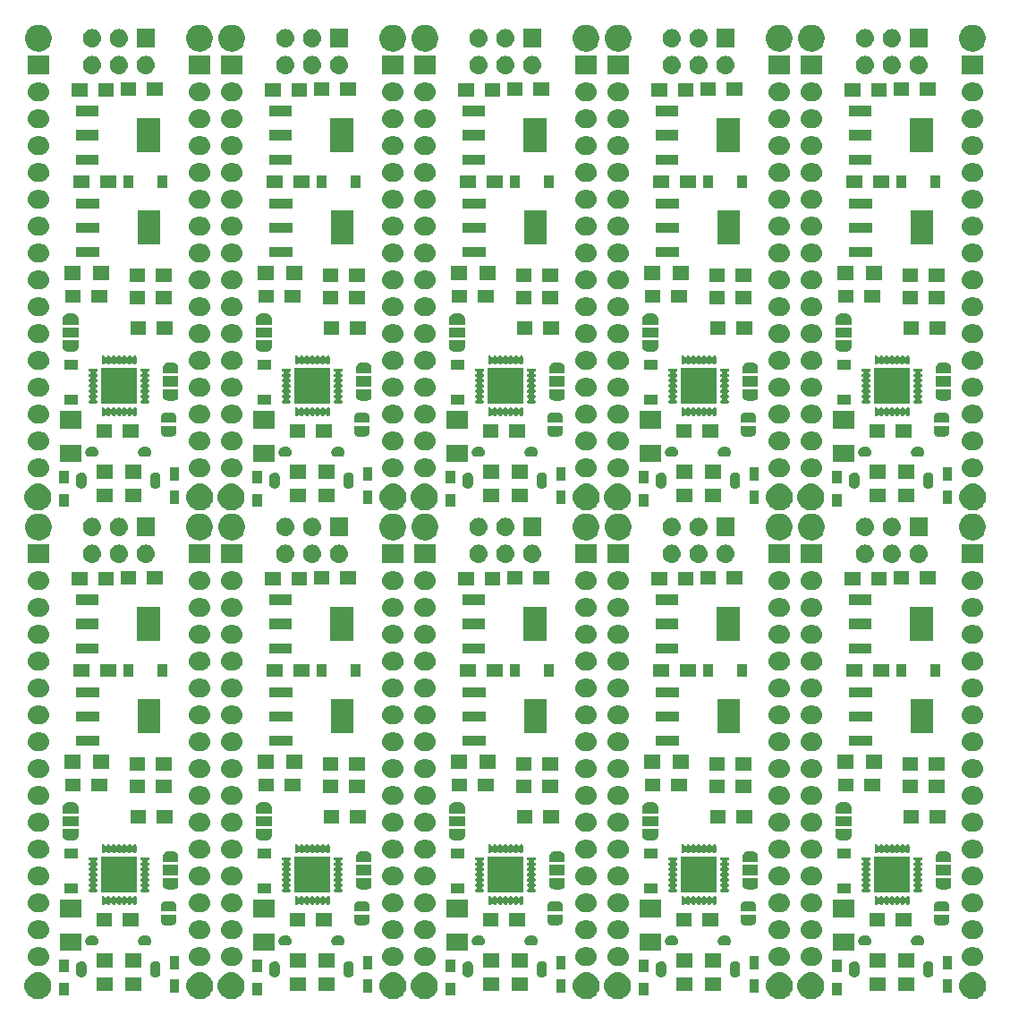
<source format=gbs>
G04 #@! TF.GenerationSoftware,KiCad,Pcbnew,5.1.0-rc1-unknown-6bb8fde~66~ubuntu16.04.1*
G04 #@! TF.CreationDate,2019-02-12T13:49:55+01:00
G04 #@! TF.ProjectId,nano328PB,6e616e6f-3332-4385-9042-2e6b69636164,rev?*
G04 #@! TF.SameCoordinates,Original*
G04 #@! TF.FileFunction,Soldermask,Bot*
G04 #@! TF.FilePolarity,Negative*
%FSLAX46Y46*%
G04 Gerber Fmt 4.6, Leading zero omitted, Abs format (unit mm)*
G04 Created by KiCad (PCBNEW 5.1.0-rc1-unknown-6bb8fde~66~ubuntu16.04.1) date 2019-02-12 13:49:55*
%MOMM*%
%LPD*%
G04 APERTURE LIST*
%ADD10C,0.100000*%
G04 APERTURE END LIST*
D10*
G36*
X151569564Y-130107602D02*
G01*
X151692245Y-130132005D01*
X151923371Y-130227741D01*
X152131378Y-130366727D01*
X152308273Y-130543622D01*
X152447259Y-130751629D01*
X152542995Y-130982755D01*
X152591800Y-131228116D01*
X152591800Y-131478284D01*
X152542995Y-131723645D01*
X152447259Y-131954771D01*
X152308273Y-132162778D01*
X152131378Y-132339673D01*
X151923371Y-132478659D01*
X151692245Y-132574395D01*
X151569564Y-132598798D01*
X151446885Y-132623200D01*
X151196715Y-132623200D01*
X151074036Y-132598798D01*
X150951355Y-132574395D01*
X150720229Y-132478659D01*
X150512222Y-132339673D01*
X150335327Y-132162778D01*
X150196341Y-131954771D01*
X150100605Y-131723645D01*
X150051800Y-131478284D01*
X150051800Y-131228116D01*
X150100605Y-130982755D01*
X150196341Y-130751629D01*
X150335327Y-130543622D01*
X150512222Y-130366727D01*
X150720229Y-130227741D01*
X150951355Y-130132005D01*
X151074036Y-130107602D01*
X151196715Y-130083200D01*
X151446885Y-130083200D01*
X151569564Y-130107602D01*
X151569564Y-130107602D01*
G37*
G36*
X136269564Y-130107602D02*
G01*
X136392245Y-130132005D01*
X136623371Y-130227741D01*
X136831378Y-130366727D01*
X137008273Y-130543622D01*
X137147259Y-130751629D01*
X137242995Y-130982755D01*
X137291800Y-131228116D01*
X137291800Y-131478284D01*
X137242995Y-131723645D01*
X137147259Y-131954771D01*
X137008273Y-132162778D01*
X136831378Y-132339673D01*
X136623371Y-132478659D01*
X136392245Y-132574395D01*
X136269564Y-132598798D01*
X136146885Y-132623200D01*
X135896715Y-132623200D01*
X135774036Y-132598798D01*
X135651355Y-132574395D01*
X135420229Y-132478659D01*
X135212222Y-132339673D01*
X135035327Y-132162778D01*
X134896341Y-131954771D01*
X134800605Y-131723645D01*
X134751800Y-131478284D01*
X134751800Y-131228116D01*
X134800605Y-130982755D01*
X134896341Y-130751629D01*
X135035327Y-130543622D01*
X135212222Y-130366727D01*
X135420229Y-130227741D01*
X135651355Y-130132005D01*
X135774036Y-130107602D01*
X135896715Y-130083200D01*
X136146885Y-130083200D01*
X136269564Y-130107602D01*
X136269564Y-130107602D01*
G37*
G36*
X169857564Y-130107602D02*
G01*
X169980245Y-130132005D01*
X170211371Y-130227741D01*
X170419378Y-130366727D01*
X170596273Y-130543622D01*
X170735259Y-130751629D01*
X170830995Y-130982755D01*
X170879800Y-131228116D01*
X170879800Y-131478284D01*
X170830995Y-131723645D01*
X170735259Y-131954771D01*
X170596273Y-132162778D01*
X170419378Y-132339673D01*
X170211371Y-132478659D01*
X169980245Y-132574395D01*
X169857564Y-132598798D01*
X169734885Y-132623200D01*
X169484715Y-132623200D01*
X169362036Y-132598798D01*
X169239355Y-132574395D01*
X169008229Y-132478659D01*
X168800222Y-132339673D01*
X168623327Y-132162778D01*
X168484341Y-131954771D01*
X168388605Y-131723645D01*
X168339800Y-131478284D01*
X168339800Y-131228116D01*
X168388605Y-130982755D01*
X168484341Y-130751629D01*
X168623327Y-130543622D01*
X168800222Y-130366727D01*
X169008229Y-130227741D01*
X169239355Y-130132005D01*
X169362036Y-130107602D01*
X169484715Y-130083200D01*
X169734885Y-130083200D01*
X169857564Y-130107602D01*
X169857564Y-130107602D01*
G37*
G36*
X154557564Y-130107602D02*
G01*
X154680245Y-130132005D01*
X154911371Y-130227741D01*
X155119378Y-130366727D01*
X155296273Y-130543622D01*
X155435259Y-130751629D01*
X155530995Y-130982755D01*
X155579800Y-131228116D01*
X155579800Y-131478284D01*
X155530995Y-131723645D01*
X155435259Y-131954771D01*
X155296273Y-132162778D01*
X155119378Y-132339673D01*
X154911371Y-132478659D01*
X154680245Y-132574395D01*
X154557564Y-132598798D01*
X154434885Y-132623200D01*
X154184715Y-132623200D01*
X154062036Y-132598798D01*
X153939355Y-132574395D01*
X153708229Y-132478659D01*
X153500222Y-132339673D01*
X153323327Y-132162778D01*
X153184341Y-131954771D01*
X153088605Y-131723645D01*
X153039800Y-131478284D01*
X153039800Y-131228116D01*
X153088605Y-130982755D01*
X153184341Y-130751629D01*
X153323327Y-130543622D01*
X153500222Y-130366727D01*
X153708229Y-130227741D01*
X153939355Y-130132005D01*
X154062036Y-130107602D01*
X154184715Y-130083200D01*
X154434885Y-130083200D01*
X154557564Y-130107602D01*
X154557564Y-130107602D01*
G37*
G36*
X133281564Y-130107602D02*
G01*
X133404245Y-130132005D01*
X133635371Y-130227741D01*
X133843378Y-130366727D01*
X134020273Y-130543622D01*
X134159259Y-130751629D01*
X134254995Y-130982755D01*
X134303800Y-131228116D01*
X134303800Y-131478284D01*
X134254995Y-131723645D01*
X134159259Y-131954771D01*
X134020273Y-132162778D01*
X133843378Y-132339673D01*
X133635371Y-132478659D01*
X133404245Y-132574395D01*
X133281564Y-132598798D01*
X133158885Y-132623200D01*
X132908715Y-132623200D01*
X132786036Y-132598798D01*
X132663355Y-132574395D01*
X132432229Y-132478659D01*
X132224222Y-132339673D01*
X132047327Y-132162778D01*
X131908341Y-131954771D01*
X131812605Y-131723645D01*
X131763800Y-131478284D01*
X131763800Y-131228116D01*
X131812605Y-130982755D01*
X131908341Y-130751629D01*
X132047327Y-130543622D01*
X132224222Y-130366727D01*
X132432229Y-130227741D01*
X132663355Y-130132005D01*
X132786036Y-130107602D01*
X132908715Y-130083200D01*
X133158885Y-130083200D01*
X133281564Y-130107602D01*
X133281564Y-130107602D01*
G37*
G36*
X117981564Y-130107602D02*
G01*
X118104245Y-130132005D01*
X118335371Y-130227741D01*
X118543378Y-130366727D01*
X118720273Y-130543622D01*
X118859259Y-130751629D01*
X118954995Y-130982755D01*
X119003800Y-131228116D01*
X119003800Y-131478284D01*
X118954995Y-131723645D01*
X118859259Y-131954771D01*
X118720273Y-132162778D01*
X118543378Y-132339673D01*
X118335371Y-132478659D01*
X118104245Y-132574395D01*
X117981564Y-132598798D01*
X117858885Y-132623200D01*
X117608715Y-132623200D01*
X117486036Y-132598798D01*
X117363355Y-132574395D01*
X117132229Y-132478659D01*
X116924222Y-132339673D01*
X116747327Y-132162778D01*
X116608341Y-131954771D01*
X116512605Y-131723645D01*
X116463800Y-131478284D01*
X116463800Y-131228116D01*
X116512605Y-130982755D01*
X116608341Y-130751629D01*
X116747327Y-130543622D01*
X116924222Y-130366727D01*
X117132229Y-130227741D01*
X117363355Y-130132005D01*
X117486036Y-130107602D01*
X117608715Y-130083200D01*
X117858885Y-130083200D01*
X117981564Y-130107602D01*
X117981564Y-130107602D01*
G37*
G36*
X188145564Y-130107602D02*
G01*
X188268245Y-130132005D01*
X188499371Y-130227741D01*
X188707378Y-130366727D01*
X188884273Y-130543622D01*
X189023259Y-130751629D01*
X189118995Y-130982755D01*
X189167800Y-131228116D01*
X189167800Y-131478284D01*
X189118995Y-131723645D01*
X189023259Y-131954771D01*
X188884273Y-132162778D01*
X188707378Y-132339673D01*
X188499371Y-132478659D01*
X188268245Y-132574395D01*
X188145564Y-132598798D01*
X188022885Y-132623200D01*
X187772715Y-132623200D01*
X187650036Y-132598798D01*
X187527355Y-132574395D01*
X187296229Y-132478659D01*
X187088222Y-132339673D01*
X186911327Y-132162778D01*
X186772341Y-131954771D01*
X186676605Y-131723645D01*
X186627800Y-131478284D01*
X186627800Y-131228116D01*
X186676605Y-130982755D01*
X186772341Y-130751629D01*
X186911327Y-130543622D01*
X187088222Y-130366727D01*
X187296229Y-130227741D01*
X187527355Y-130132005D01*
X187650036Y-130107602D01*
X187772715Y-130083200D01*
X188022885Y-130083200D01*
X188145564Y-130107602D01*
X188145564Y-130107602D01*
G37*
G36*
X172845564Y-130107602D02*
G01*
X172968245Y-130132005D01*
X173199371Y-130227741D01*
X173407378Y-130366727D01*
X173584273Y-130543622D01*
X173723259Y-130751629D01*
X173818995Y-130982755D01*
X173867800Y-131228116D01*
X173867800Y-131478284D01*
X173818995Y-131723645D01*
X173723259Y-131954771D01*
X173584273Y-132162778D01*
X173407378Y-132339673D01*
X173199371Y-132478659D01*
X172968245Y-132574395D01*
X172845564Y-132598798D01*
X172722885Y-132623200D01*
X172472715Y-132623200D01*
X172350036Y-132598798D01*
X172227355Y-132574395D01*
X171996229Y-132478659D01*
X171788222Y-132339673D01*
X171611327Y-132162778D01*
X171472341Y-131954771D01*
X171376605Y-131723645D01*
X171327800Y-131478284D01*
X171327800Y-131228116D01*
X171376605Y-130982755D01*
X171472341Y-130751629D01*
X171611327Y-130543622D01*
X171788222Y-130366727D01*
X171996229Y-130227741D01*
X172227355Y-130132005D01*
X172350036Y-130107602D01*
X172472715Y-130083200D01*
X172722885Y-130083200D01*
X172845564Y-130107602D01*
X172845564Y-130107602D01*
G37*
G36*
X206433564Y-130107602D02*
G01*
X206556245Y-130132005D01*
X206787371Y-130227741D01*
X206995378Y-130366727D01*
X207172273Y-130543622D01*
X207311259Y-130751629D01*
X207406995Y-130982755D01*
X207455800Y-131228116D01*
X207455800Y-131478284D01*
X207406995Y-131723645D01*
X207311259Y-131954771D01*
X207172273Y-132162778D01*
X206995378Y-132339673D01*
X206787371Y-132478659D01*
X206556245Y-132574395D01*
X206433564Y-132598798D01*
X206310885Y-132623200D01*
X206060715Y-132623200D01*
X205938036Y-132598798D01*
X205815355Y-132574395D01*
X205584229Y-132478659D01*
X205376222Y-132339673D01*
X205199327Y-132162778D01*
X205060341Y-131954771D01*
X204964605Y-131723645D01*
X204915800Y-131478284D01*
X204915800Y-131228116D01*
X204964605Y-130982755D01*
X205060341Y-130751629D01*
X205199327Y-130543622D01*
X205376222Y-130366727D01*
X205584229Y-130227741D01*
X205815355Y-130132005D01*
X205938036Y-130107602D01*
X206060715Y-130083200D01*
X206310885Y-130083200D01*
X206433564Y-130107602D01*
X206433564Y-130107602D01*
G37*
G36*
X191133564Y-130107602D02*
G01*
X191256245Y-130132005D01*
X191487371Y-130227741D01*
X191695378Y-130366727D01*
X191872273Y-130543622D01*
X192011259Y-130751629D01*
X192106995Y-130982755D01*
X192155800Y-131228116D01*
X192155800Y-131478284D01*
X192106995Y-131723645D01*
X192011259Y-131954771D01*
X191872273Y-132162778D01*
X191695378Y-132339673D01*
X191487371Y-132478659D01*
X191256245Y-132574395D01*
X191133564Y-132598798D01*
X191010885Y-132623200D01*
X190760715Y-132623200D01*
X190638036Y-132598798D01*
X190515355Y-132574395D01*
X190284229Y-132478659D01*
X190076222Y-132339673D01*
X189899327Y-132162778D01*
X189760341Y-131954771D01*
X189664605Y-131723645D01*
X189615800Y-131478284D01*
X189615800Y-131228116D01*
X189664605Y-130982755D01*
X189760341Y-130751629D01*
X189899327Y-130543622D01*
X190076222Y-130366727D01*
X190284229Y-130227741D01*
X190515355Y-130132005D01*
X190638036Y-130107602D01*
X190760715Y-130083200D01*
X191010885Y-130083200D01*
X191133564Y-130107602D01*
X191133564Y-130107602D01*
G37*
G36*
X175506800Y-132271240D02*
G01*
X174606800Y-132271240D01*
X174606800Y-131071240D01*
X175506800Y-131071240D01*
X175506800Y-132271240D01*
X175506800Y-132271240D01*
G37*
G36*
X138930800Y-132271240D02*
G01*
X138030800Y-132271240D01*
X138030800Y-131071240D01*
X138930800Y-131071240D01*
X138930800Y-132271240D01*
X138930800Y-132271240D01*
G37*
G36*
X120642800Y-132271240D02*
G01*
X119742800Y-132271240D01*
X119742800Y-131071240D01*
X120642800Y-131071240D01*
X120642800Y-132271240D01*
X120642800Y-132271240D01*
G37*
G36*
X157218800Y-132271240D02*
G01*
X156318800Y-132271240D01*
X156318800Y-131071240D01*
X157218800Y-131071240D01*
X157218800Y-132271240D01*
X157218800Y-132271240D01*
G37*
G36*
X193794800Y-132271240D02*
G01*
X192894800Y-132271240D01*
X192894800Y-131071240D01*
X193794800Y-131071240D01*
X193794800Y-132271240D01*
X193794800Y-132271240D01*
G37*
G36*
X149395600Y-131976600D02*
G01*
X148495600Y-131976600D01*
X148495600Y-130776600D01*
X149395600Y-130776600D01*
X149395600Y-131976600D01*
X149395600Y-131976600D01*
G37*
G36*
X131107600Y-131976600D02*
G01*
X130207600Y-131976600D01*
X130207600Y-130776600D01*
X131107600Y-130776600D01*
X131107600Y-131976600D01*
X131107600Y-131976600D01*
G37*
G36*
X185971600Y-131976600D02*
G01*
X185071600Y-131976600D01*
X185071600Y-130776600D01*
X185971600Y-130776600D01*
X185971600Y-131976600D01*
X185971600Y-131976600D01*
G37*
G36*
X167683600Y-131976600D02*
G01*
X166783600Y-131976600D01*
X166783600Y-130776600D01*
X167683600Y-130776600D01*
X167683600Y-131976600D01*
X167683600Y-131976600D01*
G37*
G36*
X204259600Y-131976600D02*
G01*
X203359600Y-131976600D01*
X203359600Y-130776600D01*
X204259600Y-130776600D01*
X204259600Y-131976600D01*
X204259600Y-131976600D01*
G37*
G36*
X127499800Y-131841000D02*
G01*
X125999800Y-131841000D01*
X125999800Y-130541000D01*
X127499800Y-130541000D01*
X127499800Y-131841000D01*
X127499800Y-131841000D01*
G37*
G36*
X143087800Y-131841000D02*
G01*
X141587800Y-131841000D01*
X141587800Y-130541000D01*
X143087800Y-130541000D01*
X143087800Y-131841000D01*
X143087800Y-131841000D01*
G37*
G36*
X145787800Y-131841000D02*
G01*
X144287800Y-131841000D01*
X144287800Y-130541000D01*
X145787800Y-130541000D01*
X145787800Y-131841000D01*
X145787800Y-131841000D01*
G37*
G36*
X197951800Y-131841000D02*
G01*
X196451800Y-131841000D01*
X196451800Y-130541000D01*
X197951800Y-130541000D01*
X197951800Y-131841000D01*
X197951800Y-131841000D01*
G37*
G36*
X200651800Y-131841000D02*
G01*
X199151800Y-131841000D01*
X199151800Y-130541000D01*
X200651800Y-130541000D01*
X200651800Y-131841000D01*
X200651800Y-131841000D01*
G37*
G36*
X124799800Y-131841000D02*
G01*
X123299800Y-131841000D01*
X123299800Y-130541000D01*
X124799800Y-130541000D01*
X124799800Y-131841000D01*
X124799800Y-131841000D01*
G37*
G36*
X161375800Y-131841000D02*
G01*
X159875800Y-131841000D01*
X159875800Y-130541000D01*
X161375800Y-130541000D01*
X161375800Y-131841000D01*
X161375800Y-131841000D01*
G37*
G36*
X182363800Y-131841000D02*
G01*
X180863800Y-131841000D01*
X180863800Y-130541000D01*
X182363800Y-130541000D01*
X182363800Y-131841000D01*
X182363800Y-131841000D01*
G37*
G36*
X179663800Y-131841000D02*
G01*
X178163800Y-131841000D01*
X178163800Y-130541000D01*
X179663800Y-130541000D01*
X179663800Y-131841000D01*
X179663800Y-131841000D01*
G37*
G36*
X164075800Y-131841000D02*
G01*
X162575800Y-131841000D01*
X162575800Y-130541000D01*
X164075800Y-130541000D01*
X164075800Y-131841000D01*
X164075800Y-131841000D01*
G37*
G36*
X121930914Y-129022894D02*
G01*
X122025169Y-129051486D01*
X122082830Y-129082307D01*
X122112029Y-129097914D01*
X122188164Y-129160396D01*
X122232000Y-129213811D01*
X122250647Y-129236532D01*
X122297074Y-129323390D01*
X122325666Y-129417645D01*
X122332900Y-129491096D01*
X122332900Y-130090224D01*
X122325666Y-130163675D01*
X122297074Y-130257930D01*
X122250647Y-130344788D01*
X122188164Y-130420924D01*
X122112028Y-130483407D01*
X122025170Y-130529834D01*
X121930915Y-130558426D01*
X121832900Y-130568079D01*
X121734886Y-130558426D01*
X121640631Y-130529834D01*
X121553773Y-130483407D01*
X121477637Y-130420924D01*
X121415155Y-130344790D01*
X121368725Y-130257928D01*
X121340134Y-130163675D01*
X121332900Y-130090224D01*
X121332900Y-129491097D01*
X121340134Y-129417646D01*
X121368726Y-129323391D01*
X121415153Y-129236533D01*
X121415154Y-129236531D01*
X121477636Y-129160396D01*
X121553771Y-129097914D01*
X121553770Y-129097914D01*
X121553772Y-129097913D01*
X121640630Y-129051486D01*
X121734885Y-129022894D01*
X121832900Y-129013241D01*
X121930914Y-129022894D01*
X121930914Y-129022894D01*
G37*
G36*
X195082914Y-129022894D02*
G01*
X195177169Y-129051486D01*
X195234830Y-129082307D01*
X195264029Y-129097914D01*
X195340164Y-129160396D01*
X195384000Y-129213811D01*
X195402647Y-129236532D01*
X195449074Y-129323390D01*
X195477666Y-129417645D01*
X195484900Y-129491096D01*
X195484900Y-130090224D01*
X195477666Y-130163675D01*
X195449074Y-130257930D01*
X195402647Y-130344788D01*
X195340164Y-130420924D01*
X195264028Y-130483407D01*
X195177170Y-130529834D01*
X195082915Y-130558426D01*
X194984900Y-130568079D01*
X194886886Y-130558426D01*
X194792631Y-130529834D01*
X194705773Y-130483407D01*
X194629637Y-130420924D01*
X194567155Y-130344790D01*
X194520725Y-130257928D01*
X194492134Y-130163675D01*
X194484900Y-130090224D01*
X194484900Y-129491097D01*
X194492134Y-129417646D01*
X194520726Y-129323391D01*
X194567153Y-129236533D01*
X194567154Y-129236531D01*
X194629636Y-129160396D01*
X194705771Y-129097914D01*
X194705770Y-129097914D01*
X194705772Y-129097913D01*
X194792630Y-129051486D01*
X194886885Y-129022894D01*
X194984900Y-129013241D01*
X195082914Y-129022894D01*
X195082914Y-129022894D01*
G37*
G36*
X176794914Y-129022894D02*
G01*
X176889169Y-129051486D01*
X176946830Y-129082307D01*
X176976029Y-129097914D01*
X177052164Y-129160396D01*
X177096000Y-129213811D01*
X177114647Y-129236532D01*
X177161074Y-129323390D01*
X177189666Y-129417645D01*
X177196900Y-129491096D01*
X177196900Y-130090224D01*
X177189666Y-130163675D01*
X177161074Y-130257930D01*
X177114647Y-130344788D01*
X177052164Y-130420924D01*
X176976028Y-130483407D01*
X176889170Y-130529834D01*
X176794915Y-130558426D01*
X176696900Y-130568079D01*
X176598886Y-130558426D01*
X176504631Y-130529834D01*
X176417773Y-130483407D01*
X176341637Y-130420924D01*
X176279155Y-130344790D01*
X176232725Y-130257928D01*
X176204134Y-130163675D01*
X176196900Y-130090224D01*
X176196900Y-129491097D01*
X176204134Y-129417646D01*
X176232726Y-129323391D01*
X176279153Y-129236533D01*
X176279154Y-129236531D01*
X176341636Y-129160396D01*
X176417771Y-129097914D01*
X176417770Y-129097914D01*
X176417772Y-129097913D01*
X176504630Y-129051486D01*
X176598885Y-129022894D01*
X176696900Y-129013241D01*
X176794914Y-129022894D01*
X176794914Y-129022894D01*
G37*
G36*
X183794914Y-129022894D02*
G01*
X183889169Y-129051486D01*
X183946830Y-129082307D01*
X183976029Y-129097914D01*
X184052164Y-129160396D01*
X184096000Y-129213811D01*
X184114647Y-129236532D01*
X184161074Y-129323390D01*
X184189666Y-129417645D01*
X184196900Y-129491096D01*
X184196900Y-130090224D01*
X184189666Y-130163675D01*
X184161074Y-130257930D01*
X184114647Y-130344788D01*
X184052164Y-130420924D01*
X183976028Y-130483407D01*
X183889170Y-130529834D01*
X183794915Y-130558426D01*
X183696900Y-130568079D01*
X183598886Y-130558426D01*
X183504631Y-130529834D01*
X183417773Y-130483407D01*
X183341637Y-130420924D01*
X183279155Y-130344790D01*
X183232725Y-130257928D01*
X183204134Y-130163675D01*
X183196900Y-130090224D01*
X183196900Y-129491097D01*
X183204134Y-129417646D01*
X183232726Y-129323391D01*
X183279153Y-129236533D01*
X183279154Y-129236531D01*
X183341636Y-129160396D01*
X183417771Y-129097914D01*
X183417770Y-129097914D01*
X183417772Y-129097913D01*
X183504630Y-129051486D01*
X183598885Y-129022894D01*
X183696900Y-129013241D01*
X183794914Y-129022894D01*
X183794914Y-129022894D01*
G37*
G36*
X128930914Y-129022894D02*
G01*
X129025169Y-129051486D01*
X129082830Y-129082307D01*
X129112029Y-129097914D01*
X129188164Y-129160396D01*
X129232000Y-129213811D01*
X129250647Y-129236532D01*
X129297074Y-129323390D01*
X129325666Y-129417645D01*
X129332900Y-129491096D01*
X129332900Y-130090224D01*
X129325666Y-130163675D01*
X129297074Y-130257930D01*
X129250647Y-130344788D01*
X129188164Y-130420924D01*
X129112028Y-130483407D01*
X129025170Y-130529834D01*
X128930915Y-130558426D01*
X128832900Y-130568079D01*
X128734886Y-130558426D01*
X128640631Y-130529834D01*
X128553773Y-130483407D01*
X128477637Y-130420924D01*
X128415155Y-130344790D01*
X128368725Y-130257928D01*
X128340134Y-130163675D01*
X128332900Y-130090224D01*
X128332900Y-129491097D01*
X128340134Y-129417646D01*
X128368726Y-129323391D01*
X128415153Y-129236533D01*
X128415154Y-129236531D01*
X128477636Y-129160396D01*
X128553771Y-129097914D01*
X128553770Y-129097914D01*
X128553772Y-129097913D01*
X128640630Y-129051486D01*
X128734885Y-129022894D01*
X128832900Y-129013241D01*
X128930914Y-129022894D01*
X128930914Y-129022894D01*
G37*
G36*
X165506914Y-129022894D02*
G01*
X165601169Y-129051486D01*
X165658830Y-129082307D01*
X165688029Y-129097914D01*
X165764164Y-129160396D01*
X165808000Y-129213811D01*
X165826647Y-129236532D01*
X165873074Y-129323390D01*
X165901666Y-129417645D01*
X165908900Y-129491096D01*
X165908900Y-130090224D01*
X165901666Y-130163675D01*
X165873074Y-130257930D01*
X165826647Y-130344788D01*
X165764164Y-130420924D01*
X165688028Y-130483407D01*
X165601170Y-130529834D01*
X165506915Y-130558426D01*
X165408900Y-130568079D01*
X165310886Y-130558426D01*
X165216631Y-130529834D01*
X165129773Y-130483407D01*
X165053637Y-130420924D01*
X164991155Y-130344790D01*
X164944725Y-130257928D01*
X164916134Y-130163675D01*
X164908900Y-130090224D01*
X164908900Y-129491097D01*
X164916134Y-129417646D01*
X164944726Y-129323391D01*
X164991153Y-129236533D01*
X164991154Y-129236531D01*
X165053636Y-129160396D01*
X165129771Y-129097914D01*
X165129770Y-129097914D01*
X165129772Y-129097913D01*
X165216630Y-129051486D01*
X165310885Y-129022894D01*
X165408900Y-129013241D01*
X165506914Y-129022894D01*
X165506914Y-129022894D01*
G37*
G36*
X140218914Y-129022894D02*
G01*
X140313169Y-129051486D01*
X140370830Y-129082307D01*
X140400029Y-129097914D01*
X140476164Y-129160396D01*
X140520000Y-129213811D01*
X140538647Y-129236532D01*
X140585074Y-129323390D01*
X140613666Y-129417645D01*
X140620900Y-129491096D01*
X140620900Y-130090224D01*
X140613666Y-130163675D01*
X140585074Y-130257930D01*
X140538647Y-130344788D01*
X140476164Y-130420924D01*
X140400028Y-130483407D01*
X140313170Y-130529834D01*
X140218915Y-130558426D01*
X140120900Y-130568079D01*
X140022886Y-130558426D01*
X139928631Y-130529834D01*
X139841773Y-130483407D01*
X139765637Y-130420924D01*
X139703155Y-130344790D01*
X139656725Y-130257928D01*
X139628134Y-130163675D01*
X139620900Y-130090224D01*
X139620900Y-129491097D01*
X139628134Y-129417646D01*
X139656726Y-129323391D01*
X139703153Y-129236533D01*
X139703154Y-129236531D01*
X139765636Y-129160396D01*
X139841771Y-129097914D01*
X139841770Y-129097914D01*
X139841772Y-129097913D01*
X139928630Y-129051486D01*
X140022885Y-129022894D01*
X140120900Y-129013241D01*
X140218914Y-129022894D01*
X140218914Y-129022894D01*
G37*
G36*
X147218914Y-129022894D02*
G01*
X147313169Y-129051486D01*
X147370830Y-129082307D01*
X147400029Y-129097914D01*
X147476164Y-129160396D01*
X147520000Y-129213811D01*
X147538647Y-129236532D01*
X147585074Y-129323390D01*
X147613666Y-129417645D01*
X147620900Y-129491096D01*
X147620900Y-130090224D01*
X147613666Y-130163675D01*
X147585074Y-130257930D01*
X147538647Y-130344788D01*
X147476164Y-130420924D01*
X147400028Y-130483407D01*
X147313170Y-130529834D01*
X147218915Y-130558426D01*
X147120900Y-130568079D01*
X147022886Y-130558426D01*
X146928631Y-130529834D01*
X146841773Y-130483407D01*
X146765637Y-130420924D01*
X146703155Y-130344790D01*
X146656725Y-130257928D01*
X146628134Y-130163675D01*
X146620900Y-130090224D01*
X146620900Y-129491097D01*
X146628134Y-129417646D01*
X146656726Y-129323391D01*
X146703153Y-129236533D01*
X146703154Y-129236531D01*
X146765636Y-129160396D01*
X146841771Y-129097914D01*
X146841770Y-129097914D01*
X146841772Y-129097913D01*
X146928630Y-129051486D01*
X147022885Y-129022894D01*
X147120900Y-129013241D01*
X147218914Y-129022894D01*
X147218914Y-129022894D01*
G37*
G36*
X202082914Y-129022894D02*
G01*
X202177169Y-129051486D01*
X202234830Y-129082307D01*
X202264029Y-129097914D01*
X202340164Y-129160396D01*
X202384000Y-129213811D01*
X202402647Y-129236532D01*
X202449074Y-129323390D01*
X202477666Y-129417645D01*
X202484900Y-129491096D01*
X202484900Y-130090224D01*
X202477666Y-130163675D01*
X202449074Y-130257930D01*
X202402647Y-130344788D01*
X202340164Y-130420924D01*
X202264028Y-130483407D01*
X202177170Y-130529834D01*
X202082915Y-130558426D01*
X201984900Y-130568079D01*
X201886886Y-130558426D01*
X201792631Y-130529834D01*
X201705773Y-130483407D01*
X201629637Y-130420924D01*
X201567155Y-130344790D01*
X201520725Y-130257928D01*
X201492134Y-130163675D01*
X201484900Y-130090224D01*
X201484900Y-129491097D01*
X201492134Y-129417646D01*
X201520726Y-129323391D01*
X201567153Y-129236533D01*
X201567154Y-129236531D01*
X201629636Y-129160396D01*
X201705771Y-129097914D01*
X201705770Y-129097914D01*
X201705772Y-129097913D01*
X201792630Y-129051486D01*
X201886885Y-129022894D01*
X201984900Y-129013241D01*
X202082914Y-129022894D01*
X202082914Y-129022894D01*
G37*
G36*
X158506914Y-129022894D02*
G01*
X158601169Y-129051486D01*
X158658830Y-129082307D01*
X158688029Y-129097914D01*
X158764164Y-129160396D01*
X158808000Y-129213811D01*
X158826647Y-129236532D01*
X158873074Y-129323390D01*
X158901666Y-129417645D01*
X158908900Y-129491096D01*
X158908900Y-130090224D01*
X158901666Y-130163675D01*
X158873074Y-130257930D01*
X158826647Y-130344788D01*
X158764164Y-130420924D01*
X158688028Y-130483407D01*
X158601170Y-130529834D01*
X158506915Y-130558426D01*
X158408900Y-130568079D01*
X158310886Y-130558426D01*
X158216631Y-130529834D01*
X158129773Y-130483407D01*
X158053637Y-130420924D01*
X157991155Y-130344790D01*
X157944725Y-130257928D01*
X157916134Y-130163675D01*
X157908900Y-130090224D01*
X157908900Y-129491097D01*
X157916134Y-129417646D01*
X157944726Y-129323391D01*
X157991153Y-129236533D01*
X157991154Y-129236531D01*
X158053636Y-129160396D01*
X158129771Y-129097914D01*
X158129770Y-129097914D01*
X158129772Y-129097913D01*
X158216630Y-129051486D01*
X158310885Y-129022894D01*
X158408900Y-129013241D01*
X158506914Y-129022894D01*
X158506914Y-129022894D01*
G37*
G36*
X193794800Y-130071240D02*
G01*
X192894800Y-130071240D01*
X192894800Y-128871240D01*
X193794800Y-128871240D01*
X193794800Y-130071240D01*
X193794800Y-130071240D01*
G37*
G36*
X120642800Y-130071240D02*
G01*
X119742800Y-130071240D01*
X119742800Y-128871240D01*
X120642800Y-128871240D01*
X120642800Y-130071240D01*
X120642800Y-130071240D01*
G37*
G36*
X175506800Y-130071240D02*
G01*
X174606800Y-130071240D01*
X174606800Y-128871240D01*
X175506800Y-128871240D01*
X175506800Y-130071240D01*
X175506800Y-130071240D01*
G37*
G36*
X138930800Y-130071240D02*
G01*
X138030800Y-130071240D01*
X138030800Y-128871240D01*
X138930800Y-128871240D01*
X138930800Y-130071240D01*
X138930800Y-130071240D01*
G37*
G36*
X157218800Y-130071240D02*
G01*
X156318800Y-130071240D01*
X156318800Y-128871240D01*
X157218800Y-128871240D01*
X157218800Y-130071240D01*
X157218800Y-130071240D01*
G37*
G36*
X185971600Y-129776600D02*
G01*
X185071600Y-129776600D01*
X185071600Y-128576600D01*
X185971600Y-128576600D01*
X185971600Y-129776600D01*
X185971600Y-129776600D01*
G37*
G36*
X167683600Y-129776600D02*
G01*
X166783600Y-129776600D01*
X166783600Y-128576600D01*
X167683600Y-128576600D01*
X167683600Y-129776600D01*
X167683600Y-129776600D01*
G37*
G36*
X131107600Y-129776600D02*
G01*
X130207600Y-129776600D01*
X130207600Y-128576600D01*
X131107600Y-128576600D01*
X131107600Y-129776600D01*
X131107600Y-129776600D01*
G37*
G36*
X149395600Y-129776600D02*
G01*
X148495600Y-129776600D01*
X148495600Y-128576600D01*
X149395600Y-128576600D01*
X149395600Y-129776600D01*
X149395600Y-129776600D01*
G37*
G36*
X204259600Y-129776600D02*
G01*
X203359600Y-129776600D01*
X203359600Y-128576600D01*
X204259600Y-128576600D01*
X204259600Y-129776600D01*
X204259600Y-129776600D01*
G37*
G36*
X143087800Y-129631200D02*
G01*
X141587800Y-129631200D01*
X141587800Y-128331200D01*
X143087800Y-128331200D01*
X143087800Y-129631200D01*
X143087800Y-129631200D01*
G37*
G36*
X200651800Y-129631200D02*
G01*
X199151800Y-129631200D01*
X199151800Y-128331200D01*
X200651800Y-128331200D01*
X200651800Y-129631200D01*
X200651800Y-129631200D01*
G37*
G36*
X197951800Y-129631200D02*
G01*
X196451800Y-129631200D01*
X196451800Y-128331200D01*
X197951800Y-128331200D01*
X197951800Y-129631200D01*
X197951800Y-129631200D01*
G37*
G36*
X124799800Y-129631200D02*
G01*
X123299800Y-129631200D01*
X123299800Y-128331200D01*
X124799800Y-128331200D01*
X124799800Y-129631200D01*
X124799800Y-129631200D01*
G37*
G36*
X127499800Y-129631200D02*
G01*
X125999800Y-129631200D01*
X125999800Y-128331200D01*
X127499800Y-128331200D01*
X127499800Y-129631200D01*
X127499800Y-129631200D01*
G37*
G36*
X179663800Y-129631200D02*
G01*
X178163800Y-129631200D01*
X178163800Y-128331200D01*
X179663800Y-128331200D01*
X179663800Y-129631200D01*
X179663800Y-129631200D01*
G37*
G36*
X145787800Y-129631200D02*
G01*
X144287800Y-129631200D01*
X144287800Y-128331200D01*
X145787800Y-128331200D01*
X145787800Y-129631200D01*
X145787800Y-129631200D01*
G37*
G36*
X161375800Y-129631200D02*
G01*
X159875800Y-129631200D01*
X159875800Y-128331200D01*
X161375800Y-128331200D01*
X161375800Y-129631200D01*
X161375800Y-129631200D01*
G37*
G36*
X164075800Y-129631200D02*
G01*
X162575800Y-129631200D01*
X162575800Y-128331200D01*
X164075800Y-128331200D01*
X164075800Y-129631200D01*
X164075800Y-129631200D01*
G37*
G36*
X182363800Y-129631200D02*
G01*
X180863800Y-129631200D01*
X180863800Y-128331200D01*
X182363800Y-128331200D01*
X182363800Y-129631200D01*
X182363800Y-129631200D01*
G37*
G36*
X154592912Y-127740765D02*
G01*
X154677495Y-127749096D01*
X154840284Y-127798478D01*
X154840287Y-127798479D01*
X154990307Y-127878666D01*
X154990308Y-127878667D01*
X154990312Y-127878669D01*
X155121812Y-127986588D01*
X155229731Y-128118088D01*
X155229733Y-128118092D01*
X155229734Y-128118093D01*
X155309921Y-128268113D01*
X155309922Y-128268116D01*
X155359304Y-128430905D01*
X155375978Y-128600200D01*
X155359304Y-128769495D01*
X155309922Y-128932284D01*
X155309921Y-128932287D01*
X155246208Y-129051486D01*
X155229731Y-129082312D01*
X155121812Y-129213812D01*
X154990312Y-129321731D01*
X154990308Y-129321733D01*
X154990307Y-129321734D01*
X154840287Y-129401921D01*
X154840284Y-129401922D01*
X154677495Y-129451304D01*
X154592912Y-129459635D01*
X154550621Y-129463800D01*
X154160979Y-129463800D01*
X154118688Y-129459635D01*
X154034105Y-129451304D01*
X153871316Y-129401922D01*
X153871313Y-129401921D01*
X153721293Y-129321734D01*
X153721292Y-129321733D01*
X153721288Y-129321731D01*
X153589788Y-129213812D01*
X153481869Y-129082312D01*
X153465392Y-129051486D01*
X153401679Y-128932287D01*
X153401678Y-128932284D01*
X153352296Y-128769495D01*
X153335622Y-128600200D01*
X153352296Y-128430905D01*
X153401678Y-128268116D01*
X153401679Y-128268113D01*
X153481866Y-128118093D01*
X153481867Y-128118092D01*
X153481869Y-128118088D01*
X153589788Y-127986588D01*
X153721288Y-127878669D01*
X153721292Y-127878667D01*
X153721293Y-127878666D01*
X153871313Y-127798479D01*
X153871316Y-127798478D01*
X154034105Y-127749096D01*
X154118688Y-127740765D01*
X154160979Y-127736600D01*
X154550621Y-127736600D01*
X154592912Y-127740765D01*
X154592912Y-127740765D01*
G37*
G36*
X188120912Y-127740765D02*
G01*
X188205495Y-127749096D01*
X188368284Y-127798478D01*
X188368287Y-127798479D01*
X188518307Y-127878666D01*
X188518308Y-127878667D01*
X188518312Y-127878669D01*
X188649812Y-127986588D01*
X188757731Y-128118088D01*
X188757733Y-128118092D01*
X188757734Y-128118093D01*
X188837921Y-128268113D01*
X188837922Y-128268116D01*
X188887304Y-128430905D01*
X188903978Y-128600200D01*
X188887304Y-128769495D01*
X188837922Y-128932284D01*
X188837921Y-128932287D01*
X188774208Y-129051486D01*
X188757731Y-129082312D01*
X188649812Y-129213812D01*
X188518312Y-129321731D01*
X188518308Y-129321733D01*
X188518307Y-129321734D01*
X188368287Y-129401921D01*
X188368284Y-129401922D01*
X188205495Y-129451304D01*
X188120912Y-129459635D01*
X188078621Y-129463800D01*
X187688979Y-129463800D01*
X187646688Y-129459635D01*
X187562105Y-129451304D01*
X187399316Y-129401922D01*
X187399313Y-129401921D01*
X187249293Y-129321734D01*
X187249292Y-129321733D01*
X187249288Y-129321731D01*
X187117788Y-129213812D01*
X187009869Y-129082312D01*
X186993392Y-129051486D01*
X186929679Y-128932287D01*
X186929678Y-128932284D01*
X186880296Y-128769495D01*
X186863622Y-128600200D01*
X186880296Y-128430905D01*
X186929678Y-128268116D01*
X186929679Y-128268113D01*
X187009866Y-128118093D01*
X187009867Y-128118092D01*
X187009869Y-128118088D01*
X187117788Y-127986588D01*
X187249288Y-127878669D01*
X187249292Y-127878667D01*
X187249293Y-127878666D01*
X187399313Y-127798479D01*
X187399316Y-127798478D01*
X187562105Y-127749096D01*
X187646688Y-127740765D01*
X187688979Y-127736600D01*
X188078621Y-127736600D01*
X188120912Y-127740765D01*
X188120912Y-127740765D01*
G37*
G36*
X206408912Y-127740765D02*
G01*
X206493495Y-127749096D01*
X206656284Y-127798478D01*
X206656287Y-127798479D01*
X206806307Y-127878666D01*
X206806308Y-127878667D01*
X206806312Y-127878669D01*
X206937812Y-127986588D01*
X207045731Y-128118088D01*
X207045733Y-128118092D01*
X207045734Y-128118093D01*
X207125921Y-128268113D01*
X207125922Y-128268116D01*
X207175304Y-128430905D01*
X207191978Y-128600200D01*
X207175304Y-128769495D01*
X207125922Y-128932284D01*
X207125921Y-128932287D01*
X207062208Y-129051486D01*
X207045731Y-129082312D01*
X206937812Y-129213812D01*
X206806312Y-129321731D01*
X206806308Y-129321733D01*
X206806307Y-129321734D01*
X206656287Y-129401921D01*
X206656284Y-129401922D01*
X206493495Y-129451304D01*
X206408912Y-129459635D01*
X206366621Y-129463800D01*
X205976979Y-129463800D01*
X205934688Y-129459635D01*
X205850105Y-129451304D01*
X205687316Y-129401922D01*
X205687313Y-129401921D01*
X205537293Y-129321734D01*
X205537292Y-129321733D01*
X205537288Y-129321731D01*
X205405788Y-129213812D01*
X205297869Y-129082312D01*
X205281392Y-129051486D01*
X205217679Y-128932287D01*
X205217678Y-128932284D01*
X205168296Y-128769495D01*
X205151622Y-128600200D01*
X205168296Y-128430905D01*
X205217678Y-128268116D01*
X205217679Y-128268113D01*
X205297866Y-128118093D01*
X205297867Y-128118092D01*
X205297869Y-128118088D01*
X205405788Y-127986588D01*
X205537288Y-127878669D01*
X205537292Y-127878667D01*
X205537293Y-127878666D01*
X205687313Y-127798479D01*
X205687316Y-127798478D01*
X205850105Y-127749096D01*
X205934688Y-127740765D01*
X205976979Y-127736600D01*
X206366621Y-127736600D01*
X206408912Y-127740765D01*
X206408912Y-127740765D01*
G37*
G36*
X136304912Y-127740765D02*
G01*
X136389495Y-127749096D01*
X136552284Y-127798478D01*
X136552287Y-127798479D01*
X136702307Y-127878666D01*
X136702308Y-127878667D01*
X136702312Y-127878669D01*
X136833812Y-127986588D01*
X136941731Y-128118088D01*
X136941733Y-128118092D01*
X136941734Y-128118093D01*
X137021921Y-128268113D01*
X137021922Y-128268116D01*
X137071304Y-128430905D01*
X137087978Y-128600200D01*
X137071304Y-128769495D01*
X137021922Y-128932284D01*
X137021921Y-128932287D01*
X136958208Y-129051486D01*
X136941731Y-129082312D01*
X136833812Y-129213812D01*
X136702312Y-129321731D01*
X136702308Y-129321733D01*
X136702307Y-129321734D01*
X136552287Y-129401921D01*
X136552284Y-129401922D01*
X136389495Y-129451304D01*
X136304912Y-129459635D01*
X136262621Y-129463800D01*
X135872979Y-129463800D01*
X135830688Y-129459635D01*
X135746105Y-129451304D01*
X135583316Y-129401922D01*
X135583313Y-129401921D01*
X135433293Y-129321734D01*
X135433292Y-129321733D01*
X135433288Y-129321731D01*
X135301788Y-129213812D01*
X135193869Y-129082312D01*
X135177392Y-129051486D01*
X135113679Y-128932287D01*
X135113678Y-128932284D01*
X135064296Y-128769495D01*
X135047622Y-128600200D01*
X135064296Y-128430905D01*
X135113678Y-128268116D01*
X135113679Y-128268113D01*
X135193866Y-128118093D01*
X135193867Y-128118092D01*
X135193869Y-128118088D01*
X135301788Y-127986588D01*
X135433288Y-127878669D01*
X135433292Y-127878667D01*
X135433293Y-127878666D01*
X135583313Y-127798479D01*
X135583316Y-127798478D01*
X135746105Y-127749096D01*
X135830688Y-127740765D01*
X135872979Y-127736600D01*
X136262621Y-127736600D01*
X136304912Y-127740765D01*
X136304912Y-127740765D01*
G37*
G36*
X191168912Y-127740765D02*
G01*
X191253495Y-127749096D01*
X191416284Y-127798478D01*
X191416287Y-127798479D01*
X191566307Y-127878666D01*
X191566308Y-127878667D01*
X191566312Y-127878669D01*
X191697812Y-127986588D01*
X191805731Y-128118088D01*
X191805733Y-128118092D01*
X191805734Y-128118093D01*
X191885921Y-128268113D01*
X191885922Y-128268116D01*
X191935304Y-128430905D01*
X191951978Y-128600200D01*
X191935304Y-128769495D01*
X191885922Y-128932284D01*
X191885921Y-128932287D01*
X191822208Y-129051486D01*
X191805731Y-129082312D01*
X191697812Y-129213812D01*
X191566312Y-129321731D01*
X191566308Y-129321733D01*
X191566307Y-129321734D01*
X191416287Y-129401921D01*
X191416284Y-129401922D01*
X191253495Y-129451304D01*
X191168912Y-129459635D01*
X191126621Y-129463800D01*
X190736979Y-129463800D01*
X190694688Y-129459635D01*
X190610105Y-129451304D01*
X190447316Y-129401922D01*
X190447313Y-129401921D01*
X190297293Y-129321734D01*
X190297292Y-129321733D01*
X190297288Y-129321731D01*
X190165788Y-129213812D01*
X190057869Y-129082312D01*
X190041392Y-129051486D01*
X189977679Y-128932287D01*
X189977678Y-128932284D01*
X189928296Y-128769495D01*
X189911622Y-128600200D01*
X189928296Y-128430905D01*
X189977678Y-128268116D01*
X189977679Y-128268113D01*
X190057866Y-128118093D01*
X190057867Y-128118092D01*
X190057869Y-128118088D01*
X190165788Y-127986588D01*
X190297288Y-127878669D01*
X190297292Y-127878667D01*
X190297293Y-127878666D01*
X190447313Y-127798479D01*
X190447316Y-127798478D01*
X190610105Y-127749096D01*
X190694688Y-127740765D01*
X190736979Y-127736600D01*
X191126621Y-127736600D01*
X191168912Y-127740765D01*
X191168912Y-127740765D01*
G37*
G36*
X151544912Y-127740765D02*
G01*
X151629495Y-127749096D01*
X151792284Y-127798478D01*
X151792287Y-127798479D01*
X151942307Y-127878666D01*
X151942308Y-127878667D01*
X151942312Y-127878669D01*
X152073812Y-127986588D01*
X152181731Y-128118088D01*
X152181733Y-128118092D01*
X152181734Y-128118093D01*
X152261921Y-128268113D01*
X152261922Y-128268116D01*
X152311304Y-128430905D01*
X152327978Y-128600200D01*
X152311304Y-128769495D01*
X152261922Y-128932284D01*
X152261921Y-128932287D01*
X152198208Y-129051486D01*
X152181731Y-129082312D01*
X152073812Y-129213812D01*
X151942312Y-129321731D01*
X151942308Y-129321733D01*
X151942307Y-129321734D01*
X151792287Y-129401921D01*
X151792284Y-129401922D01*
X151629495Y-129451304D01*
X151544912Y-129459635D01*
X151502621Y-129463800D01*
X151112979Y-129463800D01*
X151070688Y-129459635D01*
X150986105Y-129451304D01*
X150823316Y-129401922D01*
X150823313Y-129401921D01*
X150673293Y-129321734D01*
X150673292Y-129321733D01*
X150673288Y-129321731D01*
X150541788Y-129213812D01*
X150433869Y-129082312D01*
X150417392Y-129051486D01*
X150353679Y-128932287D01*
X150353678Y-128932284D01*
X150304296Y-128769495D01*
X150287622Y-128600200D01*
X150304296Y-128430905D01*
X150353678Y-128268116D01*
X150353679Y-128268113D01*
X150433866Y-128118093D01*
X150433867Y-128118092D01*
X150433869Y-128118088D01*
X150541788Y-127986588D01*
X150673288Y-127878669D01*
X150673292Y-127878667D01*
X150673293Y-127878666D01*
X150823313Y-127798479D01*
X150823316Y-127798478D01*
X150986105Y-127749096D01*
X151070688Y-127740765D01*
X151112979Y-127736600D01*
X151502621Y-127736600D01*
X151544912Y-127740765D01*
X151544912Y-127740765D01*
G37*
G36*
X169832912Y-127740765D02*
G01*
X169917495Y-127749096D01*
X170080284Y-127798478D01*
X170080287Y-127798479D01*
X170230307Y-127878666D01*
X170230308Y-127878667D01*
X170230312Y-127878669D01*
X170361812Y-127986588D01*
X170469731Y-128118088D01*
X170469733Y-128118092D01*
X170469734Y-128118093D01*
X170549921Y-128268113D01*
X170549922Y-128268116D01*
X170599304Y-128430905D01*
X170615978Y-128600200D01*
X170599304Y-128769495D01*
X170549922Y-128932284D01*
X170549921Y-128932287D01*
X170486208Y-129051486D01*
X170469731Y-129082312D01*
X170361812Y-129213812D01*
X170230312Y-129321731D01*
X170230308Y-129321733D01*
X170230307Y-129321734D01*
X170080287Y-129401921D01*
X170080284Y-129401922D01*
X169917495Y-129451304D01*
X169832912Y-129459635D01*
X169790621Y-129463800D01*
X169400979Y-129463800D01*
X169358688Y-129459635D01*
X169274105Y-129451304D01*
X169111316Y-129401922D01*
X169111313Y-129401921D01*
X168961293Y-129321734D01*
X168961292Y-129321733D01*
X168961288Y-129321731D01*
X168829788Y-129213812D01*
X168721869Y-129082312D01*
X168705392Y-129051486D01*
X168641679Y-128932287D01*
X168641678Y-128932284D01*
X168592296Y-128769495D01*
X168575622Y-128600200D01*
X168592296Y-128430905D01*
X168641678Y-128268116D01*
X168641679Y-128268113D01*
X168721866Y-128118093D01*
X168721867Y-128118092D01*
X168721869Y-128118088D01*
X168829788Y-127986588D01*
X168961288Y-127878669D01*
X168961292Y-127878667D01*
X168961293Y-127878666D01*
X169111313Y-127798479D01*
X169111316Y-127798478D01*
X169274105Y-127749096D01*
X169358688Y-127740765D01*
X169400979Y-127736600D01*
X169790621Y-127736600D01*
X169832912Y-127740765D01*
X169832912Y-127740765D01*
G37*
G36*
X172880912Y-127740765D02*
G01*
X172965495Y-127749096D01*
X173128284Y-127798478D01*
X173128287Y-127798479D01*
X173278307Y-127878666D01*
X173278308Y-127878667D01*
X173278312Y-127878669D01*
X173409812Y-127986588D01*
X173517731Y-128118088D01*
X173517733Y-128118092D01*
X173517734Y-128118093D01*
X173597921Y-128268113D01*
X173597922Y-128268116D01*
X173647304Y-128430905D01*
X173663978Y-128600200D01*
X173647304Y-128769495D01*
X173597922Y-128932284D01*
X173597921Y-128932287D01*
X173534208Y-129051486D01*
X173517731Y-129082312D01*
X173409812Y-129213812D01*
X173278312Y-129321731D01*
X173278308Y-129321733D01*
X173278307Y-129321734D01*
X173128287Y-129401921D01*
X173128284Y-129401922D01*
X172965495Y-129451304D01*
X172880912Y-129459635D01*
X172838621Y-129463800D01*
X172448979Y-129463800D01*
X172406688Y-129459635D01*
X172322105Y-129451304D01*
X172159316Y-129401922D01*
X172159313Y-129401921D01*
X172009293Y-129321734D01*
X172009292Y-129321733D01*
X172009288Y-129321731D01*
X171877788Y-129213812D01*
X171769869Y-129082312D01*
X171753392Y-129051486D01*
X171689679Y-128932287D01*
X171689678Y-128932284D01*
X171640296Y-128769495D01*
X171623622Y-128600200D01*
X171640296Y-128430905D01*
X171689678Y-128268116D01*
X171689679Y-128268113D01*
X171769866Y-128118093D01*
X171769867Y-128118092D01*
X171769869Y-128118088D01*
X171877788Y-127986588D01*
X172009288Y-127878669D01*
X172009292Y-127878667D01*
X172009293Y-127878666D01*
X172159313Y-127798479D01*
X172159316Y-127798478D01*
X172322105Y-127749096D01*
X172406688Y-127740765D01*
X172448979Y-127736600D01*
X172838621Y-127736600D01*
X172880912Y-127740765D01*
X172880912Y-127740765D01*
G37*
G36*
X118016912Y-127740765D02*
G01*
X118101495Y-127749096D01*
X118264284Y-127798478D01*
X118264287Y-127798479D01*
X118414307Y-127878666D01*
X118414308Y-127878667D01*
X118414312Y-127878669D01*
X118545812Y-127986588D01*
X118653731Y-128118088D01*
X118653733Y-128118092D01*
X118653734Y-128118093D01*
X118733921Y-128268113D01*
X118733922Y-128268116D01*
X118783304Y-128430905D01*
X118799978Y-128600200D01*
X118783304Y-128769495D01*
X118733922Y-128932284D01*
X118733921Y-128932287D01*
X118670208Y-129051486D01*
X118653731Y-129082312D01*
X118545812Y-129213812D01*
X118414312Y-129321731D01*
X118414308Y-129321733D01*
X118414307Y-129321734D01*
X118264287Y-129401921D01*
X118264284Y-129401922D01*
X118101495Y-129451304D01*
X118016912Y-129459635D01*
X117974621Y-129463800D01*
X117584979Y-129463800D01*
X117542688Y-129459635D01*
X117458105Y-129451304D01*
X117295316Y-129401922D01*
X117295313Y-129401921D01*
X117145293Y-129321734D01*
X117145292Y-129321733D01*
X117145288Y-129321731D01*
X117013788Y-129213812D01*
X116905869Y-129082312D01*
X116889392Y-129051486D01*
X116825679Y-128932287D01*
X116825678Y-128932284D01*
X116776296Y-128769495D01*
X116759622Y-128600200D01*
X116776296Y-128430905D01*
X116825678Y-128268116D01*
X116825679Y-128268113D01*
X116905866Y-128118093D01*
X116905867Y-128118092D01*
X116905869Y-128118088D01*
X117013788Y-127986588D01*
X117145288Y-127878669D01*
X117145292Y-127878667D01*
X117145293Y-127878666D01*
X117295313Y-127798479D01*
X117295316Y-127798478D01*
X117458105Y-127749096D01*
X117542688Y-127740765D01*
X117584979Y-127736600D01*
X117974621Y-127736600D01*
X118016912Y-127740765D01*
X118016912Y-127740765D01*
G37*
G36*
X133256912Y-127740765D02*
G01*
X133341495Y-127749096D01*
X133504284Y-127798478D01*
X133504287Y-127798479D01*
X133654307Y-127878666D01*
X133654308Y-127878667D01*
X133654312Y-127878669D01*
X133785812Y-127986588D01*
X133893731Y-128118088D01*
X133893733Y-128118092D01*
X133893734Y-128118093D01*
X133973921Y-128268113D01*
X133973922Y-128268116D01*
X134023304Y-128430905D01*
X134039978Y-128600200D01*
X134023304Y-128769495D01*
X133973922Y-128932284D01*
X133973921Y-128932287D01*
X133910208Y-129051486D01*
X133893731Y-129082312D01*
X133785812Y-129213812D01*
X133654312Y-129321731D01*
X133654308Y-129321733D01*
X133654307Y-129321734D01*
X133504287Y-129401921D01*
X133504284Y-129401922D01*
X133341495Y-129451304D01*
X133256912Y-129459635D01*
X133214621Y-129463800D01*
X132824979Y-129463800D01*
X132782688Y-129459635D01*
X132698105Y-129451304D01*
X132535316Y-129401922D01*
X132535313Y-129401921D01*
X132385293Y-129321734D01*
X132385292Y-129321733D01*
X132385288Y-129321731D01*
X132253788Y-129213812D01*
X132145869Y-129082312D01*
X132129392Y-129051486D01*
X132065679Y-128932287D01*
X132065678Y-128932284D01*
X132016296Y-128769495D01*
X131999622Y-128600200D01*
X132016296Y-128430905D01*
X132065678Y-128268116D01*
X132065679Y-128268113D01*
X132145866Y-128118093D01*
X132145867Y-128118092D01*
X132145869Y-128118088D01*
X132253788Y-127986588D01*
X132385288Y-127878669D01*
X132385292Y-127878667D01*
X132385293Y-127878666D01*
X132535313Y-127798479D01*
X132535316Y-127798478D01*
X132698105Y-127749096D01*
X132782688Y-127740765D01*
X132824979Y-127736600D01*
X133214621Y-127736600D01*
X133256912Y-127740765D01*
X133256912Y-127740765D01*
G37*
G36*
X176706800Y-128053720D02*
G01*
X174676800Y-128053720D01*
X174676800Y-126403720D01*
X176706800Y-126403720D01*
X176706800Y-128053720D01*
X176706800Y-128053720D01*
G37*
G36*
X194994800Y-128053720D02*
G01*
X192964800Y-128053720D01*
X192964800Y-126403720D01*
X194994800Y-126403720D01*
X194994800Y-128053720D01*
X194994800Y-128053720D01*
G37*
G36*
X140130800Y-128053720D02*
G01*
X138100800Y-128053720D01*
X138100800Y-126403720D01*
X140130800Y-126403720D01*
X140130800Y-128053720D01*
X140130800Y-128053720D01*
G37*
G36*
X158418800Y-128053720D02*
G01*
X156388800Y-128053720D01*
X156388800Y-126403720D01*
X158418800Y-126403720D01*
X158418800Y-128053720D01*
X158418800Y-128053720D01*
G37*
G36*
X121842800Y-128053720D02*
G01*
X119812800Y-128053720D01*
X119812800Y-126403720D01*
X121842800Y-126403720D01*
X121842800Y-128053720D01*
X121842800Y-128053720D01*
G37*
G36*
X182893493Y-126617951D02*
G01*
X182940016Y-126622533D01*
X183006259Y-126642627D01*
X183029558Y-126649695D01*
X183107353Y-126691278D01*
X183112073Y-126693801D01*
X183184401Y-126753159D01*
X183243759Y-126825487D01*
X183243760Y-126825489D01*
X183287865Y-126908002D01*
X183315027Y-126997545D01*
X183324198Y-127090660D01*
X183315027Y-127183775D01*
X183287865Y-127273318D01*
X183246282Y-127351113D01*
X183243759Y-127355833D01*
X183184401Y-127428161D01*
X183112073Y-127487519D01*
X183112071Y-127487520D01*
X183029558Y-127531625D01*
X183006259Y-127538693D01*
X182940016Y-127558787D01*
X182893493Y-127563369D01*
X182870233Y-127565660D01*
X182523567Y-127565660D01*
X182500307Y-127563369D01*
X182453784Y-127558787D01*
X182387541Y-127538693D01*
X182364242Y-127531625D01*
X182281729Y-127487520D01*
X182281727Y-127487519D01*
X182209399Y-127428161D01*
X182150041Y-127355833D01*
X182147518Y-127351113D01*
X182105935Y-127273318D01*
X182078773Y-127183775D01*
X182069602Y-127090660D01*
X182078773Y-126997545D01*
X182105935Y-126908002D01*
X182150040Y-126825489D01*
X182150041Y-126825487D01*
X182209399Y-126753159D01*
X182281727Y-126693801D01*
X182286447Y-126691278D01*
X182364242Y-126649695D01*
X182387541Y-126642627D01*
X182453784Y-126622533D01*
X182500307Y-126617951D01*
X182523567Y-126615660D01*
X182870233Y-126615660D01*
X182893493Y-126617951D01*
X182893493Y-126617951D01*
G37*
G36*
X201181493Y-126617951D02*
G01*
X201228016Y-126622533D01*
X201294259Y-126642627D01*
X201317558Y-126649695D01*
X201395353Y-126691278D01*
X201400073Y-126693801D01*
X201472401Y-126753159D01*
X201531759Y-126825487D01*
X201531760Y-126825489D01*
X201575865Y-126908002D01*
X201603027Y-126997545D01*
X201612198Y-127090660D01*
X201603027Y-127183775D01*
X201575865Y-127273318D01*
X201534282Y-127351113D01*
X201531759Y-127355833D01*
X201472401Y-127428161D01*
X201400073Y-127487519D01*
X201400071Y-127487520D01*
X201317558Y-127531625D01*
X201294259Y-127538693D01*
X201228016Y-127558787D01*
X201181493Y-127563369D01*
X201158233Y-127565660D01*
X200811567Y-127565660D01*
X200788307Y-127563369D01*
X200741784Y-127558787D01*
X200675541Y-127538693D01*
X200652242Y-127531625D01*
X200569729Y-127487520D01*
X200569727Y-127487519D01*
X200497399Y-127428161D01*
X200438041Y-127355833D01*
X200435518Y-127351113D01*
X200393935Y-127273318D01*
X200366773Y-127183775D01*
X200357602Y-127090660D01*
X200366773Y-126997545D01*
X200393935Y-126908002D01*
X200438040Y-126825489D01*
X200438041Y-126825487D01*
X200497399Y-126753159D01*
X200569727Y-126693801D01*
X200574447Y-126691278D01*
X200652242Y-126649695D01*
X200675541Y-126642627D01*
X200741784Y-126622533D01*
X200788307Y-126617951D01*
X200811567Y-126615660D01*
X201158233Y-126615660D01*
X201181493Y-126617951D01*
X201181493Y-126617951D01*
G37*
G36*
X164605493Y-126617951D02*
G01*
X164652016Y-126622533D01*
X164718259Y-126642627D01*
X164741558Y-126649695D01*
X164819353Y-126691278D01*
X164824073Y-126693801D01*
X164896401Y-126753159D01*
X164955759Y-126825487D01*
X164955760Y-126825489D01*
X164999865Y-126908002D01*
X165027027Y-126997545D01*
X165036198Y-127090660D01*
X165027027Y-127183775D01*
X164999865Y-127273318D01*
X164958282Y-127351113D01*
X164955759Y-127355833D01*
X164896401Y-127428161D01*
X164824073Y-127487519D01*
X164824071Y-127487520D01*
X164741558Y-127531625D01*
X164718259Y-127538693D01*
X164652016Y-127558787D01*
X164605493Y-127563369D01*
X164582233Y-127565660D01*
X164235567Y-127565660D01*
X164212307Y-127563369D01*
X164165784Y-127558787D01*
X164099541Y-127538693D01*
X164076242Y-127531625D01*
X163993729Y-127487520D01*
X163993727Y-127487519D01*
X163921399Y-127428161D01*
X163862041Y-127355833D01*
X163859518Y-127351113D01*
X163817935Y-127273318D01*
X163790773Y-127183775D01*
X163781602Y-127090660D01*
X163790773Y-126997545D01*
X163817935Y-126908002D01*
X163862040Y-126825489D01*
X163862041Y-126825487D01*
X163921399Y-126753159D01*
X163993727Y-126693801D01*
X163998447Y-126691278D01*
X164076242Y-126649695D01*
X164099541Y-126642627D01*
X164165784Y-126622533D01*
X164212307Y-126617951D01*
X164235567Y-126615660D01*
X164582233Y-126615660D01*
X164605493Y-126617951D01*
X164605493Y-126617951D01*
G37*
G36*
X177893493Y-126617951D02*
G01*
X177940016Y-126622533D01*
X178006259Y-126642627D01*
X178029558Y-126649695D01*
X178107353Y-126691278D01*
X178112073Y-126693801D01*
X178184401Y-126753159D01*
X178243759Y-126825487D01*
X178243760Y-126825489D01*
X178287865Y-126908002D01*
X178315027Y-126997545D01*
X178324198Y-127090660D01*
X178315027Y-127183775D01*
X178287865Y-127273318D01*
X178246282Y-127351113D01*
X178243759Y-127355833D01*
X178184401Y-127428161D01*
X178112073Y-127487519D01*
X178112071Y-127487520D01*
X178029558Y-127531625D01*
X178006259Y-127538693D01*
X177940016Y-127558787D01*
X177893493Y-127563369D01*
X177870233Y-127565660D01*
X177523567Y-127565660D01*
X177500307Y-127563369D01*
X177453784Y-127558787D01*
X177387541Y-127538693D01*
X177364242Y-127531625D01*
X177281729Y-127487520D01*
X177281727Y-127487519D01*
X177209399Y-127428161D01*
X177150041Y-127355833D01*
X177147518Y-127351113D01*
X177105935Y-127273318D01*
X177078773Y-127183775D01*
X177069602Y-127090660D01*
X177078773Y-126997545D01*
X177105935Y-126908002D01*
X177150040Y-126825489D01*
X177150041Y-126825487D01*
X177209399Y-126753159D01*
X177281727Y-126693801D01*
X177286447Y-126691278D01*
X177364242Y-126649695D01*
X177387541Y-126642627D01*
X177453784Y-126622533D01*
X177500307Y-126617951D01*
X177523567Y-126615660D01*
X177870233Y-126615660D01*
X177893493Y-126617951D01*
X177893493Y-126617951D01*
G37*
G36*
X128029493Y-126617951D02*
G01*
X128076016Y-126622533D01*
X128142259Y-126642627D01*
X128165558Y-126649695D01*
X128243353Y-126691278D01*
X128248073Y-126693801D01*
X128320401Y-126753159D01*
X128379759Y-126825487D01*
X128379760Y-126825489D01*
X128423865Y-126908002D01*
X128451027Y-126997545D01*
X128460198Y-127090660D01*
X128451027Y-127183775D01*
X128423865Y-127273318D01*
X128382282Y-127351113D01*
X128379759Y-127355833D01*
X128320401Y-127428161D01*
X128248073Y-127487519D01*
X128248071Y-127487520D01*
X128165558Y-127531625D01*
X128142259Y-127538693D01*
X128076016Y-127558787D01*
X128029493Y-127563369D01*
X128006233Y-127565660D01*
X127659567Y-127565660D01*
X127636307Y-127563369D01*
X127589784Y-127558787D01*
X127523541Y-127538693D01*
X127500242Y-127531625D01*
X127417729Y-127487520D01*
X127417727Y-127487519D01*
X127345399Y-127428161D01*
X127286041Y-127355833D01*
X127283518Y-127351113D01*
X127241935Y-127273318D01*
X127214773Y-127183775D01*
X127205602Y-127090660D01*
X127214773Y-126997545D01*
X127241935Y-126908002D01*
X127286040Y-126825489D01*
X127286041Y-126825487D01*
X127345399Y-126753159D01*
X127417727Y-126693801D01*
X127422447Y-126691278D01*
X127500242Y-126649695D01*
X127523541Y-126642627D01*
X127589784Y-126622533D01*
X127636307Y-126617951D01*
X127659567Y-126615660D01*
X128006233Y-126615660D01*
X128029493Y-126617951D01*
X128029493Y-126617951D01*
G37*
G36*
X146317493Y-126617951D02*
G01*
X146364016Y-126622533D01*
X146430259Y-126642627D01*
X146453558Y-126649695D01*
X146531353Y-126691278D01*
X146536073Y-126693801D01*
X146608401Y-126753159D01*
X146667759Y-126825487D01*
X146667760Y-126825489D01*
X146711865Y-126908002D01*
X146739027Y-126997545D01*
X146748198Y-127090660D01*
X146739027Y-127183775D01*
X146711865Y-127273318D01*
X146670282Y-127351113D01*
X146667759Y-127355833D01*
X146608401Y-127428161D01*
X146536073Y-127487519D01*
X146536071Y-127487520D01*
X146453558Y-127531625D01*
X146430259Y-127538693D01*
X146364016Y-127558787D01*
X146317493Y-127563369D01*
X146294233Y-127565660D01*
X145947567Y-127565660D01*
X145924307Y-127563369D01*
X145877784Y-127558787D01*
X145811541Y-127538693D01*
X145788242Y-127531625D01*
X145705729Y-127487520D01*
X145705727Y-127487519D01*
X145633399Y-127428161D01*
X145574041Y-127355833D01*
X145571518Y-127351113D01*
X145529935Y-127273318D01*
X145502773Y-127183775D01*
X145493602Y-127090660D01*
X145502773Y-126997545D01*
X145529935Y-126908002D01*
X145574040Y-126825489D01*
X145574041Y-126825487D01*
X145633399Y-126753159D01*
X145705727Y-126693801D01*
X145710447Y-126691278D01*
X145788242Y-126649695D01*
X145811541Y-126642627D01*
X145877784Y-126622533D01*
X145924307Y-126617951D01*
X145947567Y-126615660D01*
X146294233Y-126615660D01*
X146317493Y-126617951D01*
X146317493Y-126617951D01*
G37*
G36*
X159605493Y-126617951D02*
G01*
X159652016Y-126622533D01*
X159718259Y-126642627D01*
X159741558Y-126649695D01*
X159819353Y-126691278D01*
X159824073Y-126693801D01*
X159896401Y-126753159D01*
X159955759Y-126825487D01*
X159955760Y-126825489D01*
X159999865Y-126908002D01*
X160027027Y-126997545D01*
X160036198Y-127090660D01*
X160027027Y-127183775D01*
X159999865Y-127273318D01*
X159958282Y-127351113D01*
X159955759Y-127355833D01*
X159896401Y-127428161D01*
X159824073Y-127487519D01*
X159824071Y-127487520D01*
X159741558Y-127531625D01*
X159718259Y-127538693D01*
X159652016Y-127558787D01*
X159605493Y-127563369D01*
X159582233Y-127565660D01*
X159235567Y-127565660D01*
X159212307Y-127563369D01*
X159165784Y-127558787D01*
X159099541Y-127538693D01*
X159076242Y-127531625D01*
X158993729Y-127487520D01*
X158993727Y-127487519D01*
X158921399Y-127428161D01*
X158862041Y-127355833D01*
X158859518Y-127351113D01*
X158817935Y-127273318D01*
X158790773Y-127183775D01*
X158781602Y-127090660D01*
X158790773Y-126997545D01*
X158817935Y-126908002D01*
X158862040Y-126825489D01*
X158862041Y-126825487D01*
X158921399Y-126753159D01*
X158993727Y-126693801D01*
X158998447Y-126691278D01*
X159076242Y-126649695D01*
X159099541Y-126642627D01*
X159165784Y-126622533D01*
X159212307Y-126617951D01*
X159235567Y-126615660D01*
X159582233Y-126615660D01*
X159605493Y-126617951D01*
X159605493Y-126617951D01*
G37*
G36*
X196181493Y-126617951D02*
G01*
X196228016Y-126622533D01*
X196294259Y-126642627D01*
X196317558Y-126649695D01*
X196395353Y-126691278D01*
X196400073Y-126693801D01*
X196472401Y-126753159D01*
X196531759Y-126825487D01*
X196531760Y-126825489D01*
X196575865Y-126908002D01*
X196603027Y-126997545D01*
X196612198Y-127090660D01*
X196603027Y-127183775D01*
X196575865Y-127273318D01*
X196534282Y-127351113D01*
X196531759Y-127355833D01*
X196472401Y-127428161D01*
X196400073Y-127487519D01*
X196400071Y-127487520D01*
X196317558Y-127531625D01*
X196294259Y-127538693D01*
X196228016Y-127558787D01*
X196181493Y-127563369D01*
X196158233Y-127565660D01*
X195811567Y-127565660D01*
X195788307Y-127563369D01*
X195741784Y-127558787D01*
X195675541Y-127538693D01*
X195652242Y-127531625D01*
X195569729Y-127487520D01*
X195569727Y-127487519D01*
X195497399Y-127428161D01*
X195438041Y-127355833D01*
X195435518Y-127351113D01*
X195393935Y-127273318D01*
X195366773Y-127183775D01*
X195357602Y-127090660D01*
X195366773Y-126997545D01*
X195393935Y-126908002D01*
X195438040Y-126825489D01*
X195438041Y-126825487D01*
X195497399Y-126753159D01*
X195569727Y-126693801D01*
X195574447Y-126691278D01*
X195652242Y-126649695D01*
X195675541Y-126642627D01*
X195741784Y-126622533D01*
X195788307Y-126617951D01*
X195811567Y-126615660D01*
X196158233Y-126615660D01*
X196181493Y-126617951D01*
X196181493Y-126617951D01*
G37*
G36*
X141317493Y-126617951D02*
G01*
X141364016Y-126622533D01*
X141430259Y-126642627D01*
X141453558Y-126649695D01*
X141531353Y-126691278D01*
X141536073Y-126693801D01*
X141608401Y-126753159D01*
X141667759Y-126825487D01*
X141667760Y-126825489D01*
X141711865Y-126908002D01*
X141739027Y-126997545D01*
X141748198Y-127090660D01*
X141739027Y-127183775D01*
X141711865Y-127273318D01*
X141670282Y-127351113D01*
X141667759Y-127355833D01*
X141608401Y-127428161D01*
X141536073Y-127487519D01*
X141536071Y-127487520D01*
X141453558Y-127531625D01*
X141430259Y-127538693D01*
X141364016Y-127558787D01*
X141317493Y-127563369D01*
X141294233Y-127565660D01*
X140947567Y-127565660D01*
X140924307Y-127563369D01*
X140877784Y-127558787D01*
X140811541Y-127538693D01*
X140788242Y-127531625D01*
X140705729Y-127487520D01*
X140705727Y-127487519D01*
X140633399Y-127428161D01*
X140574041Y-127355833D01*
X140571518Y-127351113D01*
X140529935Y-127273318D01*
X140502773Y-127183775D01*
X140493602Y-127090660D01*
X140502773Y-126997545D01*
X140529935Y-126908002D01*
X140574040Y-126825489D01*
X140574041Y-126825487D01*
X140633399Y-126753159D01*
X140705727Y-126693801D01*
X140710447Y-126691278D01*
X140788242Y-126649695D01*
X140811541Y-126642627D01*
X140877784Y-126622533D01*
X140924307Y-126617951D01*
X140947567Y-126615660D01*
X141294233Y-126615660D01*
X141317493Y-126617951D01*
X141317493Y-126617951D01*
G37*
G36*
X123029493Y-126617951D02*
G01*
X123076016Y-126622533D01*
X123142259Y-126642627D01*
X123165558Y-126649695D01*
X123243353Y-126691278D01*
X123248073Y-126693801D01*
X123320401Y-126753159D01*
X123379759Y-126825487D01*
X123379760Y-126825489D01*
X123423865Y-126908002D01*
X123451027Y-126997545D01*
X123460198Y-127090660D01*
X123451027Y-127183775D01*
X123423865Y-127273318D01*
X123382282Y-127351113D01*
X123379759Y-127355833D01*
X123320401Y-127428161D01*
X123248073Y-127487519D01*
X123248071Y-127487520D01*
X123165558Y-127531625D01*
X123142259Y-127538693D01*
X123076016Y-127558787D01*
X123029493Y-127563369D01*
X123006233Y-127565660D01*
X122659567Y-127565660D01*
X122636307Y-127563369D01*
X122589784Y-127558787D01*
X122523541Y-127538693D01*
X122500242Y-127531625D01*
X122417729Y-127487520D01*
X122417727Y-127487519D01*
X122345399Y-127428161D01*
X122286041Y-127355833D01*
X122283518Y-127351113D01*
X122241935Y-127273318D01*
X122214773Y-127183775D01*
X122205602Y-127090660D01*
X122214773Y-126997545D01*
X122241935Y-126908002D01*
X122286040Y-126825489D01*
X122286041Y-126825487D01*
X122345399Y-126753159D01*
X122417727Y-126693801D01*
X122422447Y-126691278D01*
X122500242Y-126649695D01*
X122523541Y-126642627D01*
X122589784Y-126622533D01*
X122636307Y-126617951D01*
X122659567Y-126615660D01*
X123006233Y-126615660D01*
X123029493Y-126617951D01*
X123029493Y-126617951D01*
G37*
G36*
X151544912Y-125200765D02*
G01*
X151629495Y-125209096D01*
X151792284Y-125258478D01*
X151792287Y-125258479D01*
X151942307Y-125338666D01*
X151942308Y-125338667D01*
X151942312Y-125338669D01*
X152073812Y-125446588D01*
X152181731Y-125578088D01*
X152181733Y-125578092D01*
X152181734Y-125578093D01*
X152261921Y-125728113D01*
X152261922Y-125728116D01*
X152311304Y-125890905D01*
X152327978Y-126060200D01*
X152311304Y-126229495D01*
X152261922Y-126392284D01*
X152261921Y-126392287D01*
X152181734Y-126542307D01*
X152181731Y-126542312D01*
X152073812Y-126673812D01*
X151942312Y-126781731D01*
X151942308Y-126781733D01*
X151942307Y-126781734D01*
X151792287Y-126861921D01*
X151792284Y-126861922D01*
X151629495Y-126911304D01*
X151544912Y-126919635D01*
X151502621Y-126923800D01*
X151112979Y-126923800D01*
X151070688Y-126919635D01*
X150986105Y-126911304D01*
X150823316Y-126861922D01*
X150823313Y-126861921D01*
X150673293Y-126781734D01*
X150673292Y-126781733D01*
X150673288Y-126781731D01*
X150541788Y-126673812D01*
X150433869Y-126542312D01*
X150433866Y-126542307D01*
X150353679Y-126392287D01*
X150353678Y-126392284D01*
X150304296Y-126229495D01*
X150287622Y-126060200D01*
X150304296Y-125890905D01*
X150353678Y-125728116D01*
X150353679Y-125728113D01*
X150433866Y-125578093D01*
X150433867Y-125578092D01*
X150433869Y-125578088D01*
X150541788Y-125446588D01*
X150673288Y-125338669D01*
X150673292Y-125338667D01*
X150673293Y-125338666D01*
X150823313Y-125258479D01*
X150823316Y-125258478D01*
X150986105Y-125209096D01*
X151070688Y-125200765D01*
X151112979Y-125196600D01*
X151502621Y-125196600D01*
X151544912Y-125200765D01*
X151544912Y-125200765D01*
G37*
G36*
X136304912Y-125200765D02*
G01*
X136389495Y-125209096D01*
X136552284Y-125258478D01*
X136552287Y-125258479D01*
X136702307Y-125338666D01*
X136702308Y-125338667D01*
X136702312Y-125338669D01*
X136833812Y-125446588D01*
X136941731Y-125578088D01*
X136941733Y-125578092D01*
X136941734Y-125578093D01*
X137021921Y-125728113D01*
X137021922Y-125728116D01*
X137071304Y-125890905D01*
X137087978Y-126060200D01*
X137071304Y-126229495D01*
X137021922Y-126392284D01*
X137021921Y-126392287D01*
X136941734Y-126542307D01*
X136941731Y-126542312D01*
X136833812Y-126673812D01*
X136702312Y-126781731D01*
X136702308Y-126781733D01*
X136702307Y-126781734D01*
X136552287Y-126861921D01*
X136552284Y-126861922D01*
X136389495Y-126911304D01*
X136304912Y-126919635D01*
X136262621Y-126923800D01*
X135872979Y-126923800D01*
X135830688Y-126919635D01*
X135746105Y-126911304D01*
X135583316Y-126861922D01*
X135583313Y-126861921D01*
X135433293Y-126781734D01*
X135433292Y-126781733D01*
X135433288Y-126781731D01*
X135301788Y-126673812D01*
X135193869Y-126542312D01*
X135193866Y-126542307D01*
X135113679Y-126392287D01*
X135113678Y-126392284D01*
X135064296Y-126229495D01*
X135047622Y-126060200D01*
X135064296Y-125890905D01*
X135113678Y-125728116D01*
X135113679Y-125728113D01*
X135193866Y-125578093D01*
X135193867Y-125578092D01*
X135193869Y-125578088D01*
X135301788Y-125446588D01*
X135433288Y-125338669D01*
X135433292Y-125338667D01*
X135433293Y-125338666D01*
X135583313Y-125258479D01*
X135583316Y-125258478D01*
X135746105Y-125209096D01*
X135830688Y-125200765D01*
X135872979Y-125196600D01*
X136262621Y-125196600D01*
X136304912Y-125200765D01*
X136304912Y-125200765D01*
G37*
G36*
X118016912Y-125200765D02*
G01*
X118101495Y-125209096D01*
X118264284Y-125258478D01*
X118264287Y-125258479D01*
X118414307Y-125338666D01*
X118414308Y-125338667D01*
X118414312Y-125338669D01*
X118545812Y-125446588D01*
X118653731Y-125578088D01*
X118653733Y-125578092D01*
X118653734Y-125578093D01*
X118733921Y-125728113D01*
X118733922Y-125728116D01*
X118783304Y-125890905D01*
X118799978Y-126060200D01*
X118783304Y-126229495D01*
X118733922Y-126392284D01*
X118733921Y-126392287D01*
X118653734Y-126542307D01*
X118653731Y-126542312D01*
X118545812Y-126673812D01*
X118414312Y-126781731D01*
X118414308Y-126781733D01*
X118414307Y-126781734D01*
X118264287Y-126861921D01*
X118264284Y-126861922D01*
X118101495Y-126911304D01*
X118016912Y-126919635D01*
X117974621Y-126923800D01*
X117584979Y-126923800D01*
X117542688Y-126919635D01*
X117458105Y-126911304D01*
X117295316Y-126861922D01*
X117295313Y-126861921D01*
X117145293Y-126781734D01*
X117145292Y-126781733D01*
X117145288Y-126781731D01*
X117013788Y-126673812D01*
X116905869Y-126542312D01*
X116905866Y-126542307D01*
X116825679Y-126392287D01*
X116825678Y-126392284D01*
X116776296Y-126229495D01*
X116759622Y-126060200D01*
X116776296Y-125890905D01*
X116825678Y-125728116D01*
X116825679Y-125728113D01*
X116905866Y-125578093D01*
X116905867Y-125578092D01*
X116905869Y-125578088D01*
X117013788Y-125446588D01*
X117145288Y-125338669D01*
X117145292Y-125338667D01*
X117145293Y-125338666D01*
X117295313Y-125258479D01*
X117295316Y-125258478D01*
X117458105Y-125209096D01*
X117542688Y-125200765D01*
X117584979Y-125196600D01*
X117974621Y-125196600D01*
X118016912Y-125200765D01*
X118016912Y-125200765D01*
G37*
G36*
X154592912Y-125200765D02*
G01*
X154677495Y-125209096D01*
X154840284Y-125258478D01*
X154840287Y-125258479D01*
X154990307Y-125338666D01*
X154990308Y-125338667D01*
X154990312Y-125338669D01*
X155121812Y-125446588D01*
X155229731Y-125578088D01*
X155229733Y-125578092D01*
X155229734Y-125578093D01*
X155309921Y-125728113D01*
X155309922Y-125728116D01*
X155359304Y-125890905D01*
X155375978Y-126060200D01*
X155359304Y-126229495D01*
X155309922Y-126392284D01*
X155309921Y-126392287D01*
X155229734Y-126542307D01*
X155229731Y-126542312D01*
X155121812Y-126673812D01*
X154990312Y-126781731D01*
X154990308Y-126781733D01*
X154990307Y-126781734D01*
X154840287Y-126861921D01*
X154840284Y-126861922D01*
X154677495Y-126911304D01*
X154592912Y-126919635D01*
X154550621Y-126923800D01*
X154160979Y-126923800D01*
X154118688Y-126919635D01*
X154034105Y-126911304D01*
X153871316Y-126861922D01*
X153871313Y-126861921D01*
X153721293Y-126781734D01*
X153721292Y-126781733D01*
X153721288Y-126781731D01*
X153589788Y-126673812D01*
X153481869Y-126542312D01*
X153481866Y-126542307D01*
X153401679Y-126392287D01*
X153401678Y-126392284D01*
X153352296Y-126229495D01*
X153335622Y-126060200D01*
X153352296Y-125890905D01*
X153401678Y-125728116D01*
X153401679Y-125728113D01*
X153481866Y-125578093D01*
X153481867Y-125578092D01*
X153481869Y-125578088D01*
X153589788Y-125446588D01*
X153721288Y-125338669D01*
X153721292Y-125338667D01*
X153721293Y-125338666D01*
X153871313Y-125258479D01*
X153871316Y-125258478D01*
X154034105Y-125209096D01*
X154118688Y-125200765D01*
X154160979Y-125196600D01*
X154550621Y-125196600D01*
X154592912Y-125200765D01*
X154592912Y-125200765D01*
G37*
G36*
X133256912Y-125200765D02*
G01*
X133341495Y-125209096D01*
X133504284Y-125258478D01*
X133504287Y-125258479D01*
X133654307Y-125338666D01*
X133654308Y-125338667D01*
X133654312Y-125338669D01*
X133785812Y-125446588D01*
X133893731Y-125578088D01*
X133893733Y-125578092D01*
X133893734Y-125578093D01*
X133973921Y-125728113D01*
X133973922Y-125728116D01*
X134023304Y-125890905D01*
X134039978Y-126060200D01*
X134023304Y-126229495D01*
X133973922Y-126392284D01*
X133973921Y-126392287D01*
X133893734Y-126542307D01*
X133893731Y-126542312D01*
X133785812Y-126673812D01*
X133654312Y-126781731D01*
X133654308Y-126781733D01*
X133654307Y-126781734D01*
X133504287Y-126861921D01*
X133504284Y-126861922D01*
X133341495Y-126911304D01*
X133256912Y-126919635D01*
X133214621Y-126923800D01*
X132824979Y-126923800D01*
X132782688Y-126919635D01*
X132698105Y-126911304D01*
X132535316Y-126861922D01*
X132535313Y-126861921D01*
X132385293Y-126781734D01*
X132385292Y-126781733D01*
X132385288Y-126781731D01*
X132253788Y-126673812D01*
X132145869Y-126542312D01*
X132145866Y-126542307D01*
X132065679Y-126392287D01*
X132065678Y-126392284D01*
X132016296Y-126229495D01*
X131999622Y-126060200D01*
X132016296Y-125890905D01*
X132065678Y-125728116D01*
X132065679Y-125728113D01*
X132145866Y-125578093D01*
X132145867Y-125578092D01*
X132145869Y-125578088D01*
X132253788Y-125446588D01*
X132385288Y-125338669D01*
X132385292Y-125338667D01*
X132385293Y-125338666D01*
X132535313Y-125258479D01*
X132535316Y-125258478D01*
X132698105Y-125209096D01*
X132782688Y-125200765D01*
X132824979Y-125196600D01*
X133214621Y-125196600D01*
X133256912Y-125200765D01*
X133256912Y-125200765D01*
G37*
G36*
X169832912Y-125200765D02*
G01*
X169917495Y-125209096D01*
X170080284Y-125258478D01*
X170080287Y-125258479D01*
X170230307Y-125338666D01*
X170230308Y-125338667D01*
X170230312Y-125338669D01*
X170361812Y-125446588D01*
X170469731Y-125578088D01*
X170469733Y-125578092D01*
X170469734Y-125578093D01*
X170549921Y-125728113D01*
X170549922Y-125728116D01*
X170599304Y-125890905D01*
X170615978Y-126060200D01*
X170599304Y-126229495D01*
X170549922Y-126392284D01*
X170549921Y-126392287D01*
X170469734Y-126542307D01*
X170469731Y-126542312D01*
X170361812Y-126673812D01*
X170230312Y-126781731D01*
X170230308Y-126781733D01*
X170230307Y-126781734D01*
X170080287Y-126861921D01*
X170080284Y-126861922D01*
X169917495Y-126911304D01*
X169832912Y-126919635D01*
X169790621Y-126923800D01*
X169400979Y-126923800D01*
X169358688Y-126919635D01*
X169274105Y-126911304D01*
X169111316Y-126861922D01*
X169111313Y-126861921D01*
X168961293Y-126781734D01*
X168961292Y-126781733D01*
X168961288Y-126781731D01*
X168829788Y-126673812D01*
X168721869Y-126542312D01*
X168721866Y-126542307D01*
X168641679Y-126392287D01*
X168641678Y-126392284D01*
X168592296Y-126229495D01*
X168575622Y-126060200D01*
X168592296Y-125890905D01*
X168641678Y-125728116D01*
X168641679Y-125728113D01*
X168721866Y-125578093D01*
X168721867Y-125578092D01*
X168721869Y-125578088D01*
X168829788Y-125446588D01*
X168961288Y-125338669D01*
X168961292Y-125338667D01*
X168961293Y-125338666D01*
X169111313Y-125258479D01*
X169111316Y-125258478D01*
X169274105Y-125209096D01*
X169358688Y-125200765D01*
X169400979Y-125196600D01*
X169790621Y-125196600D01*
X169832912Y-125200765D01*
X169832912Y-125200765D01*
G37*
G36*
X172880912Y-125200765D02*
G01*
X172965495Y-125209096D01*
X173128284Y-125258478D01*
X173128287Y-125258479D01*
X173278307Y-125338666D01*
X173278308Y-125338667D01*
X173278312Y-125338669D01*
X173409812Y-125446588D01*
X173517731Y-125578088D01*
X173517733Y-125578092D01*
X173517734Y-125578093D01*
X173597921Y-125728113D01*
X173597922Y-125728116D01*
X173647304Y-125890905D01*
X173663978Y-126060200D01*
X173647304Y-126229495D01*
X173597922Y-126392284D01*
X173597921Y-126392287D01*
X173517734Y-126542307D01*
X173517731Y-126542312D01*
X173409812Y-126673812D01*
X173278312Y-126781731D01*
X173278308Y-126781733D01*
X173278307Y-126781734D01*
X173128287Y-126861921D01*
X173128284Y-126861922D01*
X172965495Y-126911304D01*
X172880912Y-126919635D01*
X172838621Y-126923800D01*
X172448979Y-126923800D01*
X172406688Y-126919635D01*
X172322105Y-126911304D01*
X172159316Y-126861922D01*
X172159313Y-126861921D01*
X172009293Y-126781734D01*
X172009292Y-126781733D01*
X172009288Y-126781731D01*
X171877788Y-126673812D01*
X171769869Y-126542312D01*
X171769866Y-126542307D01*
X171689679Y-126392287D01*
X171689678Y-126392284D01*
X171640296Y-126229495D01*
X171623622Y-126060200D01*
X171640296Y-125890905D01*
X171689678Y-125728116D01*
X171689679Y-125728113D01*
X171769866Y-125578093D01*
X171769867Y-125578092D01*
X171769869Y-125578088D01*
X171877788Y-125446588D01*
X172009288Y-125338669D01*
X172009292Y-125338667D01*
X172009293Y-125338666D01*
X172159313Y-125258479D01*
X172159316Y-125258478D01*
X172322105Y-125209096D01*
X172406688Y-125200765D01*
X172448979Y-125196600D01*
X172838621Y-125196600D01*
X172880912Y-125200765D01*
X172880912Y-125200765D01*
G37*
G36*
X188120912Y-125200765D02*
G01*
X188205495Y-125209096D01*
X188368284Y-125258478D01*
X188368287Y-125258479D01*
X188518307Y-125338666D01*
X188518308Y-125338667D01*
X188518312Y-125338669D01*
X188649812Y-125446588D01*
X188757731Y-125578088D01*
X188757733Y-125578092D01*
X188757734Y-125578093D01*
X188837921Y-125728113D01*
X188837922Y-125728116D01*
X188887304Y-125890905D01*
X188903978Y-126060200D01*
X188887304Y-126229495D01*
X188837922Y-126392284D01*
X188837921Y-126392287D01*
X188757734Y-126542307D01*
X188757731Y-126542312D01*
X188649812Y-126673812D01*
X188518312Y-126781731D01*
X188518308Y-126781733D01*
X188518307Y-126781734D01*
X188368287Y-126861921D01*
X188368284Y-126861922D01*
X188205495Y-126911304D01*
X188120912Y-126919635D01*
X188078621Y-126923800D01*
X187688979Y-126923800D01*
X187646688Y-126919635D01*
X187562105Y-126911304D01*
X187399316Y-126861922D01*
X187399313Y-126861921D01*
X187249293Y-126781734D01*
X187249292Y-126781733D01*
X187249288Y-126781731D01*
X187117788Y-126673812D01*
X187009869Y-126542312D01*
X187009866Y-126542307D01*
X186929679Y-126392287D01*
X186929678Y-126392284D01*
X186880296Y-126229495D01*
X186863622Y-126060200D01*
X186880296Y-125890905D01*
X186929678Y-125728116D01*
X186929679Y-125728113D01*
X187009866Y-125578093D01*
X187009867Y-125578092D01*
X187009869Y-125578088D01*
X187117788Y-125446588D01*
X187249288Y-125338669D01*
X187249292Y-125338667D01*
X187249293Y-125338666D01*
X187399313Y-125258479D01*
X187399316Y-125258478D01*
X187562105Y-125209096D01*
X187646688Y-125200765D01*
X187688979Y-125196600D01*
X188078621Y-125196600D01*
X188120912Y-125200765D01*
X188120912Y-125200765D01*
G37*
G36*
X206408912Y-125200765D02*
G01*
X206493495Y-125209096D01*
X206656284Y-125258478D01*
X206656287Y-125258479D01*
X206806307Y-125338666D01*
X206806308Y-125338667D01*
X206806312Y-125338669D01*
X206937812Y-125446588D01*
X207045731Y-125578088D01*
X207045733Y-125578092D01*
X207045734Y-125578093D01*
X207125921Y-125728113D01*
X207125922Y-125728116D01*
X207175304Y-125890905D01*
X207191978Y-126060200D01*
X207175304Y-126229495D01*
X207125922Y-126392284D01*
X207125921Y-126392287D01*
X207045734Y-126542307D01*
X207045731Y-126542312D01*
X206937812Y-126673812D01*
X206806312Y-126781731D01*
X206806308Y-126781733D01*
X206806307Y-126781734D01*
X206656287Y-126861921D01*
X206656284Y-126861922D01*
X206493495Y-126911304D01*
X206408912Y-126919635D01*
X206366621Y-126923800D01*
X205976979Y-126923800D01*
X205934688Y-126919635D01*
X205850105Y-126911304D01*
X205687316Y-126861922D01*
X205687313Y-126861921D01*
X205537293Y-126781734D01*
X205537292Y-126781733D01*
X205537288Y-126781731D01*
X205405788Y-126673812D01*
X205297869Y-126542312D01*
X205297866Y-126542307D01*
X205217679Y-126392287D01*
X205217678Y-126392284D01*
X205168296Y-126229495D01*
X205151622Y-126060200D01*
X205168296Y-125890905D01*
X205217678Y-125728116D01*
X205217679Y-125728113D01*
X205297866Y-125578093D01*
X205297867Y-125578092D01*
X205297869Y-125578088D01*
X205405788Y-125446588D01*
X205537288Y-125338669D01*
X205537292Y-125338667D01*
X205537293Y-125338666D01*
X205687313Y-125258479D01*
X205687316Y-125258478D01*
X205850105Y-125209096D01*
X205934688Y-125200765D01*
X205976979Y-125196600D01*
X206366621Y-125196600D01*
X206408912Y-125200765D01*
X206408912Y-125200765D01*
G37*
G36*
X191168912Y-125200765D02*
G01*
X191253495Y-125209096D01*
X191416284Y-125258478D01*
X191416287Y-125258479D01*
X191566307Y-125338666D01*
X191566308Y-125338667D01*
X191566312Y-125338669D01*
X191697812Y-125446588D01*
X191805731Y-125578088D01*
X191805733Y-125578092D01*
X191805734Y-125578093D01*
X191885921Y-125728113D01*
X191885922Y-125728116D01*
X191935304Y-125890905D01*
X191951978Y-126060200D01*
X191935304Y-126229495D01*
X191885922Y-126392284D01*
X191885921Y-126392287D01*
X191805734Y-126542307D01*
X191805731Y-126542312D01*
X191697812Y-126673812D01*
X191566312Y-126781731D01*
X191566308Y-126781733D01*
X191566307Y-126781734D01*
X191416287Y-126861921D01*
X191416284Y-126861922D01*
X191253495Y-126911304D01*
X191168912Y-126919635D01*
X191126621Y-126923800D01*
X190736979Y-126923800D01*
X190694688Y-126919635D01*
X190610105Y-126911304D01*
X190447316Y-126861922D01*
X190447313Y-126861921D01*
X190297293Y-126781734D01*
X190297292Y-126781733D01*
X190297288Y-126781731D01*
X190165788Y-126673812D01*
X190057869Y-126542312D01*
X190057866Y-126542307D01*
X189977679Y-126392287D01*
X189977678Y-126392284D01*
X189928296Y-126229495D01*
X189911622Y-126060200D01*
X189928296Y-125890905D01*
X189977678Y-125728116D01*
X189977679Y-125728113D01*
X190057866Y-125578093D01*
X190057867Y-125578092D01*
X190057869Y-125578088D01*
X190165788Y-125446588D01*
X190297288Y-125338669D01*
X190297292Y-125338667D01*
X190297293Y-125338666D01*
X190447313Y-125258479D01*
X190447316Y-125258478D01*
X190610105Y-125209096D01*
X190694688Y-125200765D01*
X190736979Y-125196600D01*
X191126621Y-125196600D01*
X191168912Y-125200765D01*
X191168912Y-125200765D01*
G37*
G36*
X143035400Y-125770800D02*
G01*
X141535400Y-125770800D01*
X141535400Y-124520800D01*
X143035400Y-124520800D01*
X143035400Y-125770800D01*
X143035400Y-125770800D01*
G37*
G36*
X200399400Y-125770800D02*
G01*
X198899400Y-125770800D01*
X198899400Y-124520800D01*
X200399400Y-124520800D01*
X200399400Y-125770800D01*
X200399400Y-125770800D01*
G37*
G36*
X179611400Y-125770800D02*
G01*
X178111400Y-125770800D01*
X178111400Y-124520800D01*
X179611400Y-124520800D01*
X179611400Y-125770800D01*
X179611400Y-125770800D01*
G37*
G36*
X182111400Y-125770800D02*
G01*
X180611400Y-125770800D01*
X180611400Y-124520800D01*
X182111400Y-124520800D01*
X182111400Y-125770800D01*
X182111400Y-125770800D01*
G37*
G36*
X124747400Y-125770800D02*
G01*
X123247400Y-125770800D01*
X123247400Y-124520800D01*
X124747400Y-124520800D01*
X124747400Y-125770800D01*
X124747400Y-125770800D01*
G37*
G36*
X145535400Y-125770800D02*
G01*
X144035400Y-125770800D01*
X144035400Y-124520800D01*
X145535400Y-124520800D01*
X145535400Y-125770800D01*
X145535400Y-125770800D01*
G37*
G36*
X161323400Y-125770800D02*
G01*
X159823400Y-125770800D01*
X159823400Y-124520800D01*
X161323400Y-124520800D01*
X161323400Y-125770800D01*
X161323400Y-125770800D01*
G37*
G36*
X163823400Y-125770800D02*
G01*
X162323400Y-125770800D01*
X162323400Y-124520800D01*
X163823400Y-124520800D01*
X163823400Y-125770800D01*
X163823400Y-125770800D01*
G37*
G36*
X127247400Y-125770800D02*
G01*
X125747400Y-125770800D01*
X125747400Y-124520800D01*
X127247400Y-124520800D01*
X127247400Y-125770800D01*
X127247400Y-125770800D01*
G37*
G36*
X197899400Y-125770800D02*
G01*
X196399400Y-125770800D01*
X196399400Y-124520800D01*
X197899400Y-124520800D01*
X197899400Y-125770800D01*
X197899400Y-125770800D01*
G37*
G36*
X203488110Y-124645800D02*
G01*
X203988100Y-124645800D01*
X203988100Y-125218536D01*
X203980543Y-125234514D01*
X203978795Y-125240275D01*
X203978493Y-125243346D01*
X203950040Y-125337143D01*
X203903835Y-125423586D01*
X203841653Y-125499354D01*
X203765885Y-125561536D01*
X203679442Y-125607741D01*
X203585645Y-125636194D01*
X203488100Y-125645801D01*
X202988100Y-125645801D01*
X202890555Y-125636194D01*
X202796758Y-125607741D01*
X202710315Y-125561536D01*
X202634547Y-125499354D01*
X202572365Y-125423586D01*
X202526160Y-125337143D01*
X202497707Y-125243346D01*
X202497405Y-125240275D01*
X202495657Y-125234514D01*
X202488100Y-125216271D01*
X202488100Y-124645800D01*
X202988090Y-124645800D01*
X202988100Y-124645799D01*
X203488100Y-124645799D01*
X203488110Y-124645800D01*
X203488110Y-124645800D01*
G37*
G36*
X148624110Y-124645800D02*
G01*
X149124100Y-124645800D01*
X149124100Y-125218536D01*
X149116543Y-125234514D01*
X149114795Y-125240275D01*
X149114493Y-125243346D01*
X149086040Y-125337143D01*
X149039835Y-125423586D01*
X148977653Y-125499354D01*
X148901885Y-125561536D01*
X148815442Y-125607741D01*
X148721645Y-125636194D01*
X148624100Y-125645801D01*
X148124100Y-125645801D01*
X148026555Y-125636194D01*
X147932758Y-125607741D01*
X147846315Y-125561536D01*
X147770547Y-125499354D01*
X147708365Y-125423586D01*
X147662160Y-125337143D01*
X147633707Y-125243346D01*
X147633405Y-125240275D01*
X147631657Y-125234514D01*
X147624100Y-125216271D01*
X147624100Y-124645800D01*
X148124090Y-124645800D01*
X148124100Y-124645799D01*
X148624100Y-124645799D01*
X148624110Y-124645800D01*
X148624110Y-124645800D01*
G37*
G36*
X130336110Y-124645800D02*
G01*
X130836100Y-124645800D01*
X130836100Y-125218536D01*
X130828543Y-125234514D01*
X130826795Y-125240275D01*
X130826493Y-125243346D01*
X130798040Y-125337143D01*
X130751835Y-125423586D01*
X130689653Y-125499354D01*
X130613885Y-125561536D01*
X130527442Y-125607741D01*
X130433645Y-125636194D01*
X130336100Y-125645801D01*
X129836100Y-125645801D01*
X129738555Y-125636194D01*
X129644758Y-125607741D01*
X129558315Y-125561536D01*
X129482547Y-125499354D01*
X129420365Y-125423586D01*
X129374160Y-125337143D01*
X129345707Y-125243346D01*
X129345405Y-125240275D01*
X129343657Y-125234514D01*
X129336100Y-125216271D01*
X129336100Y-124645800D01*
X129836090Y-124645800D01*
X129836100Y-124645799D01*
X130336100Y-124645799D01*
X130336110Y-124645800D01*
X130336110Y-124645800D01*
G37*
G36*
X166912110Y-124645800D02*
G01*
X167412100Y-124645800D01*
X167412100Y-125218536D01*
X167404543Y-125234514D01*
X167402795Y-125240275D01*
X167402493Y-125243346D01*
X167374040Y-125337143D01*
X167327835Y-125423586D01*
X167265653Y-125499354D01*
X167189885Y-125561536D01*
X167103442Y-125607741D01*
X167009645Y-125636194D01*
X166912100Y-125645801D01*
X166412100Y-125645801D01*
X166314555Y-125636194D01*
X166220758Y-125607741D01*
X166134315Y-125561536D01*
X166058547Y-125499354D01*
X165996365Y-125423586D01*
X165950160Y-125337143D01*
X165921707Y-125243346D01*
X165921405Y-125240275D01*
X165919657Y-125234514D01*
X165912100Y-125216271D01*
X165912100Y-124645800D01*
X166412090Y-124645800D01*
X166412100Y-124645799D01*
X166912100Y-124645799D01*
X166912110Y-124645800D01*
X166912110Y-124645800D01*
G37*
G36*
X185200110Y-124645800D02*
G01*
X185700100Y-124645800D01*
X185700100Y-125218536D01*
X185692543Y-125234514D01*
X185690795Y-125240275D01*
X185690493Y-125243346D01*
X185662040Y-125337143D01*
X185615835Y-125423586D01*
X185553653Y-125499354D01*
X185477885Y-125561536D01*
X185391442Y-125607741D01*
X185297645Y-125636194D01*
X185200100Y-125645801D01*
X184700100Y-125645801D01*
X184602555Y-125636194D01*
X184508758Y-125607741D01*
X184422315Y-125561536D01*
X184346547Y-125499354D01*
X184284365Y-125423586D01*
X184238160Y-125337143D01*
X184209707Y-125243346D01*
X184209405Y-125240275D01*
X184207657Y-125234514D01*
X184200100Y-125216271D01*
X184200100Y-124645800D01*
X184700090Y-124645800D01*
X184700100Y-124645799D01*
X185200100Y-124645799D01*
X185200110Y-124645800D01*
X185200110Y-124645800D01*
G37*
G36*
X158418800Y-124893720D02*
G01*
X156388800Y-124893720D01*
X156388800Y-123243720D01*
X158418800Y-123243720D01*
X158418800Y-124893720D01*
X158418800Y-124893720D01*
G37*
G36*
X140130800Y-124893720D02*
G01*
X138100800Y-124893720D01*
X138100800Y-123243720D01*
X140130800Y-123243720D01*
X140130800Y-124893720D01*
X140130800Y-124893720D01*
G37*
G36*
X194994800Y-124893720D02*
G01*
X192964800Y-124893720D01*
X192964800Y-123243720D01*
X194994800Y-123243720D01*
X194994800Y-124893720D01*
X194994800Y-124893720D01*
G37*
G36*
X176706800Y-124893720D02*
G01*
X174676800Y-124893720D01*
X174676800Y-123243720D01*
X176706800Y-123243720D01*
X176706800Y-124893720D01*
X176706800Y-124893720D01*
G37*
G36*
X121842800Y-124893720D02*
G01*
X119812800Y-124893720D01*
X119812800Y-123243720D01*
X121842800Y-123243720D01*
X121842800Y-124893720D01*
X121842800Y-124893720D01*
G37*
G36*
X172880912Y-122660765D02*
G01*
X172965495Y-122669096D01*
X173128284Y-122718478D01*
X173128287Y-122718479D01*
X173278307Y-122798666D01*
X173278308Y-122798667D01*
X173278312Y-122798669D01*
X173409812Y-122906588D01*
X173517731Y-123038088D01*
X173517733Y-123038092D01*
X173517734Y-123038093D01*
X173597921Y-123188113D01*
X173597922Y-123188116D01*
X173647304Y-123350905D01*
X173663978Y-123520200D01*
X173647304Y-123689495D01*
X173629479Y-123748254D01*
X173597921Y-123852287D01*
X173549249Y-123943346D01*
X173517731Y-124002312D01*
X173409812Y-124133812D01*
X173278312Y-124241731D01*
X173278308Y-124241733D01*
X173278307Y-124241734D01*
X173128287Y-124321921D01*
X173128284Y-124321922D01*
X172965495Y-124371304D01*
X172880912Y-124379635D01*
X172838621Y-124383800D01*
X172448979Y-124383800D01*
X172406688Y-124379635D01*
X172322105Y-124371304D01*
X172159316Y-124321922D01*
X172159313Y-124321921D01*
X172009293Y-124241734D01*
X172009292Y-124241733D01*
X172009288Y-124241731D01*
X171877788Y-124133812D01*
X171769869Y-124002312D01*
X171738351Y-123943346D01*
X171689679Y-123852287D01*
X171658121Y-123748254D01*
X171640296Y-123689495D01*
X171623622Y-123520200D01*
X171640296Y-123350905D01*
X171689678Y-123188116D01*
X171689679Y-123188113D01*
X171769866Y-123038093D01*
X171769867Y-123038092D01*
X171769869Y-123038088D01*
X171877788Y-122906588D01*
X172009288Y-122798669D01*
X172009292Y-122798667D01*
X172009293Y-122798666D01*
X172159313Y-122718479D01*
X172159316Y-122718478D01*
X172322105Y-122669096D01*
X172406688Y-122660765D01*
X172448979Y-122656600D01*
X172838621Y-122656600D01*
X172880912Y-122660765D01*
X172880912Y-122660765D01*
G37*
G36*
X151544912Y-122660765D02*
G01*
X151629495Y-122669096D01*
X151792284Y-122718478D01*
X151792287Y-122718479D01*
X151942307Y-122798666D01*
X151942308Y-122798667D01*
X151942312Y-122798669D01*
X152073812Y-122906588D01*
X152181731Y-123038088D01*
X152181733Y-123038092D01*
X152181734Y-123038093D01*
X152261921Y-123188113D01*
X152261922Y-123188116D01*
X152311304Y-123350905D01*
X152327978Y-123520200D01*
X152311304Y-123689495D01*
X152293479Y-123748254D01*
X152261921Y-123852287D01*
X152213249Y-123943346D01*
X152181731Y-124002312D01*
X152073812Y-124133812D01*
X151942312Y-124241731D01*
X151942308Y-124241733D01*
X151942307Y-124241734D01*
X151792287Y-124321921D01*
X151792284Y-124321922D01*
X151629495Y-124371304D01*
X151544912Y-124379635D01*
X151502621Y-124383800D01*
X151112979Y-124383800D01*
X151070688Y-124379635D01*
X150986105Y-124371304D01*
X150823316Y-124321922D01*
X150823313Y-124321921D01*
X150673293Y-124241734D01*
X150673292Y-124241733D01*
X150673288Y-124241731D01*
X150541788Y-124133812D01*
X150433869Y-124002312D01*
X150402351Y-123943346D01*
X150353679Y-123852287D01*
X150322121Y-123748254D01*
X150304296Y-123689495D01*
X150287622Y-123520200D01*
X150304296Y-123350905D01*
X150353678Y-123188116D01*
X150353679Y-123188113D01*
X150433866Y-123038093D01*
X150433867Y-123038092D01*
X150433869Y-123038088D01*
X150541788Y-122906588D01*
X150673288Y-122798669D01*
X150673292Y-122798667D01*
X150673293Y-122798666D01*
X150823313Y-122718479D01*
X150823316Y-122718478D01*
X150986105Y-122669096D01*
X151070688Y-122660765D01*
X151112979Y-122656600D01*
X151502621Y-122656600D01*
X151544912Y-122660765D01*
X151544912Y-122660765D01*
G37*
G36*
X188120912Y-122660765D02*
G01*
X188205495Y-122669096D01*
X188368284Y-122718478D01*
X188368287Y-122718479D01*
X188518307Y-122798666D01*
X188518308Y-122798667D01*
X188518312Y-122798669D01*
X188649812Y-122906588D01*
X188757731Y-123038088D01*
X188757733Y-123038092D01*
X188757734Y-123038093D01*
X188837921Y-123188113D01*
X188837922Y-123188116D01*
X188887304Y-123350905D01*
X188903978Y-123520200D01*
X188887304Y-123689495D01*
X188869479Y-123748254D01*
X188837921Y-123852287D01*
X188789249Y-123943346D01*
X188757731Y-124002312D01*
X188649812Y-124133812D01*
X188518312Y-124241731D01*
X188518308Y-124241733D01*
X188518307Y-124241734D01*
X188368287Y-124321921D01*
X188368284Y-124321922D01*
X188205495Y-124371304D01*
X188120912Y-124379635D01*
X188078621Y-124383800D01*
X187688979Y-124383800D01*
X187646688Y-124379635D01*
X187562105Y-124371304D01*
X187399316Y-124321922D01*
X187399313Y-124321921D01*
X187249293Y-124241734D01*
X187249292Y-124241733D01*
X187249288Y-124241731D01*
X187117788Y-124133812D01*
X187009869Y-124002312D01*
X186978351Y-123943346D01*
X186929679Y-123852287D01*
X186898121Y-123748254D01*
X186880296Y-123689495D01*
X186863622Y-123520200D01*
X186880296Y-123350905D01*
X186929678Y-123188116D01*
X186929679Y-123188113D01*
X187009866Y-123038093D01*
X187009867Y-123038092D01*
X187009869Y-123038088D01*
X187117788Y-122906588D01*
X187249288Y-122798669D01*
X187249292Y-122798667D01*
X187249293Y-122798666D01*
X187399313Y-122718479D01*
X187399316Y-122718478D01*
X187562105Y-122669096D01*
X187646688Y-122660765D01*
X187688979Y-122656600D01*
X188078621Y-122656600D01*
X188120912Y-122660765D01*
X188120912Y-122660765D01*
G37*
G36*
X169832912Y-122660765D02*
G01*
X169917495Y-122669096D01*
X170080284Y-122718478D01*
X170080287Y-122718479D01*
X170230307Y-122798666D01*
X170230308Y-122798667D01*
X170230312Y-122798669D01*
X170361812Y-122906588D01*
X170469731Y-123038088D01*
X170469733Y-123038092D01*
X170469734Y-123038093D01*
X170549921Y-123188113D01*
X170549922Y-123188116D01*
X170599304Y-123350905D01*
X170615978Y-123520200D01*
X170599304Y-123689495D01*
X170581479Y-123748254D01*
X170549921Y-123852287D01*
X170501249Y-123943346D01*
X170469731Y-124002312D01*
X170361812Y-124133812D01*
X170230312Y-124241731D01*
X170230308Y-124241733D01*
X170230307Y-124241734D01*
X170080287Y-124321921D01*
X170080284Y-124321922D01*
X169917495Y-124371304D01*
X169832912Y-124379635D01*
X169790621Y-124383800D01*
X169400979Y-124383800D01*
X169358688Y-124379635D01*
X169274105Y-124371304D01*
X169111316Y-124321922D01*
X169111313Y-124321921D01*
X168961293Y-124241734D01*
X168961292Y-124241733D01*
X168961288Y-124241731D01*
X168829788Y-124133812D01*
X168721869Y-124002312D01*
X168690351Y-123943346D01*
X168641679Y-123852287D01*
X168610121Y-123748254D01*
X168592296Y-123689495D01*
X168575622Y-123520200D01*
X168592296Y-123350905D01*
X168641678Y-123188116D01*
X168641679Y-123188113D01*
X168721866Y-123038093D01*
X168721867Y-123038092D01*
X168721869Y-123038088D01*
X168829788Y-122906588D01*
X168961288Y-122798669D01*
X168961292Y-122798667D01*
X168961293Y-122798666D01*
X169111313Y-122718479D01*
X169111316Y-122718478D01*
X169274105Y-122669096D01*
X169358688Y-122660765D01*
X169400979Y-122656600D01*
X169790621Y-122656600D01*
X169832912Y-122660765D01*
X169832912Y-122660765D01*
G37*
G36*
X191168912Y-122660765D02*
G01*
X191253495Y-122669096D01*
X191416284Y-122718478D01*
X191416287Y-122718479D01*
X191566307Y-122798666D01*
X191566308Y-122798667D01*
X191566312Y-122798669D01*
X191697812Y-122906588D01*
X191805731Y-123038088D01*
X191805733Y-123038092D01*
X191805734Y-123038093D01*
X191885921Y-123188113D01*
X191885922Y-123188116D01*
X191935304Y-123350905D01*
X191951978Y-123520200D01*
X191935304Y-123689495D01*
X191917479Y-123748254D01*
X191885921Y-123852287D01*
X191837249Y-123943346D01*
X191805731Y-124002312D01*
X191697812Y-124133812D01*
X191566312Y-124241731D01*
X191566308Y-124241733D01*
X191566307Y-124241734D01*
X191416287Y-124321921D01*
X191416284Y-124321922D01*
X191253495Y-124371304D01*
X191168912Y-124379635D01*
X191126621Y-124383800D01*
X190736979Y-124383800D01*
X190694688Y-124379635D01*
X190610105Y-124371304D01*
X190447316Y-124321922D01*
X190447313Y-124321921D01*
X190297293Y-124241734D01*
X190297292Y-124241733D01*
X190297288Y-124241731D01*
X190165788Y-124133812D01*
X190057869Y-124002312D01*
X190026351Y-123943346D01*
X189977679Y-123852287D01*
X189946121Y-123748254D01*
X189928296Y-123689495D01*
X189911622Y-123520200D01*
X189928296Y-123350905D01*
X189977678Y-123188116D01*
X189977679Y-123188113D01*
X190057866Y-123038093D01*
X190057867Y-123038092D01*
X190057869Y-123038088D01*
X190165788Y-122906588D01*
X190297288Y-122798669D01*
X190297292Y-122798667D01*
X190297293Y-122798666D01*
X190447313Y-122718479D01*
X190447316Y-122718478D01*
X190610105Y-122669096D01*
X190694688Y-122660765D01*
X190736979Y-122656600D01*
X191126621Y-122656600D01*
X191168912Y-122660765D01*
X191168912Y-122660765D01*
G37*
G36*
X136304912Y-122660765D02*
G01*
X136389495Y-122669096D01*
X136552284Y-122718478D01*
X136552287Y-122718479D01*
X136702307Y-122798666D01*
X136702308Y-122798667D01*
X136702312Y-122798669D01*
X136833812Y-122906588D01*
X136941731Y-123038088D01*
X136941733Y-123038092D01*
X136941734Y-123038093D01*
X137021921Y-123188113D01*
X137021922Y-123188116D01*
X137071304Y-123350905D01*
X137087978Y-123520200D01*
X137071304Y-123689495D01*
X137053479Y-123748254D01*
X137021921Y-123852287D01*
X136973249Y-123943346D01*
X136941731Y-124002312D01*
X136833812Y-124133812D01*
X136702312Y-124241731D01*
X136702308Y-124241733D01*
X136702307Y-124241734D01*
X136552287Y-124321921D01*
X136552284Y-124321922D01*
X136389495Y-124371304D01*
X136304912Y-124379635D01*
X136262621Y-124383800D01*
X135872979Y-124383800D01*
X135830688Y-124379635D01*
X135746105Y-124371304D01*
X135583316Y-124321922D01*
X135583313Y-124321921D01*
X135433293Y-124241734D01*
X135433292Y-124241733D01*
X135433288Y-124241731D01*
X135301788Y-124133812D01*
X135193869Y-124002312D01*
X135162351Y-123943346D01*
X135113679Y-123852287D01*
X135082121Y-123748254D01*
X135064296Y-123689495D01*
X135047622Y-123520200D01*
X135064296Y-123350905D01*
X135113678Y-123188116D01*
X135113679Y-123188113D01*
X135193866Y-123038093D01*
X135193867Y-123038092D01*
X135193869Y-123038088D01*
X135301788Y-122906588D01*
X135433288Y-122798669D01*
X135433292Y-122798667D01*
X135433293Y-122798666D01*
X135583313Y-122718479D01*
X135583316Y-122718478D01*
X135746105Y-122669096D01*
X135830688Y-122660765D01*
X135872979Y-122656600D01*
X136262621Y-122656600D01*
X136304912Y-122660765D01*
X136304912Y-122660765D01*
G37*
G36*
X133256912Y-122660765D02*
G01*
X133341495Y-122669096D01*
X133504284Y-122718478D01*
X133504287Y-122718479D01*
X133654307Y-122798666D01*
X133654308Y-122798667D01*
X133654312Y-122798669D01*
X133785812Y-122906588D01*
X133893731Y-123038088D01*
X133893733Y-123038092D01*
X133893734Y-123038093D01*
X133973921Y-123188113D01*
X133973922Y-123188116D01*
X134023304Y-123350905D01*
X134039978Y-123520200D01*
X134023304Y-123689495D01*
X134005479Y-123748254D01*
X133973921Y-123852287D01*
X133925249Y-123943346D01*
X133893731Y-124002312D01*
X133785812Y-124133812D01*
X133654312Y-124241731D01*
X133654308Y-124241733D01*
X133654307Y-124241734D01*
X133504287Y-124321921D01*
X133504284Y-124321922D01*
X133341495Y-124371304D01*
X133256912Y-124379635D01*
X133214621Y-124383800D01*
X132824979Y-124383800D01*
X132782688Y-124379635D01*
X132698105Y-124371304D01*
X132535316Y-124321922D01*
X132535313Y-124321921D01*
X132385293Y-124241734D01*
X132385292Y-124241733D01*
X132385288Y-124241731D01*
X132253788Y-124133812D01*
X132145869Y-124002312D01*
X132114351Y-123943346D01*
X132065679Y-123852287D01*
X132034121Y-123748254D01*
X132016296Y-123689495D01*
X131999622Y-123520200D01*
X132016296Y-123350905D01*
X132065678Y-123188116D01*
X132065679Y-123188113D01*
X132145866Y-123038093D01*
X132145867Y-123038092D01*
X132145869Y-123038088D01*
X132253788Y-122906588D01*
X132385288Y-122798669D01*
X132385292Y-122798667D01*
X132385293Y-122798666D01*
X132535313Y-122718479D01*
X132535316Y-122718478D01*
X132698105Y-122669096D01*
X132782688Y-122660765D01*
X132824979Y-122656600D01*
X133214621Y-122656600D01*
X133256912Y-122660765D01*
X133256912Y-122660765D01*
G37*
G36*
X206408912Y-122660765D02*
G01*
X206493495Y-122669096D01*
X206656284Y-122718478D01*
X206656287Y-122718479D01*
X206806307Y-122798666D01*
X206806308Y-122798667D01*
X206806312Y-122798669D01*
X206937812Y-122906588D01*
X207045731Y-123038088D01*
X207045733Y-123038092D01*
X207045734Y-123038093D01*
X207125921Y-123188113D01*
X207125922Y-123188116D01*
X207175304Y-123350905D01*
X207191978Y-123520200D01*
X207175304Y-123689495D01*
X207157479Y-123748254D01*
X207125921Y-123852287D01*
X207077249Y-123943346D01*
X207045731Y-124002312D01*
X206937812Y-124133812D01*
X206806312Y-124241731D01*
X206806308Y-124241733D01*
X206806307Y-124241734D01*
X206656287Y-124321921D01*
X206656284Y-124321922D01*
X206493495Y-124371304D01*
X206408912Y-124379635D01*
X206366621Y-124383800D01*
X205976979Y-124383800D01*
X205934688Y-124379635D01*
X205850105Y-124371304D01*
X205687316Y-124321922D01*
X205687313Y-124321921D01*
X205537293Y-124241734D01*
X205537292Y-124241733D01*
X205537288Y-124241731D01*
X205405788Y-124133812D01*
X205297869Y-124002312D01*
X205266351Y-123943346D01*
X205217679Y-123852287D01*
X205186121Y-123748254D01*
X205168296Y-123689495D01*
X205151622Y-123520200D01*
X205168296Y-123350905D01*
X205217678Y-123188116D01*
X205217679Y-123188113D01*
X205297866Y-123038093D01*
X205297867Y-123038092D01*
X205297869Y-123038088D01*
X205405788Y-122906588D01*
X205537288Y-122798669D01*
X205537292Y-122798667D01*
X205537293Y-122798666D01*
X205687313Y-122718479D01*
X205687316Y-122718478D01*
X205850105Y-122669096D01*
X205934688Y-122660765D01*
X205976979Y-122656600D01*
X206366621Y-122656600D01*
X206408912Y-122660765D01*
X206408912Y-122660765D01*
G37*
G36*
X154592912Y-122660765D02*
G01*
X154677495Y-122669096D01*
X154840284Y-122718478D01*
X154840287Y-122718479D01*
X154990307Y-122798666D01*
X154990308Y-122798667D01*
X154990312Y-122798669D01*
X155121812Y-122906588D01*
X155229731Y-123038088D01*
X155229733Y-123038092D01*
X155229734Y-123038093D01*
X155309921Y-123188113D01*
X155309922Y-123188116D01*
X155359304Y-123350905D01*
X155375978Y-123520200D01*
X155359304Y-123689495D01*
X155341479Y-123748254D01*
X155309921Y-123852287D01*
X155261249Y-123943346D01*
X155229731Y-124002312D01*
X155121812Y-124133812D01*
X154990312Y-124241731D01*
X154990308Y-124241733D01*
X154990307Y-124241734D01*
X154840287Y-124321921D01*
X154840284Y-124321922D01*
X154677495Y-124371304D01*
X154592912Y-124379635D01*
X154550621Y-124383800D01*
X154160979Y-124383800D01*
X154118688Y-124379635D01*
X154034105Y-124371304D01*
X153871316Y-124321922D01*
X153871313Y-124321921D01*
X153721293Y-124241734D01*
X153721292Y-124241733D01*
X153721288Y-124241731D01*
X153589788Y-124133812D01*
X153481869Y-124002312D01*
X153450351Y-123943346D01*
X153401679Y-123852287D01*
X153370121Y-123748254D01*
X153352296Y-123689495D01*
X153335622Y-123520200D01*
X153352296Y-123350905D01*
X153401678Y-123188116D01*
X153401679Y-123188113D01*
X153481866Y-123038093D01*
X153481867Y-123038092D01*
X153481869Y-123038088D01*
X153589788Y-122906588D01*
X153721288Y-122798669D01*
X153721292Y-122798667D01*
X153721293Y-122798666D01*
X153871313Y-122718479D01*
X153871316Y-122718478D01*
X154034105Y-122669096D01*
X154118688Y-122660765D01*
X154160979Y-122656600D01*
X154550621Y-122656600D01*
X154592912Y-122660765D01*
X154592912Y-122660765D01*
G37*
G36*
X118016912Y-122660765D02*
G01*
X118101495Y-122669096D01*
X118264284Y-122718478D01*
X118264287Y-122718479D01*
X118414307Y-122798666D01*
X118414308Y-122798667D01*
X118414312Y-122798669D01*
X118545812Y-122906588D01*
X118653731Y-123038088D01*
X118653733Y-123038092D01*
X118653734Y-123038093D01*
X118733921Y-123188113D01*
X118733922Y-123188116D01*
X118783304Y-123350905D01*
X118799978Y-123520200D01*
X118783304Y-123689495D01*
X118765479Y-123748254D01*
X118733921Y-123852287D01*
X118685249Y-123943346D01*
X118653731Y-124002312D01*
X118545812Y-124133812D01*
X118414312Y-124241731D01*
X118414308Y-124241733D01*
X118414307Y-124241734D01*
X118264287Y-124321921D01*
X118264284Y-124321922D01*
X118101495Y-124371304D01*
X118016912Y-124379635D01*
X117974621Y-124383800D01*
X117584979Y-124383800D01*
X117542688Y-124379635D01*
X117458105Y-124371304D01*
X117295316Y-124321922D01*
X117295313Y-124321921D01*
X117145293Y-124241734D01*
X117145292Y-124241733D01*
X117145288Y-124241731D01*
X117013788Y-124133812D01*
X116905869Y-124002312D01*
X116874351Y-123943346D01*
X116825679Y-123852287D01*
X116794121Y-123748254D01*
X116776296Y-123689495D01*
X116759622Y-123520200D01*
X116776296Y-123350905D01*
X116825678Y-123188116D01*
X116825679Y-123188113D01*
X116905866Y-123038093D01*
X116905867Y-123038092D01*
X116905869Y-123038088D01*
X117013788Y-122906588D01*
X117145288Y-122798669D01*
X117145292Y-122798667D01*
X117145293Y-122798666D01*
X117295313Y-122718479D01*
X117295316Y-122718478D01*
X117458105Y-122669096D01*
X117542688Y-122660765D01*
X117584979Y-122656600D01*
X117974621Y-122656600D01*
X118016912Y-122660765D01*
X118016912Y-122660765D01*
G37*
G36*
X167009645Y-123355406D02*
G01*
X167103442Y-123383859D01*
X167189885Y-123430064D01*
X167265653Y-123492246D01*
X167327835Y-123568014D01*
X167374040Y-123654457D01*
X167402493Y-123748254D01*
X167402795Y-123751325D01*
X167404543Y-123757086D01*
X167412100Y-123775329D01*
X167412100Y-124345800D01*
X166912110Y-124345800D01*
X166912100Y-124345801D01*
X166412100Y-124345801D01*
X166412090Y-124345800D01*
X165912100Y-124345800D01*
X165912100Y-123773064D01*
X165919657Y-123757086D01*
X165921405Y-123751325D01*
X165921707Y-123748254D01*
X165950160Y-123654457D01*
X165996365Y-123568014D01*
X166058547Y-123492246D01*
X166134315Y-123430064D01*
X166220758Y-123383859D01*
X166314555Y-123355406D01*
X166412100Y-123345799D01*
X166912100Y-123345799D01*
X167009645Y-123355406D01*
X167009645Y-123355406D01*
G37*
G36*
X203585645Y-123355406D02*
G01*
X203679442Y-123383859D01*
X203765885Y-123430064D01*
X203841653Y-123492246D01*
X203903835Y-123568014D01*
X203950040Y-123654457D01*
X203978493Y-123748254D01*
X203978795Y-123751325D01*
X203980543Y-123757086D01*
X203988100Y-123775329D01*
X203988100Y-124345800D01*
X203488110Y-124345800D01*
X203488100Y-124345801D01*
X202988100Y-124345801D01*
X202988090Y-124345800D01*
X202488100Y-124345800D01*
X202488100Y-123773064D01*
X202495657Y-123757086D01*
X202497405Y-123751325D01*
X202497707Y-123748254D01*
X202526160Y-123654457D01*
X202572365Y-123568014D01*
X202634547Y-123492246D01*
X202710315Y-123430064D01*
X202796758Y-123383859D01*
X202890555Y-123355406D01*
X202988100Y-123345799D01*
X203488100Y-123345799D01*
X203585645Y-123355406D01*
X203585645Y-123355406D01*
G37*
G36*
X148721645Y-123355406D02*
G01*
X148815442Y-123383859D01*
X148901885Y-123430064D01*
X148977653Y-123492246D01*
X149039835Y-123568014D01*
X149086040Y-123654457D01*
X149114493Y-123748254D01*
X149114795Y-123751325D01*
X149116543Y-123757086D01*
X149124100Y-123775329D01*
X149124100Y-124345800D01*
X148624110Y-124345800D01*
X148624100Y-124345801D01*
X148124100Y-124345801D01*
X148124090Y-124345800D01*
X147624100Y-124345800D01*
X147624100Y-123773064D01*
X147631657Y-123757086D01*
X147633405Y-123751325D01*
X147633707Y-123748254D01*
X147662160Y-123654457D01*
X147708365Y-123568014D01*
X147770547Y-123492246D01*
X147846315Y-123430064D01*
X147932758Y-123383859D01*
X148026555Y-123355406D01*
X148124100Y-123345799D01*
X148624100Y-123345799D01*
X148721645Y-123355406D01*
X148721645Y-123355406D01*
G37*
G36*
X130433645Y-123355406D02*
G01*
X130527442Y-123383859D01*
X130613885Y-123430064D01*
X130689653Y-123492246D01*
X130751835Y-123568014D01*
X130798040Y-123654457D01*
X130826493Y-123748254D01*
X130826795Y-123751325D01*
X130828543Y-123757086D01*
X130836100Y-123775329D01*
X130836100Y-124345800D01*
X130336110Y-124345800D01*
X130336100Y-124345801D01*
X129836100Y-124345801D01*
X129836090Y-124345800D01*
X129336100Y-124345800D01*
X129336100Y-123773064D01*
X129343657Y-123757086D01*
X129345405Y-123751325D01*
X129345707Y-123748254D01*
X129374160Y-123654457D01*
X129420365Y-123568014D01*
X129482547Y-123492246D01*
X129558315Y-123430064D01*
X129644758Y-123383859D01*
X129738555Y-123355406D01*
X129836100Y-123345799D01*
X130336100Y-123345799D01*
X130433645Y-123355406D01*
X130433645Y-123355406D01*
G37*
G36*
X185297645Y-123355406D02*
G01*
X185391442Y-123383859D01*
X185477885Y-123430064D01*
X185553653Y-123492246D01*
X185615835Y-123568014D01*
X185662040Y-123654457D01*
X185690493Y-123748254D01*
X185690795Y-123751325D01*
X185692543Y-123757086D01*
X185700100Y-123775329D01*
X185700100Y-124345800D01*
X185200110Y-124345800D01*
X185200100Y-124345801D01*
X184700100Y-124345801D01*
X184700090Y-124345800D01*
X184200100Y-124345800D01*
X184200100Y-123773064D01*
X184207657Y-123757086D01*
X184209405Y-123751325D01*
X184209707Y-123748254D01*
X184238160Y-123654457D01*
X184284365Y-123568014D01*
X184346547Y-123492246D01*
X184422315Y-123430064D01*
X184508758Y-123383859D01*
X184602555Y-123355406D01*
X184700100Y-123345799D01*
X185200100Y-123345799D01*
X185297645Y-123355406D01*
X185297645Y-123355406D01*
G37*
G36*
X163505906Y-122880371D02*
G01*
X163534178Y-122888947D01*
X163560239Y-122902877D01*
X163583079Y-122921621D01*
X163601822Y-122944460D01*
X163615754Y-122970524D01*
X163624329Y-122998793D01*
X163626500Y-123020838D01*
X163626500Y-123585562D01*
X163624329Y-123607607D01*
X163615754Y-123635876D01*
X163601822Y-123661940D01*
X163583079Y-123684779D01*
X163560240Y-123703522D01*
X163534176Y-123717454D01*
X163505907Y-123726029D01*
X163476500Y-123728925D01*
X163447094Y-123726029D01*
X163418825Y-123717454D01*
X163392761Y-123703522D01*
X163369922Y-123684779D01*
X163351177Y-123661937D01*
X163336740Y-123634928D01*
X163323126Y-123614553D01*
X163305799Y-123597226D01*
X163285425Y-123583613D01*
X163262786Y-123574235D01*
X163238753Y-123569455D01*
X163214249Y-123569455D01*
X163190215Y-123574236D01*
X163167577Y-123583613D01*
X163147202Y-123597227D01*
X163129875Y-123614554D01*
X163116263Y-123634925D01*
X163101823Y-123661938D01*
X163083079Y-123684779D01*
X163060240Y-123703522D01*
X163034176Y-123717454D01*
X163005907Y-123726029D01*
X162976500Y-123728925D01*
X162947094Y-123726029D01*
X162918825Y-123717454D01*
X162892761Y-123703522D01*
X162869922Y-123684779D01*
X162851177Y-123661937D01*
X162836740Y-123634928D01*
X162823126Y-123614553D01*
X162805799Y-123597226D01*
X162785425Y-123583613D01*
X162762786Y-123574235D01*
X162738753Y-123569455D01*
X162714249Y-123569455D01*
X162690215Y-123574236D01*
X162667577Y-123583613D01*
X162647202Y-123597227D01*
X162629875Y-123614554D01*
X162616263Y-123634925D01*
X162601823Y-123661938D01*
X162583079Y-123684779D01*
X162560240Y-123703522D01*
X162534176Y-123717454D01*
X162505907Y-123726029D01*
X162476500Y-123728925D01*
X162447094Y-123726029D01*
X162418825Y-123717454D01*
X162392761Y-123703522D01*
X162369922Y-123684779D01*
X162351177Y-123661937D01*
X162336740Y-123634928D01*
X162323126Y-123614553D01*
X162305799Y-123597226D01*
X162285425Y-123583613D01*
X162262786Y-123574235D01*
X162238753Y-123569455D01*
X162214249Y-123569455D01*
X162190215Y-123574236D01*
X162167577Y-123583613D01*
X162147202Y-123597227D01*
X162129875Y-123614554D01*
X162116263Y-123634925D01*
X162101823Y-123661938D01*
X162083079Y-123684779D01*
X162060240Y-123703522D01*
X162034176Y-123717454D01*
X162005907Y-123726029D01*
X161976500Y-123728925D01*
X161947094Y-123726029D01*
X161918825Y-123717454D01*
X161892761Y-123703522D01*
X161869922Y-123684779D01*
X161851177Y-123661937D01*
X161836740Y-123634928D01*
X161823126Y-123614553D01*
X161805799Y-123597226D01*
X161785425Y-123583613D01*
X161762786Y-123574235D01*
X161738753Y-123569455D01*
X161714249Y-123569455D01*
X161690215Y-123574236D01*
X161667577Y-123583613D01*
X161647202Y-123597227D01*
X161629875Y-123614554D01*
X161616263Y-123634925D01*
X161601823Y-123661938D01*
X161583079Y-123684779D01*
X161560240Y-123703522D01*
X161534176Y-123717454D01*
X161505907Y-123726029D01*
X161476500Y-123728925D01*
X161447094Y-123726029D01*
X161418825Y-123717454D01*
X161392761Y-123703522D01*
X161369922Y-123684779D01*
X161351177Y-123661937D01*
X161336740Y-123634928D01*
X161323126Y-123614553D01*
X161305799Y-123597226D01*
X161285425Y-123583613D01*
X161262786Y-123574235D01*
X161238753Y-123569455D01*
X161214249Y-123569455D01*
X161190215Y-123574236D01*
X161167577Y-123583613D01*
X161147202Y-123597227D01*
X161129875Y-123614554D01*
X161116263Y-123634925D01*
X161101823Y-123661938D01*
X161083079Y-123684779D01*
X161060240Y-123703522D01*
X161034176Y-123717454D01*
X161005907Y-123726029D01*
X160976500Y-123728925D01*
X160947094Y-123726029D01*
X160918825Y-123717454D01*
X160892761Y-123703522D01*
X160869922Y-123684779D01*
X160851177Y-123661937D01*
X160836740Y-123634928D01*
X160823126Y-123614553D01*
X160805799Y-123597226D01*
X160785425Y-123583613D01*
X160762786Y-123574235D01*
X160738753Y-123569455D01*
X160714249Y-123569455D01*
X160690215Y-123574236D01*
X160667577Y-123583613D01*
X160647202Y-123597227D01*
X160629875Y-123614554D01*
X160616263Y-123634925D01*
X160601823Y-123661938D01*
X160583079Y-123684779D01*
X160560240Y-123703522D01*
X160534176Y-123717454D01*
X160505907Y-123726029D01*
X160476500Y-123728925D01*
X160447094Y-123726029D01*
X160418825Y-123717454D01*
X160392761Y-123703522D01*
X160369922Y-123684779D01*
X160351179Y-123661940D01*
X160337247Y-123635876D01*
X160328672Y-123607607D01*
X160326501Y-123585562D01*
X160326500Y-123020839D01*
X160328671Y-122998794D01*
X160337247Y-122970522D01*
X160351177Y-122944461D01*
X160369921Y-122921621D01*
X160392760Y-122902878D01*
X160418824Y-122888946D01*
X160447093Y-122880371D01*
X160476500Y-122877475D01*
X160505906Y-122880371D01*
X160534178Y-122888947D01*
X160560239Y-122902877D01*
X160583079Y-122921621D01*
X160601825Y-122944463D01*
X160616262Y-122971473D01*
X160629876Y-122991847D01*
X160647203Y-123009174D01*
X160667577Y-123022787D01*
X160690216Y-123032164D01*
X160714250Y-123036944D01*
X160738754Y-123036944D01*
X160762787Y-123032163D01*
X160785426Y-123022785D01*
X160805800Y-123009171D01*
X160823127Y-122991844D01*
X160836738Y-122971473D01*
X160851175Y-122944463D01*
X160869921Y-122921621D01*
X160892760Y-122902878D01*
X160918824Y-122888946D01*
X160947093Y-122880371D01*
X160976500Y-122877475D01*
X161005906Y-122880371D01*
X161034178Y-122888947D01*
X161060239Y-122902877D01*
X161083079Y-122921621D01*
X161101825Y-122944463D01*
X161116262Y-122971473D01*
X161129876Y-122991847D01*
X161147203Y-123009174D01*
X161167577Y-123022787D01*
X161190216Y-123032164D01*
X161214250Y-123036944D01*
X161238754Y-123036944D01*
X161262787Y-123032163D01*
X161285426Y-123022785D01*
X161305800Y-123009171D01*
X161323127Y-122991844D01*
X161336738Y-122971473D01*
X161351175Y-122944463D01*
X161369921Y-122921621D01*
X161392760Y-122902878D01*
X161418824Y-122888946D01*
X161447093Y-122880371D01*
X161476500Y-122877475D01*
X161505906Y-122880371D01*
X161534178Y-122888947D01*
X161560239Y-122902877D01*
X161583079Y-122921621D01*
X161601825Y-122944463D01*
X161616262Y-122971473D01*
X161629876Y-122991847D01*
X161647203Y-123009174D01*
X161667577Y-123022787D01*
X161690216Y-123032164D01*
X161714250Y-123036944D01*
X161738754Y-123036944D01*
X161762787Y-123032163D01*
X161785426Y-123022785D01*
X161805800Y-123009171D01*
X161823127Y-122991844D01*
X161836738Y-122971473D01*
X161851175Y-122944463D01*
X161869921Y-122921621D01*
X161892760Y-122902878D01*
X161918824Y-122888946D01*
X161947093Y-122880371D01*
X161976500Y-122877475D01*
X162005906Y-122880371D01*
X162034178Y-122888947D01*
X162060239Y-122902877D01*
X162083079Y-122921621D01*
X162101825Y-122944463D01*
X162116262Y-122971473D01*
X162129876Y-122991847D01*
X162147203Y-123009174D01*
X162167577Y-123022787D01*
X162190216Y-123032164D01*
X162214250Y-123036944D01*
X162238754Y-123036944D01*
X162262787Y-123032163D01*
X162285426Y-123022785D01*
X162305800Y-123009171D01*
X162323127Y-122991844D01*
X162336738Y-122971473D01*
X162351175Y-122944463D01*
X162369921Y-122921621D01*
X162392760Y-122902878D01*
X162418824Y-122888946D01*
X162447093Y-122880371D01*
X162476500Y-122877475D01*
X162505906Y-122880371D01*
X162534178Y-122888947D01*
X162560239Y-122902877D01*
X162583079Y-122921621D01*
X162601825Y-122944463D01*
X162616262Y-122971473D01*
X162629876Y-122991847D01*
X162647203Y-123009174D01*
X162667577Y-123022787D01*
X162690216Y-123032164D01*
X162714250Y-123036944D01*
X162738754Y-123036944D01*
X162762787Y-123032163D01*
X162785426Y-123022785D01*
X162805800Y-123009171D01*
X162823127Y-122991844D01*
X162836738Y-122971473D01*
X162851175Y-122944463D01*
X162869921Y-122921621D01*
X162892760Y-122902878D01*
X162918824Y-122888946D01*
X162947093Y-122880371D01*
X162976500Y-122877475D01*
X163005906Y-122880371D01*
X163034178Y-122888947D01*
X163060239Y-122902877D01*
X163083079Y-122921621D01*
X163101825Y-122944463D01*
X163116262Y-122971473D01*
X163129876Y-122991847D01*
X163147203Y-123009174D01*
X163167577Y-123022787D01*
X163190216Y-123032164D01*
X163214250Y-123036944D01*
X163238754Y-123036944D01*
X163262787Y-123032163D01*
X163285426Y-123022785D01*
X163305800Y-123009171D01*
X163323127Y-122991844D01*
X163336738Y-122971473D01*
X163351175Y-122944463D01*
X163369921Y-122921621D01*
X163392760Y-122902878D01*
X163418824Y-122888946D01*
X163447093Y-122880371D01*
X163476500Y-122877475D01*
X163505906Y-122880371D01*
X163505906Y-122880371D01*
G37*
G36*
X181793906Y-122880371D02*
G01*
X181822178Y-122888947D01*
X181848239Y-122902877D01*
X181871079Y-122921621D01*
X181889822Y-122944460D01*
X181903754Y-122970524D01*
X181912329Y-122998793D01*
X181914500Y-123020838D01*
X181914500Y-123585562D01*
X181912329Y-123607607D01*
X181903754Y-123635876D01*
X181889822Y-123661940D01*
X181871079Y-123684779D01*
X181848240Y-123703522D01*
X181822176Y-123717454D01*
X181793907Y-123726029D01*
X181764500Y-123728925D01*
X181735094Y-123726029D01*
X181706825Y-123717454D01*
X181680761Y-123703522D01*
X181657922Y-123684779D01*
X181639177Y-123661937D01*
X181624740Y-123634928D01*
X181611126Y-123614553D01*
X181593799Y-123597226D01*
X181573425Y-123583613D01*
X181550786Y-123574235D01*
X181526753Y-123569455D01*
X181502249Y-123569455D01*
X181478215Y-123574236D01*
X181455577Y-123583613D01*
X181435202Y-123597227D01*
X181417875Y-123614554D01*
X181404263Y-123634925D01*
X181389823Y-123661938D01*
X181371079Y-123684779D01*
X181348240Y-123703522D01*
X181322176Y-123717454D01*
X181293907Y-123726029D01*
X181264500Y-123728925D01*
X181235094Y-123726029D01*
X181206825Y-123717454D01*
X181180761Y-123703522D01*
X181157922Y-123684779D01*
X181139177Y-123661937D01*
X181124740Y-123634928D01*
X181111126Y-123614553D01*
X181093799Y-123597226D01*
X181073425Y-123583613D01*
X181050786Y-123574235D01*
X181026753Y-123569455D01*
X181002249Y-123569455D01*
X180978215Y-123574236D01*
X180955577Y-123583613D01*
X180935202Y-123597227D01*
X180917875Y-123614554D01*
X180904263Y-123634925D01*
X180889823Y-123661938D01*
X180871079Y-123684779D01*
X180848240Y-123703522D01*
X180822176Y-123717454D01*
X180793907Y-123726029D01*
X180764500Y-123728925D01*
X180735094Y-123726029D01*
X180706825Y-123717454D01*
X180680761Y-123703522D01*
X180657922Y-123684779D01*
X180639177Y-123661937D01*
X180624740Y-123634928D01*
X180611126Y-123614553D01*
X180593799Y-123597226D01*
X180573425Y-123583613D01*
X180550786Y-123574235D01*
X180526753Y-123569455D01*
X180502249Y-123569455D01*
X180478215Y-123574236D01*
X180455577Y-123583613D01*
X180435202Y-123597227D01*
X180417875Y-123614554D01*
X180404263Y-123634925D01*
X180389823Y-123661938D01*
X180371079Y-123684779D01*
X180348240Y-123703522D01*
X180322176Y-123717454D01*
X180293907Y-123726029D01*
X180264500Y-123728925D01*
X180235094Y-123726029D01*
X180206825Y-123717454D01*
X180180761Y-123703522D01*
X180157922Y-123684779D01*
X180139177Y-123661937D01*
X180124740Y-123634928D01*
X180111126Y-123614553D01*
X180093799Y-123597226D01*
X180073425Y-123583613D01*
X180050786Y-123574235D01*
X180026753Y-123569455D01*
X180002249Y-123569455D01*
X179978215Y-123574236D01*
X179955577Y-123583613D01*
X179935202Y-123597227D01*
X179917875Y-123614554D01*
X179904263Y-123634925D01*
X179889823Y-123661938D01*
X179871079Y-123684779D01*
X179848240Y-123703522D01*
X179822176Y-123717454D01*
X179793907Y-123726029D01*
X179764500Y-123728925D01*
X179735094Y-123726029D01*
X179706825Y-123717454D01*
X179680761Y-123703522D01*
X179657922Y-123684779D01*
X179639177Y-123661937D01*
X179624740Y-123634928D01*
X179611126Y-123614553D01*
X179593799Y-123597226D01*
X179573425Y-123583613D01*
X179550786Y-123574235D01*
X179526753Y-123569455D01*
X179502249Y-123569455D01*
X179478215Y-123574236D01*
X179455577Y-123583613D01*
X179435202Y-123597227D01*
X179417875Y-123614554D01*
X179404263Y-123634925D01*
X179389823Y-123661938D01*
X179371079Y-123684779D01*
X179348240Y-123703522D01*
X179322176Y-123717454D01*
X179293907Y-123726029D01*
X179264500Y-123728925D01*
X179235094Y-123726029D01*
X179206825Y-123717454D01*
X179180761Y-123703522D01*
X179157922Y-123684779D01*
X179139177Y-123661937D01*
X179124740Y-123634928D01*
X179111126Y-123614553D01*
X179093799Y-123597226D01*
X179073425Y-123583613D01*
X179050786Y-123574235D01*
X179026753Y-123569455D01*
X179002249Y-123569455D01*
X178978215Y-123574236D01*
X178955577Y-123583613D01*
X178935202Y-123597227D01*
X178917875Y-123614554D01*
X178904263Y-123634925D01*
X178889823Y-123661938D01*
X178871079Y-123684779D01*
X178848240Y-123703522D01*
X178822176Y-123717454D01*
X178793907Y-123726029D01*
X178764500Y-123728925D01*
X178735094Y-123726029D01*
X178706825Y-123717454D01*
X178680761Y-123703522D01*
X178657922Y-123684779D01*
X178639179Y-123661940D01*
X178625247Y-123635876D01*
X178616672Y-123607607D01*
X178614501Y-123585562D01*
X178614500Y-123020839D01*
X178616671Y-122998794D01*
X178625247Y-122970522D01*
X178639177Y-122944461D01*
X178657921Y-122921621D01*
X178680760Y-122902878D01*
X178706824Y-122888946D01*
X178735093Y-122880371D01*
X178764500Y-122877475D01*
X178793906Y-122880371D01*
X178822178Y-122888947D01*
X178848239Y-122902877D01*
X178871079Y-122921621D01*
X178889825Y-122944463D01*
X178904262Y-122971473D01*
X178917876Y-122991847D01*
X178935203Y-123009174D01*
X178955577Y-123022787D01*
X178978216Y-123032164D01*
X179002250Y-123036944D01*
X179026754Y-123036944D01*
X179050787Y-123032163D01*
X179073426Y-123022785D01*
X179093800Y-123009171D01*
X179111127Y-122991844D01*
X179124738Y-122971473D01*
X179139175Y-122944463D01*
X179157921Y-122921621D01*
X179180760Y-122902878D01*
X179206824Y-122888946D01*
X179235093Y-122880371D01*
X179264500Y-122877475D01*
X179293906Y-122880371D01*
X179322178Y-122888947D01*
X179348239Y-122902877D01*
X179371079Y-122921621D01*
X179389825Y-122944463D01*
X179404262Y-122971473D01*
X179417876Y-122991847D01*
X179435203Y-123009174D01*
X179455577Y-123022787D01*
X179478216Y-123032164D01*
X179502250Y-123036944D01*
X179526754Y-123036944D01*
X179550787Y-123032163D01*
X179573426Y-123022785D01*
X179593800Y-123009171D01*
X179611127Y-122991844D01*
X179624738Y-122971473D01*
X179639175Y-122944463D01*
X179657921Y-122921621D01*
X179680760Y-122902878D01*
X179706824Y-122888946D01*
X179735093Y-122880371D01*
X179764500Y-122877475D01*
X179793906Y-122880371D01*
X179822178Y-122888947D01*
X179848239Y-122902877D01*
X179871079Y-122921621D01*
X179889825Y-122944463D01*
X179904262Y-122971473D01*
X179917876Y-122991847D01*
X179935203Y-123009174D01*
X179955577Y-123022787D01*
X179978216Y-123032164D01*
X180002250Y-123036944D01*
X180026754Y-123036944D01*
X180050787Y-123032163D01*
X180073426Y-123022785D01*
X180093800Y-123009171D01*
X180111127Y-122991844D01*
X180124738Y-122971473D01*
X180139175Y-122944463D01*
X180157921Y-122921621D01*
X180180760Y-122902878D01*
X180206824Y-122888946D01*
X180235093Y-122880371D01*
X180264500Y-122877475D01*
X180293906Y-122880371D01*
X180322178Y-122888947D01*
X180348239Y-122902877D01*
X180371079Y-122921621D01*
X180389825Y-122944463D01*
X180404262Y-122971473D01*
X180417876Y-122991847D01*
X180435203Y-123009174D01*
X180455577Y-123022787D01*
X180478216Y-123032164D01*
X180502250Y-123036944D01*
X180526754Y-123036944D01*
X180550787Y-123032163D01*
X180573426Y-123022785D01*
X180593800Y-123009171D01*
X180611127Y-122991844D01*
X180624738Y-122971473D01*
X180639175Y-122944463D01*
X180657921Y-122921621D01*
X180680760Y-122902878D01*
X180706824Y-122888946D01*
X180735093Y-122880371D01*
X180764500Y-122877475D01*
X180793906Y-122880371D01*
X180822178Y-122888947D01*
X180848239Y-122902877D01*
X180871079Y-122921621D01*
X180889825Y-122944463D01*
X180904262Y-122971473D01*
X180917876Y-122991847D01*
X180935203Y-123009174D01*
X180955577Y-123022787D01*
X180978216Y-123032164D01*
X181002250Y-123036944D01*
X181026754Y-123036944D01*
X181050787Y-123032163D01*
X181073426Y-123022785D01*
X181093800Y-123009171D01*
X181111127Y-122991844D01*
X181124738Y-122971473D01*
X181139175Y-122944463D01*
X181157921Y-122921621D01*
X181180760Y-122902878D01*
X181206824Y-122888946D01*
X181235093Y-122880371D01*
X181264500Y-122877475D01*
X181293906Y-122880371D01*
X181322178Y-122888947D01*
X181348239Y-122902877D01*
X181371079Y-122921621D01*
X181389825Y-122944463D01*
X181404262Y-122971473D01*
X181417876Y-122991847D01*
X181435203Y-123009174D01*
X181455577Y-123022787D01*
X181478216Y-123032164D01*
X181502250Y-123036944D01*
X181526754Y-123036944D01*
X181550787Y-123032163D01*
X181573426Y-123022785D01*
X181593800Y-123009171D01*
X181611127Y-122991844D01*
X181624738Y-122971473D01*
X181639175Y-122944463D01*
X181657921Y-122921621D01*
X181680760Y-122902878D01*
X181706824Y-122888946D01*
X181735093Y-122880371D01*
X181764500Y-122877475D01*
X181793906Y-122880371D01*
X181793906Y-122880371D01*
G37*
G36*
X126929906Y-122880371D02*
G01*
X126958178Y-122888947D01*
X126984239Y-122902877D01*
X127007079Y-122921621D01*
X127025822Y-122944460D01*
X127039754Y-122970524D01*
X127048329Y-122998793D01*
X127050500Y-123020838D01*
X127050500Y-123585562D01*
X127048329Y-123607607D01*
X127039754Y-123635876D01*
X127025822Y-123661940D01*
X127007079Y-123684779D01*
X126984240Y-123703522D01*
X126958176Y-123717454D01*
X126929907Y-123726029D01*
X126900500Y-123728925D01*
X126871094Y-123726029D01*
X126842825Y-123717454D01*
X126816761Y-123703522D01*
X126793922Y-123684779D01*
X126775177Y-123661937D01*
X126760740Y-123634928D01*
X126747126Y-123614553D01*
X126729799Y-123597226D01*
X126709425Y-123583613D01*
X126686786Y-123574235D01*
X126662753Y-123569455D01*
X126638249Y-123569455D01*
X126614215Y-123574236D01*
X126591577Y-123583613D01*
X126571202Y-123597227D01*
X126553875Y-123614554D01*
X126540263Y-123634925D01*
X126525823Y-123661938D01*
X126507079Y-123684779D01*
X126484240Y-123703522D01*
X126458176Y-123717454D01*
X126429907Y-123726029D01*
X126400500Y-123728925D01*
X126371094Y-123726029D01*
X126342825Y-123717454D01*
X126316761Y-123703522D01*
X126293922Y-123684779D01*
X126275177Y-123661937D01*
X126260740Y-123634928D01*
X126247126Y-123614553D01*
X126229799Y-123597226D01*
X126209425Y-123583613D01*
X126186786Y-123574235D01*
X126162753Y-123569455D01*
X126138249Y-123569455D01*
X126114215Y-123574236D01*
X126091577Y-123583613D01*
X126071202Y-123597227D01*
X126053875Y-123614554D01*
X126040263Y-123634925D01*
X126025823Y-123661938D01*
X126007079Y-123684779D01*
X125984240Y-123703522D01*
X125958176Y-123717454D01*
X125929907Y-123726029D01*
X125900500Y-123728925D01*
X125871094Y-123726029D01*
X125842825Y-123717454D01*
X125816761Y-123703522D01*
X125793922Y-123684779D01*
X125775177Y-123661937D01*
X125760740Y-123634928D01*
X125747126Y-123614553D01*
X125729799Y-123597226D01*
X125709425Y-123583613D01*
X125686786Y-123574235D01*
X125662753Y-123569455D01*
X125638249Y-123569455D01*
X125614215Y-123574236D01*
X125591577Y-123583613D01*
X125571202Y-123597227D01*
X125553875Y-123614554D01*
X125540263Y-123634925D01*
X125525823Y-123661938D01*
X125507079Y-123684779D01*
X125484240Y-123703522D01*
X125458176Y-123717454D01*
X125429907Y-123726029D01*
X125400500Y-123728925D01*
X125371094Y-123726029D01*
X125342825Y-123717454D01*
X125316761Y-123703522D01*
X125293922Y-123684779D01*
X125275177Y-123661937D01*
X125260740Y-123634928D01*
X125247126Y-123614553D01*
X125229799Y-123597226D01*
X125209425Y-123583613D01*
X125186786Y-123574235D01*
X125162753Y-123569455D01*
X125138249Y-123569455D01*
X125114215Y-123574236D01*
X125091577Y-123583613D01*
X125071202Y-123597227D01*
X125053875Y-123614554D01*
X125040263Y-123634925D01*
X125025823Y-123661938D01*
X125007079Y-123684779D01*
X124984240Y-123703522D01*
X124958176Y-123717454D01*
X124929907Y-123726029D01*
X124900500Y-123728925D01*
X124871094Y-123726029D01*
X124842825Y-123717454D01*
X124816761Y-123703522D01*
X124793922Y-123684779D01*
X124775177Y-123661937D01*
X124760740Y-123634928D01*
X124747126Y-123614553D01*
X124729799Y-123597226D01*
X124709425Y-123583613D01*
X124686786Y-123574235D01*
X124662753Y-123569455D01*
X124638249Y-123569455D01*
X124614215Y-123574236D01*
X124591577Y-123583613D01*
X124571202Y-123597227D01*
X124553875Y-123614554D01*
X124540263Y-123634925D01*
X124525823Y-123661938D01*
X124507079Y-123684779D01*
X124484240Y-123703522D01*
X124458176Y-123717454D01*
X124429907Y-123726029D01*
X124400500Y-123728925D01*
X124371094Y-123726029D01*
X124342825Y-123717454D01*
X124316761Y-123703522D01*
X124293922Y-123684779D01*
X124275177Y-123661937D01*
X124260740Y-123634928D01*
X124247126Y-123614553D01*
X124229799Y-123597226D01*
X124209425Y-123583613D01*
X124186786Y-123574235D01*
X124162753Y-123569455D01*
X124138249Y-123569455D01*
X124114215Y-123574236D01*
X124091577Y-123583613D01*
X124071202Y-123597227D01*
X124053875Y-123614554D01*
X124040263Y-123634925D01*
X124025823Y-123661938D01*
X124007079Y-123684779D01*
X123984240Y-123703522D01*
X123958176Y-123717454D01*
X123929907Y-123726029D01*
X123900500Y-123728925D01*
X123871094Y-123726029D01*
X123842825Y-123717454D01*
X123816761Y-123703522D01*
X123793922Y-123684779D01*
X123775179Y-123661940D01*
X123761247Y-123635876D01*
X123752672Y-123607607D01*
X123750501Y-123585562D01*
X123750500Y-123020839D01*
X123752671Y-122998794D01*
X123761247Y-122970522D01*
X123775177Y-122944461D01*
X123793921Y-122921621D01*
X123816760Y-122902878D01*
X123842824Y-122888946D01*
X123871093Y-122880371D01*
X123900500Y-122877475D01*
X123929906Y-122880371D01*
X123958178Y-122888947D01*
X123984239Y-122902877D01*
X124007079Y-122921621D01*
X124025825Y-122944463D01*
X124040262Y-122971473D01*
X124053876Y-122991847D01*
X124071203Y-123009174D01*
X124091577Y-123022787D01*
X124114216Y-123032164D01*
X124138250Y-123036944D01*
X124162754Y-123036944D01*
X124186787Y-123032163D01*
X124209426Y-123022785D01*
X124229800Y-123009171D01*
X124247127Y-122991844D01*
X124260738Y-122971473D01*
X124275175Y-122944463D01*
X124293921Y-122921621D01*
X124316760Y-122902878D01*
X124342824Y-122888946D01*
X124371093Y-122880371D01*
X124400500Y-122877475D01*
X124429906Y-122880371D01*
X124458178Y-122888947D01*
X124484239Y-122902877D01*
X124507079Y-122921621D01*
X124525825Y-122944463D01*
X124540262Y-122971473D01*
X124553876Y-122991847D01*
X124571203Y-123009174D01*
X124591577Y-123022787D01*
X124614216Y-123032164D01*
X124638250Y-123036944D01*
X124662754Y-123036944D01*
X124686787Y-123032163D01*
X124709426Y-123022785D01*
X124729800Y-123009171D01*
X124747127Y-122991844D01*
X124760738Y-122971473D01*
X124775175Y-122944463D01*
X124793921Y-122921621D01*
X124816760Y-122902878D01*
X124842824Y-122888946D01*
X124871093Y-122880371D01*
X124900500Y-122877475D01*
X124929906Y-122880371D01*
X124958178Y-122888947D01*
X124984239Y-122902877D01*
X125007079Y-122921621D01*
X125025825Y-122944463D01*
X125040262Y-122971473D01*
X125053876Y-122991847D01*
X125071203Y-123009174D01*
X125091577Y-123022787D01*
X125114216Y-123032164D01*
X125138250Y-123036944D01*
X125162754Y-123036944D01*
X125186787Y-123032163D01*
X125209426Y-123022785D01*
X125229800Y-123009171D01*
X125247127Y-122991844D01*
X125260738Y-122971473D01*
X125275175Y-122944463D01*
X125293921Y-122921621D01*
X125316760Y-122902878D01*
X125342824Y-122888946D01*
X125371093Y-122880371D01*
X125400500Y-122877475D01*
X125429906Y-122880371D01*
X125458178Y-122888947D01*
X125484239Y-122902877D01*
X125507079Y-122921621D01*
X125525825Y-122944463D01*
X125540262Y-122971473D01*
X125553876Y-122991847D01*
X125571203Y-123009174D01*
X125591577Y-123022787D01*
X125614216Y-123032164D01*
X125638250Y-123036944D01*
X125662754Y-123036944D01*
X125686787Y-123032163D01*
X125709426Y-123022785D01*
X125729800Y-123009171D01*
X125747127Y-122991844D01*
X125760738Y-122971473D01*
X125775175Y-122944463D01*
X125793921Y-122921621D01*
X125816760Y-122902878D01*
X125842824Y-122888946D01*
X125871093Y-122880371D01*
X125900500Y-122877475D01*
X125929906Y-122880371D01*
X125958178Y-122888947D01*
X125984239Y-122902877D01*
X126007079Y-122921621D01*
X126025825Y-122944463D01*
X126040262Y-122971473D01*
X126053876Y-122991847D01*
X126071203Y-123009174D01*
X126091577Y-123022787D01*
X126114216Y-123032164D01*
X126138250Y-123036944D01*
X126162754Y-123036944D01*
X126186787Y-123032163D01*
X126209426Y-123022785D01*
X126229800Y-123009171D01*
X126247127Y-122991844D01*
X126260738Y-122971473D01*
X126275175Y-122944463D01*
X126293921Y-122921621D01*
X126316760Y-122902878D01*
X126342824Y-122888946D01*
X126371093Y-122880371D01*
X126400500Y-122877475D01*
X126429906Y-122880371D01*
X126458178Y-122888947D01*
X126484239Y-122902877D01*
X126507079Y-122921621D01*
X126525825Y-122944463D01*
X126540262Y-122971473D01*
X126553876Y-122991847D01*
X126571203Y-123009174D01*
X126591577Y-123022787D01*
X126614216Y-123032164D01*
X126638250Y-123036944D01*
X126662754Y-123036944D01*
X126686787Y-123032163D01*
X126709426Y-123022785D01*
X126729800Y-123009171D01*
X126747127Y-122991844D01*
X126760738Y-122971473D01*
X126775175Y-122944463D01*
X126793921Y-122921621D01*
X126816760Y-122902878D01*
X126842824Y-122888946D01*
X126871093Y-122880371D01*
X126900500Y-122877475D01*
X126929906Y-122880371D01*
X126929906Y-122880371D01*
G37*
G36*
X145217906Y-122880371D02*
G01*
X145246178Y-122888947D01*
X145272239Y-122902877D01*
X145295079Y-122921621D01*
X145313822Y-122944460D01*
X145327754Y-122970524D01*
X145336329Y-122998793D01*
X145338500Y-123020838D01*
X145338500Y-123585562D01*
X145336329Y-123607607D01*
X145327754Y-123635876D01*
X145313822Y-123661940D01*
X145295079Y-123684779D01*
X145272240Y-123703522D01*
X145246176Y-123717454D01*
X145217907Y-123726029D01*
X145188500Y-123728925D01*
X145159094Y-123726029D01*
X145130825Y-123717454D01*
X145104761Y-123703522D01*
X145081922Y-123684779D01*
X145063177Y-123661937D01*
X145048740Y-123634928D01*
X145035126Y-123614553D01*
X145017799Y-123597226D01*
X144997425Y-123583613D01*
X144974786Y-123574235D01*
X144950753Y-123569455D01*
X144926249Y-123569455D01*
X144902215Y-123574236D01*
X144879577Y-123583613D01*
X144859202Y-123597227D01*
X144841875Y-123614554D01*
X144828263Y-123634925D01*
X144813823Y-123661938D01*
X144795079Y-123684779D01*
X144772240Y-123703522D01*
X144746176Y-123717454D01*
X144717907Y-123726029D01*
X144688500Y-123728925D01*
X144659094Y-123726029D01*
X144630825Y-123717454D01*
X144604761Y-123703522D01*
X144581922Y-123684779D01*
X144563177Y-123661937D01*
X144548740Y-123634928D01*
X144535126Y-123614553D01*
X144517799Y-123597226D01*
X144497425Y-123583613D01*
X144474786Y-123574235D01*
X144450753Y-123569455D01*
X144426249Y-123569455D01*
X144402215Y-123574236D01*
X144379577Y-123583613D01*
X144359202Y-123597227D01*
X144341875Y-123614554D01*
X144328263Y-123634925D01*
X144313823Y-123661938D01*
X144295079Y-123684779D01*
X144272240Y-123703522D01*
X144246176Y-123717454D01*
X144217907Y-123726029D01*
X144188500Y-123728925D01*
X144159094Y-123726029D01*
X144130825Y-123717454D01*
X144104761Y-123703522D01*
X144081922Y-123684779D01*
X144063177Y-123661937D01*
X144048740Y-123634928D01*
X144035126Y-123614553D01*
X144017799Y-123597226D01*
X143997425Y-123583613D01*
X143974786Y-123574235D01*
X143950753Y-123569455D01*
X143926249Y-123569455D01*
X143902215Y-123574236D01*
X143879577Y-123583613D01*
X143859202Y-123597227D01*
X143841875Y-123614554D01*
X143828263Y-123634925D01*
X143813823Y-123661938D01*
X143795079Y-123684779D01*
X143772240Y-123703522D01*
X143746176Y-123717454D01*
X143717907Y-123726029D01*
X143688500Y-123728925D01*
X143659094Y-123726029D01*
X143630825Y-123717454D01*
X143604761Y-123703522D01*
X143581922Y-123684779D01*
X143563177Y-123661937D01*
X143548740Y-123634928D01*
X143535126Y-123614553D01*
X143517799Y-123597226D01*
X143497425Y-123583613D01*
X143474786Y-123574235D01*
X143450753Y-123569455D01*
X143426249Y-123569455D01*
X143402215Y-123574236D01*
X143379577Y-123583613D01*
X143359202Y-123597227D01*
X143341875Y-123614554D01*
X143328263Y-123634925D01*
X143313823Y-123661938D01*
X143295079Y-123684779D01*
X143272240Y-123703522D01*
X143246176Y-123717454D01*
X143217907Y-123726029D01*
X143188500Y-123728925D01*
X143159094Y-123726029D01*
X143130825Y-123717454D01*
X143104761Y-123703522D01*
X143081922Y-123684779D01*
X143063177Y-123661937D01*
X143048740Y-123634928D01*
X143035126Y-123614553D01*
X143017799Y-123597226D01*
X142997425Y-123583613D01*
X142974786Y-123574235D01*
X142950753Y-123569455D01*
X142926249Y-123569455D01*
X142902215Y-123574236D01*
X142879577Y-123583613D01*
X142859202Y-123597227D01*
X142841875Y-123614554D01*
X142828263Y-123634925D01*
X142813823Y-123661938D01*
X142795079Y-123684779D01*
X142772240Y-123703522D01*
X142746176Y-123717454D01*
X142717907Y-123726029D01*
X142688500Y-123728925D01*
X142659094Y-123726029D01*
X142630825Y-123717454D01*
X142604761Y-123703522D01*
X142581922Y-123684779D01*
X142563177Y-123661937D01*
X142548740Y-123634928D01*
X142535126Y-123614553D01*
X142517799Y-123597226D01*
X142497425Y-123583613D01*
X142474786Y-123574235D01*
X142450753Y-123569455D01*
X142426249Y-123569455D01*
X142402215Y-123574236D01*
X142379577Y-123583613D01*
X142359202Y-123597227D01*
X142341875Y-123614554D01*
X142328263Y-123634925D01*
X142313823Y-123661938D01*
X142295079Y-123684779D01*
X142272240Y-123703522D01*
X142246176Y-123717454D01*
X142217907Y-123726029D01*
X142188500Y-123728925D01*
X142159094Y-123726029D01*
X142130825Y-123717454D01*
X142104761Y-123703522D01*
X142081922Y-123684779D01*
X142063179Y-123661940D01*
X142049247Y-123635876D01*
X142040672Y-123607607D01*
X142038501Y-123585562D01*
X142038500Y-123020839D01*
X142040671Y-122998794D01*
X142049247Y-122970522D01*
X142063177Y-122944461D01*
X142081921Y-122921621D01*
X142104760Y-122902878D01*
X142130824Y-122888946D01*
X142159093Y-122880371D01*
X142188500Y-122877475D01*
X142217906Y-122880371D01*
X142246178Y-122888947D01*
X142272239Y-122902877D01*
X142295079Y-122921621D01*
X142313825Y-122944463D01*
X142328262Y-122971473D01*
X142341876Y-122991847D01*
X142359203Y-123009174D01*
X142379577Y-123022787D01*
X142402216Y-123032164D01*
X142426250Y-123036944D01*
X142450754Y-123036944D01*
X142474787Y-123032163D01*
X142497426Y-123022785D01*
X142517800Y-123009171D01*
X142535127Y-122991844D01*
X142548738Y-122971473D01*
X142563175Y-122944463D01*
X142581921Y-122921621D01*
X142604760Y-122902878D01*
X142630824Y-122888946D01*
X142659093Y-122880371D01*
X142688500Y-122877475D01*
X142717906Y-122880371D01*
X142746178Y-122888947D01*
X142772239Y-122902877D01*
X142795079Y-122921621D01*
X142813825Y-122944463D01*
X142828262Y-122971473D01*
X142841876Y-122991847D01*
X142859203Y-123009174D01*
X142879577Y-123022787D01*
X142902216Y-123032164D01*
X142926250Y-123036944D01*
X142950754Y-123036944D01*
X142974787Y-123032163D01*
X142997426Y-123022785D01*
X143017800Y-123009171D01*
X143035127Y-122991844D01*
X143048738Y-122971473D01*
X143063175Y-122944463D01*
X143081921Y-122921621D01*
X143104760Y-122902878D01*
X143130824Y-122888946D01*
X143159093Y-122880371D01*
X143188500Y-122877475D01*
X143217906Y-122880371D01*
X143246178Y-122888947D01*
X143272239Y-122902877D01*
X143295079Y-122921621D01*
X143313825Y-122944463D01*
X143328262Y-122971473D01*
X143341876Y-122991847D01*
X143359203Y-123009174D01*
X143379577Y-123022787D01*
X143402216Y-123032164D01*
X143426250Y-123036944D01*
X143450754Y-123036944D01*
X143474787Y-123032163D01*
X143497426Y-123022785D01*
X143517800Y-123009171D01*
X143535127Y-122991844D01*
X143548738Y-122971473D01*
X143563175Y-122944463D01*
X143581921Y-122921621D01*
X143604760Y-122902878D01*
X143630824Y-122888946D01*
X143659093Y-122880371D01*
X143688500Y-122877475D01*
X143717906Y-122880371D01*
X143746178Y-122888947D01*
X143772239Y-122902877D01*
X143795079Y-122921621D01*
X143813825Y-122944463D01*
X143828262Y-122971473D01*
X143841876Y-122991847D01*
X143859203Y-123009174D01*
X143879577Y-123022787D01*
X143902216Y-123032164D01*
X143926250Y-123036944D01*
X143950754Y-123036944D01*
X143974787Y-123032163D01*
X143997426Y-123022785D01*
X144017800Y-123009171D01*
X144035127Y-122991844D01*
X144048738Y-122971473D01*
X144063175Y-122944463D01*
X144081921Y-122921621D01*
X144104760Y-122902878D01*
X144130824Y-122888946D01*
X144159093Y-122880371D01*
X144188500Y-122877475D01*
X144217906Y-122880371D01*
X144246178Y-122888947D01*
X144272239Y-122902877D01*
X144295079Y-122921621D01*
X144313825Y-122944463D01*
X144328262Y-122971473D01*
X144341876Y-122991847D01*
X144359203Y-123009174D01*
X144379577Y-123022787D01*
X144402216Y-123032164D01*
X144426250Y-123036944D01*
X144450754Y-123036944D01*
X144474787Y-123032163D01*
X144497426Y-123022785D01*
X144517800Y-123009171D01*
X144535127Y-122991844D01*
X144548738Y-122971473D01*
X144563175Y-122944463D01*
X144581921Y-122921621D01*
X144604760Y-122902878D01*
X144630824Y-122888946D01*
X144659093Y-122880371D01*
X144688500Y-122877475D01*
X144717906Y-122880371D01*
X144746178Y-122888947D01*
X144772239Y-122902877D01*
X144795079Y-122921621D01*
X144813825Y-122944463D01*
X144828262Y-122971473D01*
X144841876Y-122991847D01*
X144859203Y-123009174D01*
X144879577Y-123022787D01*
X144902216Y-123032164D01*
X144926250Y-123036944D01*
X144950754Y-123036944D01*
X144974787Y-123032163D01*
X144997426Y-123022785D01*
X145017800Y-123009171D01*
X145035127Y-122991844D01*
X145048738Y-122971473D01*
X145063175Y-122944463D01*
X145081921Y-122921621D01*
X145104760Y-122902878D01*
X145130824Y-122888946D01*
X145159093Y-122880371D01*
X145188500Y-122877475D01*
X145217906Y-122880371D01*
X145217906Y-122880371D01*
G37*
G36*
X200081906Y-122880371D02*
G01*
X200110178Y-122888947D01*
X200136239Y-122902877D01*
X200159079Y-122921621D01*
X200177822Y-122944460D01*
X200191754Y-122970524D01*
X200200329Y-122998793D01*
X200202500Y-123020838D01*
X200202500Y-123585562D01*
X200200329Y-123607607D01*
X200191754Y-123635876D01*
X200177822Y-123661940D01*
X200159079Y-123684779D01*
X200136240Y-123703522D01*
X200110176Y-123717454D01*
X200081907Y-123726029D01*
X200052500Y-123728925D01*
X200023094Y-123726029D01*
X199994825Y-123717454D01*
X199968761Y-123703522D01*
X199945922Y-123684779D01*
X199927177Y-123661937D01*
X199912740Y-123634928D01*
X199899126Y-123614553D01*
X199881799Y-123597226D01*
X199861425Y-123583613D01*
X199838786Y-123574235D01*
X199814753Y-123569455D01*
X199790249Y-123569455D01*
X199766215Y-123574236D01*
X199743577Y-123583613D01*
X199723202Y-123597227D01*
X199705875Y-123614554D01*
X199692263Y-123634925D01*
X199677823Y-123661938D01*
X199659079Y-123684779D01*
X199636240Y-123703522D01*
X199610176Y-123717454D01*
X199581907Y-123726029D01*
X199552500Y-123728925D01*
X199523094Y-123726029D01*
X199494825Y-123717454D01*
X199468761Y-123703522D01*
X199445922Y-123684779D01*
X199427177Y-123661937D01*
X199412740Y-123634928D01*
X199399126Y-123614553D01*
X199381799Y-123597226D01*
X199361425Y-123583613D01*
X199338786Y-123574235D01*
X199314753Y-123569455D01*
X199290249Y-123569455D01*
X199266215Y-123574236D01*
X199243577Y-123583613D01*
X199223202Y-123597227D01*
X199205875Y-123614554D01*
X199192263Y-123634925D01*
X199177823Y-123661938D01*
X199159079Y-123684779D01*
X199136240Y-123703522D01*
X199110176Y-123717454D01*
X199081907Y-123726029D01*
X199052500Y-123728925D01*
X199023094Y-123726029D01*
X198994825Y-123717454D01*
X198968761Y-123703522D01*
X198945922Y-123684779D01*
X198927177Y-123661937D01*
X198912740Y-123634928D01*
X198899126Y-123614553D01*
X198881799Y-123597226D01*
X198861425Y-123583613D01*
X198838786Y-123574235D01*
X198814753Y-123569455D01*
X198790249Y-123569455D01*
X198766215Y-123574236D01*
X198743577Y-123583613D01*
X198723202Y-123597227D01*
X198705875Y-123614554D01*
X198692263Y-123634925D01*
X198677823Y-123661938D01*
X198659079Y-123684779D01*
X198636240Y-123703522D01*
X198610176Y-123717454D01*
X198581907Y-123726029D01*
X198552500Y-123728925D01*
X198523094Y-123726029D01*
X198494825Y-123717454D01*
X198468761Y-123703522D01*
X198445922Y-123684779D01*
X198427177Y-123661937D01*
X198412740Y-123634928D01*
X198399126Y-123614553D01*
X198381799Y-123597226D01*
X198361425Y-123583613D01*
X198338786Y-123574235D01*
X198314753Y-123569455D01*
X198290249Y-123569455D01*
X198266215Y-123574236D01*
X198243577Y-123583613D01*
X198223202Y-123597227D01*
X198205875Y-123614554D01*
X198192263Y-123634925D01*
X198177823Y-123661938D01*
X198159079Y-123684779D01*
X198136240Y-123703522D01*
X198110176Y-123717454D01*
X198081907Y-123726029D01*
X198052500Y-123728925D01*
X198023094Y-123726029D01*
X197994825Y-123717454D01*
X197968761Y-123703522D01*
X197945922Y-123684779D01*
X197927177Y-123661937D01*
X197912740Y-123634928D01*
X197899126Y-123614553D01*
X197881799Y-123597226D01*
X197861425Y-123583613D01*
X197838786Y-123574235D01*
X197814753Y-123569455D01*
X197790249Y-123569455D01*
X197766215Y-123574236D01*
X197743577Y-123583613D01*
X197723202Y-123597227D01*
X197705875Y-123614554D01*
X197692263Y-123634925D01*
X197677823Y-123661938D01*
X197659079Y-123684779D01*
X197636240Y-123703522D01*
X197610176Y-123717454D01*
X197581907Y-123726029D01*
X197552500Y-123728925D01*
X197523094Y-123726029D01*
X197494825Y-123717454D01*
X197468761Y-123703522D01*
X197445922Y-123684779D01*
X197427177Y-123661937D01*
X197412740Y-123634928D01*
X197399126Y-123614553D01*
X197381799Y-123597226D01*
X197361425Y-123583613D01*
X197338786Y-123574235D01*
X197314753Y-123569455D01*
X197290249Y-123569455D01*
X197266215Y-123574236D01*
X197243577Y-123583613D01*
X197223202Y-123597227D01*
X197205875Y-123614554D01*
X197192263Y-123634925D01*
X197177823Y-123661938D01*
X197159079Y-123684779D01*
X197136240Y-123703522D01*
X197110176Y-123717454D01*
X197081907Y-123726029D01*
X197052500Y-123728925D01*
X197023094Y-123726029D01*
X196994825Y-123717454D01*
X196968761Y-123703522D01*
X196945922Y-123684779D01*
X196927179Y-123661940D01*
X196913247Y-123635876D01*
X196904672Y-123607607D01*
X196902501Y-123585562D01*
X196902500Y-123020839D01*
X196904671Y-122998794D01*
X196913247Y-122970522D01*
X196927177Y-122944461D01*
X196945921Y-122921621D01*
X196968760Y-122902878D01*
X196994824Y-122888946D01*
X197023093Y-122880371D01*
X197052500Y-122877475D01*
X197081906Y-122880371D01*
X197110178Y-122888947D01*
X197136239Y-122902877D01*
X197159079Y-122921621D01*
X197177825Y-122944463D01*
X197192262Y-122971473D01*
X197205876Y-122991847D01*
X197223203Y-123009174D01*
X197243577Y-123022787D01*
X197266216Y-123032164D01*
X197290250Y-123036944D01*
X197314754Y-123036944D01*
X197338787Y-123032163D01*
X197361426Y-123022785D01*
X197381800Y-123009171D01*
X197399127Y-122991844D01*
X197412738Y-122971473D01*
X197427175Y-122944463D01*
X197445921Y-122921621D01*
X197468760Y-122902878D01*
X197494824Y-122888946D01*
X197523093Y-122880371D01*
X197552500Y-122877475D01*
X197581906Y-122880371D01*
X197610178Y-122888947D01*
X197636239Y-122902877D01*
X197659079Y-122921621D01*
X197677825Y-122944463D01*
X197692262Y-122971473D01*
X197705876Y-122991847D01*
X197723203Y-123009174D01*
X197743577Y-123022787D01*
X197766216Y-123032164D01*
X197790250Y-123036944D01*
X197814754Y-123036944D01*
X197838787Y-123032163D01*
X197861426Y-123022785D01*
X197881800Y-123009171D01*
X197899127Y-122991844D01*
X197912738Y-122971473D01*
X197927175Y-122944463D01*
X197945921Y-122921621D01*
X197968760Y-122902878D01*
X197994824Y-122888946D01*
X198023093Y-122880371D01*
X198052500Y-122877475D01*
X198081906Y-122880371D01*
X198110178Y-122888947D01*
X198136239Y-122902877D01*
X198159079Y-122921621D01*
X198177825Y-122944463D01*
X198192262Y-122971473D01*
X198205876Y-122991847D01*
X198223203Y-123009174D01*
X198243577Y-123022787D01*
X198266216Y-123032164D01*
X198290250Y-123036944D01*
X198314754Y-123036944D01*
X198338787Y-123032163D01*
X198361426Y-123022785D01*
X198381800Y-123009171D01*
X198399127Y-122991844D01*
X198412738Y-122971473D01*
X198427175Y-122944463D01*
X198445921Y-122921621D01*
X198468760Y-122902878D01*
X198494824Y-122888946D01*
X198523093Y-122880371D01*
X198552500Y-122877475D01*
X198581906Y-122880371D01*
X198610178Y-122888947D01*
X198636239Y-122902877D01*
X198659079Y-122921621D01*
X198677825Y-122944463D01*
X198692262Y-122971473D01*
X198705876Y-122991847D01*
X198723203Y-123009174D01*
X198743577Y-123022787D01*
X198766216Y-123032164D01*
X198790250Y-123036944D01*
X198814754Y-123036944D01*
X198838787Y-123032163D01*
X198861426Y-123022785D01*
X198881800Y-123009171D01*
X198899127Y-122991844D01*
X198912738Y-122971473D01*
X198927175Y-122944463D01*
X198945921Y-122921621D01*
X198968760Y-122902878D01*
X198994824Y-122888946D01*
X199023093Y-122880371D01*
X199052500Y-122877475D01*
X199081906Y-122880371D01*
X199110178Y-122888947D01*
X199136239Y-122902877D01*
X199159079Y-122921621D01*
X199177825Y-122944463D01*
X199192262Y-122971473D01*
X199205876Y-122991847D01*
X199223203Y-123009174D01*
X199243577Y-123022787D01*
X199266216Y-123032164D01*
X199290250Y-123036944D01*
X199314754Y-123036944D01*
X199338787Y-123032163D01*
X199361426Y-123022785D01*
X199381800Y-123009171D01*
X199399127Y-122991844D01*
X199412738Y-122971473D01*
X199427175Y-122944463D01*
X199445921Y-122921621D01*
X199468760Y-122902878D01*
X199494824Y-122888946D01*
X199523093Y-122880371D01*
X199552500Y-122877475D01*
X199581906Y-122880371D01*
X199610178Y-122888947D01*
X199636239Y-122902877D01*
X199659079Y-122921621D01*
X199677825Y-122944463D01*
X199692262Y-122971473D01*
X199705876Y-122991847D01*
X199723203Y-123009174D01*
X199743577Y-123022787D01*
X199766216Y-123032164D01*
X199790250Y-123036944D01*
X199814754Y-123036944D01*
X199838787Y-123032163D01*
X199861426Y-123022785D01*
X199881800Y-123009171D01*
X199899127Y-122991844D01*
X199912738Y-122971473D01*
X199927175Y-122944463D01*
X199945921Y-122921621D01*
X199968760Y-122902878D01*
X199994824Y-122888946D01*
X200023093Y-122880371D01*
X200052500Y-122877475D01*
X200081906Y-122880371D01*
X200081906Y-122880371D01*
G37*
G36*
X121463200Y-122587600D02*
G01*
X120243200Y-122587600D01*
X120243200Y-121677600D01*
X121463200Y-121677600D01*
X121463200Y-122587600D01*
X121463200Y-122587600D01*
G37*
G36*
X158039200Y-122587600D02*
G01*
X156819200Y-122587600D01*
X156819200Y-121677600D01*
X158039200Y-121677600D01*
X158039200Y-122587600D01*
X158039200Y-122587600D01*
G37*
G36*
X194615200Y-122587600D02*
G01*
X193395200Y-122587600D01*
X193395200Y-121677600D01*
X194615200Y-121677600D01*
X194615200Y-122587600D01*
X194615200Y-122587600D01*
G37*
G36*
X139751200Y-122587600D02*
G01*
X138531200Y-122587600D01*
X138531200Y-121677600D01*
X139751200Y-121677600D01*
X139751200Y-122587600D01*
X139751200Y-122587600D01*
G37*
G36*
X176327200Y-122587600D02*
G01*
X175107200Y-122587600D01*
X175107200Y-121677600D01*
X176327200Y-121677600D01*
X176327200Y-122587600D01*
X176327200Y-122587600D01*
G37*
G36*
X145363500Y-122528200D02*
G01*
X142013500Y-122528200D01*
X142013500Y-119178200D01*
X145363500Y-119178200D01*
X145363500Y-122528200D01*
X145363500Y-122528200D01*
G37*
G36*
X200227500Y-122528200D02*
G01*
X196877500Y-122528200D01*
X196877500Y-119178200D01*
X200227500Y-119178200D01*
X200227500Y-122528200D01*
X200227500Y-122528200D01*
G37*
G36*
X127075500Y-122528200D02*
G01*
X123725500Y-122528200D01*
X123725500Y-119178200D01*
X127075500Y-119178200D01*
X127075500Y-122528200D01*
X127075500Y-122528200D01*
G37*
G36*
X181939500Y-122528200D02*
G01*
X178589500Y-122528200D01*
X178589500Y-119178200D01*
X181939500Y-119178200D01*
X181939500Y-122528200D01*
X181939500Y-122528200D01*
G37*
G36*
X163651500Y-122528200D02*
G01*
X160301500Y-122528200D01*
X160301500Y-119178200D01*
X163651500Y-119178200D01*
X163651500Y-122528200D01*
X163651500Y-122528200D01*
G37*
G36*
X201306907Y-119205371D02*
G01*
X201335176Y-119213946D01*
X201361240Y-119227878D01*
X201384079Y-119246621D01*
X201402822Y-119269460D01*
X201416754Y-119295524D01*
X201425329Y-119323793D01*
X201428225Y-119353200D01*
X201425329Y-119382607D01*
X201416754Y-119410876D01*
X201402822Y-119436940D01*
X201384079Y-119459779D01*
X201361237Y-119478525D01*
X201334227Y-119492962D01*
X201313853Y-119506576D01*
X201296526Y-119523903D01*
X201282913Y-119544277D01*
X201273536Y-119566916D01*
X201268756Y-119590950D01*
X201268756Y-119615454D01*
X201273537Y-119639487D01*
X201282915Y-119662126D01*
X201296529Y-119682500D01*
X201313856Y-119699827D01*
X201334227Y-119713438D01*
X201361237Y-119727875D01*
X201384079Y-119746621D01*
X201402822Y-119769460D01*
X201416754Y-119795524D01*
X201425329Y-119823793D01*
X201428225Y-119853200D01*
X201425329Y-119882607D01*
X201416754Y-119910876D01*
X201402822Y-119936940D01*
X201384079Y-119959779D01*
X201361237Y-119978525D01*
X201334227Y-119992962D01*
X201313853Y-120006576D01*
X201296526Y-120023903D01*
X201282913Y-120044277D01*
X201273536Y-120066916D01*
X201268756Y-120090950D01*
X201268756Y-120115454D01*
X201273537Y-120139487D01*
X201282915Y-120162126D01*
X201296529Y-120182500D01*
X201313856Y-120199827D01*
X201334227Y-120213438D01*
X201361237Y-120227875D01*
X201384079Y-120246621D01*
X201402822Y-120269460D01*
X201416754Y-120295524D01*
X201425329Y-120323793D01*
X201428225Y-120353200D01*
X201425329Y-120382607D01*
X201416754Y-120410876D01*
X201402822Y-120436940D01*
X201384079Y-120459779D01*
X201361237Y-120478525D01*
X201334227Y-120492962D01*
X201313853Y-120506576D01*
X201296526Y-120523903D01*
X201282913Y-120544277D01*
X201273536Y-120566916D01*
X201268756Y-120590950D01*
X201268756Y-120615454D01*
X201273537Y-120639487D01*
X201282915Y-120662126D01*
X201296529Y-120682500D01*
X201313856Y-120699827D01*
X201334227Y-120713438D01*
X201361237Y-120727875D01*
X201384079Y-120746621D01*
X201402822Y-120769460D01*
X201416754Y-120795524D01*
X201425329Y-120823793D01*
X201428225Y-120853200D01*
X201425329Y-120882607D01*
X201416754Y-120910876D01*
X201402822Y-120936940D01*
X201384079Y-120959779D01*
X201361237Y-120978525D01*
X201334227Y-120992962D01*
X201313853Y-121006576D01*
X201296526Y-121023903D01*
X201282913Y-121044277D01*
X201273536Y-121066916D01*
X201268756Y-121090950D01*
X201268756Y-121115454D01*
X201273537Y-121139487D01*
X201282915Y-121162126D01*
X201296529Y-121182500D01*
X201313856Y-121199827D01*
X201334227Y-121213438D01*
X201361237Y-121227875D01*
X201384079Y-121246621D01*
X201402822Y-121269460D01*
X201416754Y-121295524D01*
X201425329Y-121323793D01*
X201428225Y-121353200D01*
X201425329Y-121382607D01*
X201416754Y-121410876D01*
X201402822Y-121436940D01*
X201384079Y-121459779D01*
X201361237Y-121478525D01*
X201334227Y-121492962D01*
X201313853Y-121506576D01*
X201296526Y-121523903D01*
X201282913Y-121544277D01*
X201273536Y-121566916D01*
X201268756Y-121590950D01*
X201268756Y-121615454D01*
X201273537Y-121639487D01*
X201282915Y-121662126D01*
X201296529Y-121682500D01*
X201313856Y-121699827D01*
X201334227Y-121713438D01*
X201361237Y-121727875D01*
X201384079Y-121746621D01*
X201402822Y-121769460D01*
X201416754Y-121795524D01*
X201425329Y-121823793D01*
X201428225Y-121853200D01*
X201425329Y-121882607D01*
X201416754Y-121910876D01*
X201402822Y-121936940D01*
X201384079Y-121959779D01*
X201361237Y-121978525D01*
X201334227Y-121992962D01*
X201313853Y-122006576D01*
X201296526Y-122023903D01*
X201282913Y-122044277D01*
X201273536Y-122066916D01*
X201268756Y-122090950D01*
X201268756Y-122115454D01*
X201273537Y-122139487D01*
X201282915Y-122162126D01*
X201296529Y-122182500D01*
X201313856Y-122199827D01*
X201334227Y-122213438D01*
X201361237Y-122227875D01*
X201384079Y-122246621D01*
X201402822Y-122269460D01*
X201416754Y-122295524D01*
X201425329Y-122323793D01*
X201428225Y-122353200D01*
X201425329Y-122382607D01*
X201416754Y-122410876D01*
X201402822Y-122436940D01*
X201384079Y-122459779D01*
X201361240Y-122478522D01*
X201335176Y-122492454D01*
X201306907Y-122501029D01*
X201284862Y-122503200D01*
X200720138Y-122503200D01*
X200698093Y-122501029D01*
X200669824Y-122492454D01*
X200643760Y-122478522D01*
X200620921Y-122459779D01*
X200602178Y-122436940D01*
X200588246Y-122410876D01*
X200579671Y-122382607D01*
X200576775Y-122353200D01*
X200579671Y-122323793D01*
X200588246Y-122295524D01*
X200602178Y-122269460D01*
X200620921Y-122246621D01*
X200643763Y-122227875D01*
X200670773Y-122213438D01*
X200691147Y-122199824D01*
X200708474Y-122182497D01*
X200722087Y-122162123D01*
X200731464Y-122139484D01*
X200736244Y-122115450D01*
X200736244Y-122090946D01*
X200731463Y-122066913D01*
X200722085Y-122044274D01*
X200708471Y-122023900D01*
X200691144Y-122006573D01*
X200670773Y-121992962D01*
X200643763Y-121978525D01*
X200620921Y-121959779D01*
X200602178Y-121936940D01*
X200588246Y-121910876D01*
X200579671Y-121882607D01*
X200576775Y-121853200D01*
X200579671Y-121823793D01*
X200588246Y-121795524D01*
X200602178Y-121769460D01*
X200620921Y-121746621D01*
X200643763Y-121727875D01*
X200670773Y-121713438D01*
X200691147Y-121699824D01*
X200708474Y-121682497D01*
X200722087Y-121662123D01*
X200731464Y-121639484D01*
X200736244Y-121615450D01*
X200736244Y-121590946D01*
X200731463Y-121566913D01*
X200722085Y-121544274D01*
X200708471Y-121523900D01*
X200691144Y-121506573D01*
X200670773Y-121492962D01*
X200643763Y-121478525D01*
X200620921Y-121459779D01*
X200602178Y-121436940D01*
X200588246Y-121410876D01*
X200579671Y-121382607D01*
X200576775Y-121353200D01*
X200579671Y-121323793D01*
X200588246Y-121295524D01*
X200602178Y-121269460D01*
X200620921Y-121246621D01*
X200643763Y-121227875D01*
X200670773Y-121213438D01*
X200691147Y-121199824D01*
X200708474Y-121182497D01*
X200722087Y-121162123D01*
X200731464Y-121139484D01*
X200736244Y-121115450D01*
X200736244Y-121090946D01*
X200731463Y-121066913D01*
X200722085Y-121044274D01*
X200708471Y-121023900D01*
X200691144Y-121006573D01*
X200670773Y-120992962D01*
X200643763Y-120978525D01*
X200620921Y-120959779D01*
X200602178Y-120936940D01*
X200588246Y-120910876D01*
X200579671Y-120882607D01*
X200576775Y-120853200D01*
X200579671Y-120823793D01*
X200588246Y-120795524D01*
X200602178Y-120769460D01*
X200620921Y-120746621D01*
X200643763Y-120727875D01*
X200670773Y-120713438D01*
X200691147Y-120699824D01*
X200708474Y-120682497D01*
X200722087Y-120662123D01*
X200731464Y-120639484D01*
X200736244Y-120615450D01*
X200736244Y-120590946D01*
X200731463Y-120566913D01*
X200722085Y-120544274D01*
X200708471Y-120523900D01*
X200691144Y-120506573D01*
X200670773Y-120492962D01*
X200643763Y-120478525D01*
X200620921Y-120459779D01*
X200602178Y-120436940D01*
X200588246Y-120410876D01*
X200579671Y-120382607D01*
X200576775Y-120353200D01*
X200579671Y-120323793D01*
X200588246Y-120295524D01*
X200602178Y-120269460D01*
X200620921Y-120246621D01*
X200643763Y-120227875D01*
X200670773Y-120213438D01*
X200691147Y-120199824D01*
X200708474Y-120182497D01*
X200722087Y-120162123D01*
X200731464Y-120139484D01*
X200736244Y-120115450D01*
X200736244Y-120090946D01*
X200731463Y-120066913D01*
X200722085Y-120044274D01*
X200708471Y-120023900D01*
X200691144Y-120006573D01*
X200670773Y-119992962D01*
X200643763Y-119978525D01*
X200620921Y-119959779D01*
X200602178Y-119936940D01*
X200588246Y-119910876D01*
X200579671Y-119882607D01*
X200576775Y-119853200D01*
X200579671Y-119823793D01*
X200588246Y-119795524D01*
X200602178Y-119769460D01*
X200620921Y-119746621D01*
X200643763Y-119727875D01*
X200670773Y-119713438D01*
X200691147Y-119699824D01*
X200708474Y-119682497D01*
X200722087Y-119662123D01*
X200731464Y-119639484D01*
X200736244Y-119615450D01*
X200736244Y-119590946D01*
X200731463Y-119566913D01*
X200722085Y-119544274D01*
X200708471Y-119523900D01*
X200691144Y-119506573D01*
X200670773Y-119492962D01*
X200643763Y-119478525D01*
X200620921Y-119459779D01*
X200602178Y-119436940D01*
X200588246Y-119410876D01*
X200579671Y-119382607D01*
X200576775Y-119353200D01*
X200579671Y-119323793D01*
X200588246Y-119295524D01*
X200602178Y-119269460D01*
X200620921Y-119246621D01*
X200643760Y-119227878D01*
X200669824Y-119213946D01*
X200698093Y-119205371D01*
X200720138Y-119203200D01*
X201284862Y-119203200D01*
X201306907Y-119205371D01*
X201306907Y-119205371D01*
G37*
G36*
X164730907Y-119205371D02*
G01*
X164759176Y-119213946D01*
X164785240Y-119227878D01*
X164808079Y-119246621D01*
X164826822Y-119269460D01*
X164840754Y-119295524D01*
X164849329Y-119323793D01*
X164852225Y-119353200D01*
X164849329Y-119382607D01*
X164840754Y-119410876D01*
X164826822Y-119436940D01*
X164808079Y-119459779D01*
X164785237Y-119478525D01*
X164758227Y-119492962D01*
X164737853Y-119506576D01*
X164720526Y-119523903D01*
X164706913Y-119544277D01*
X164697536Y-119566916D01*
X164692756Y-119590950D01*
X164692756Y-119615454D01*
X164697537Y-119639487D01*
X164706915Y-119662126D01*
X164720529Y-119682500D01*
X164737856Y-119699827D01*
X164758227Y-119713438D01*
X164785237Y-119727875D01*
X164808079Y-119746621D01*
X164826822Y-119769460D01*
X164840754Y-119795524D01*
X164849329Y-119823793D01*
X164852225Y-119853200D01*
X164849329Y-119882607D01*
X164840754Y-119910876D01*
X164826822Y-119936940D01*
X164808079Y-119959779D01*
X164785237Y-119978525D01*
X164758227Y-119992962D01*
X164737853Y-120006576D01*
X164720526Y-120023903D01*
X164706913Y-120044277D01*
X164697536Y-120066916D01*
X164692756Y-120090950D01*
X164692756Y-120115454D01*
X164697537Y-120139487D01*
X164706915Y-120162126D01*
X164720529Y-120182500D01*
X164737856Y-120199827D01*
X164758227Y-120213438D01*
X164785237Y-120227875D01*
X164808079Y-120246621D01*
X164826822Y-120269460D01*
X164840754Y-120295524D01*
X164849329Y-120323793D01*
X164852225Y-120353200D01*
X164849329Y-120382607D01*
X164840754Y-120410876D01*
X164826822Y-120436940D01*
X164808079Y-120459779D01*
X164785237Y-120478525D01*
X164758227Y-120492962D01*
X164737853Y-120506576D01*
X164720526Y-120523903D01*
X164706913Y-120544277D01*
X164697536Y-120566916D01*
X164692756Y-120590950D01*
X164692756Y-120615454D01*
X164697537Y-120639487D01*
X164706915Y-120662126D01*
X164720529Y-120682500D01*
X164737856Y-120699827D01*
X164758227Y-120713438D01*
X164785237Y-120727875D01*
X164808079Y-120746621D01*
X164826822Y-120769460D01*
X164840754Y-120795524D01*
X164849329Y-120823793D01*
X164852225Y-120853200D01*
X164849329Y-120882607D01*
X164840754Y-120910876D01*
X164826822Y-120936940D01*
X164808079Y-120959779D01*
X164785237Y-120978525D01*
X164758227Y-120992962D01*
X164737853Y-121006576D01*
X164720526Y-121023903D01*
X164706913Y-121044277D01*
X164697536Y-121066916D01*
X164692756Y-121090950D01*
X164692756Y-121115454D01*
X164697537Y-121139487D01*
X164706915Y-121162126D01*
X164720529Y-121182500D01*
X164737856Y-121199827D01*
X164758227Y-121213438D01*
X164785237Y-121227875D01*
X164808079Y-121246621D01*
X164826822Y-121269460D01*
X164840754Y-121295524D01*
X164849329Y-121323793D01*
X164852225Y-121353200D01*
X164849329Y-121382607D01*
X164840754Y-121410876D01*
X164826822Y-121436940D01*
X164808079Y-121459779D01*
X164785237Y-121478525D01*
X164758227Y-121492962D01*
X164737853Y-121506576D01*
X164720526Y-121523903D01*
X164706913Y-121544277D01*
X164697536Y-121566916D01*
X164692756Y-121590950D01*
X164692756Y-121615454D01*
X164697537Y-121639487D01*
X164706915Y-121662126D01*
X164720529Y-121682500D01*
X164737856Y-121699827D01*
X164758227Y-121713438D01*
X164785237Y-121727875D01*
X164808079Y-121746621D01*
X164826822Y-121769460D01*
X164840754Y-121795524D01*
X164849329Y-121823793D01*
X164852225Y-121853200D01*
X164849329Y-121882607D01*
X164840754Y-121910876D01*
X164826822Y-121936940D01*
X164808079Y-121959779D01*
X164785237Y-121978525D01*
X164758227Y-121992962D01*
X164737853Y-122006576D01*
X164720526Y-122023903D01*
X164706913Y-122044277D01*
X164697536Y-122066916D01*
X164692756Y-122090950D01*
X164692756Y-122115454D01*
X164697537Y-122139487D01*
X164706915Y-122162126D01*
X164720529Y-122182500D01*
X164737856Y-122199827D01*
X164758227Y-122213438D01*
X164785237Y-122227875D01*
X164808079Y-122246621D01*
X164826822Y-122269460D01*
X164840754Y-122295524D01*
X164849329Y-122323793D01*
X164852225Y-122353200D01*
X164849329Y-122382607D01*
X164840754Y-122410876D01*
X164826822Y-122436940D01*
X164808079Y-122459779D01*
X164785240Y-122478522D01*
X164759176Y-122492454D01*
X164730907Y-122501029D01*
X164708862Y-122503200D01*
X164144138Y-122503200D01*
X164122093Y-122501029D01*
X164093824Y-122492454D01*
X164067760Y-122478522D01*
X164044921Y-122459779D01*
X164026178Y-122436940D01*
X164012246Y-122410876D01*
X164003671Y-122382607D01*
X164000775Y-122353200D01*
X164003671Y-122323793D01*
X164012246Y-122295524D01*
X164026178Y-122269460D01*
X164044921Y-122246621D01*
X164067763Y-122227875D01*
X164094773Y-122213438D01*
X164115147Y-122199824D01*
X164132474Y-122182497D01*
X164146087Y-122162123D01*
X164155464Y-122139484D01*
X164160244Y-122115450D01*
X164160244Y-122090946D01*
X164155463Y-122066913D01*
X164146085Y-122044274D01*
X164132471Y-122023900D01*
X164115144Y-122006573D01*
X164094773Y-121992962D01*
X164067763Y-121978525D01*
X164044921Y-121959779D01*
X164026178Y-121936940D01*
X164012246Y-121910876D01*
X164003671Y-121882607D01*
X164000775Y-121853200D01*
X164003671Y-121823793D01*
X164012246Y-121795524D01*
X164026178Y-121769460D01*
X164044921Y-121746621D01*
X164067763Y-121727875D01*
X164094773Y-121713438D01*
X164115147Y-121699824D01*
X164132474Y-121682497D01*
X164146087Y-121662123D01*
X164155464Y-121639484D01*
X164160244Y-121615450D01*
X164160244Y-121590946D01*
X164155463Y-121566913D01*
X164146085Y-121544274D01*
X164132471Y-121523900D01*
X164115144Y-121506573D01*
X164094773Y-121492962D01*
X164067763Y-121478525D01*
X164044921Y-121459779D01*
X164026178Y-121436940D01*
X164012246Y-121410876D01*
X164003671Y-121382607D01*
X164000775Y-121353200D01*
X164003671Y-121323793D01*
X164012246Y-121295524D01*
X164026178Y-121269460D01*
X164044921Y-121246621D01*
X164067763Y-121227875D01*
X164094773Y-121213438D01*
X164115147Y-121199824D01*
X164132474Y-121182497D01*
X164146087Y-121162123D01*
X164155464Y-121139484D01*
X164160244Y-121115450D01*
X164160244Y-121090946D01*
X164155463Y-121066913D01*
X164146085Y-121044274D01*
X164132471Y-121023900D01*
X164115144Y-121006573D01*
X164094773Y-120992962D01*
X164067763Y-120978525D01*
X164044921Y-120959779D01*
X164026178Y-120936940D01*
X164012246Y-120910876D01*
X164003671Y-120882607D01*
X164000775Y-120853200D01*
X164003671Y-120823793D01*
X164012246Y-120795524D01*
X164026178Y-120769460D01*
X164044921Y-120746621D01*
X164067763Y-120727875D01*
X164094773Y-120713438D01*
X164115147Y-120699824D01*
X164132474Y-120682497D01*
X164146087Y-120662123D01*
X164155464Y-120639484D01*
X164160244Y-120615450D01*
X164160244Y-120590946D01*
X164155463Y-120566913D01*
X164146085Y-120544274D01*
X164132471Y-120523900D01*
X164115144Y-120506573D01*
X164094773Y-120492962D01*
X164067763Y-120478525D01*
X164044921Y-120459779D01*
X164026178Y-120436940D01*
X164012246Y-120410876D01*
X164003671Y-120382607D01*
X164000775Y-120353200D01*
X164003671Y-120323793D01*
X164012246Y-120295524D01*
X164026178Y-120269460D01*
X164044921Y-120246621D01*
X164067763Y-120227875D01*
X164094773Y-120213438D01*
X164115147Y-120199824D01*
X164132474Y-120182497D01*
X164146087Y-120162123D01*
X164155464Y-120139484D01*
X164160244Y-120115450D01*
X164160244Y-120090946D01*
X164155463Y-120066913D01*
X164146085Y-120044274D01*
X164132471Y-120023900D01*
X164115144Y-120006573D01*
X164094773Y-119992962D01*
X164067763Y-119978525D01*
X164044921Y-119959779D01*
X164026178Y-119936940D01*
X164012246Y-119910876D01*
X164003671Y-119882607D01*
X164000775Y-119853200D01*
X164003671Y-119823793D01*
X164012246Y-119795524D01*
X164026178Y-119769460D01*
X164044921Y-119746621D01*
X164067763Y-119727875D01*
X164094773Y-119713438D01*
X164115147Y-119699824D01*
X164132474Y-119682497D01*
X164146087Y-119662123D01*
X164155464Y-119639484D01*
X164160244Y-119615450D01*
X164160244Y-119590946D01*
X164155463Y-119566913D01*
X164146085Y-119544274D01*
X164132471Y-119523900D01*
X164115144Y-119506573D01*
X164094773Y-119492962D01*
X164067763Y-119478525D01*
X164044921Y-119459779D01*
X164026178Y-119436940D01*
X164012246Y-119410876D01*
X164003671Y-119382607D01*
X164000775Y-119353200D01*
X164003671Y-119323793D01*
X164012246Y-119295524D01*
X164026178Y-119269460D01*
X164044921Y-119246621D01*
X164067760Y-119227878D01*
X164093824Y-119213946D01*
X164122093Y-119205371D01*
X164144138Y-119203200D01*
X164708862Y-119203200D01*
X164730907Y-119205371D01*
X164730907Y-119205371D01*
G37*
G36*
X178118907Y-119205371D02*
G01*
X178147176Y-119213946D01*
X178173240Y-119227878D01*
X178196079Y-119246621D01*
X178214822Y-119269460D01*
X178228754Y-119295524D01*
X178237329Y-119323793D01*
X178240225Y-119353200D01*
X178237329Y-119382607D01*
X178228754Y-119410876D01*
X178214822Y-119436940D01*
X178196079Y-119459779D01*
X178173237Y-119478525D01*
X178146227Y-119492962D01*
X178125853Y-119506576D01*
X178108526Y-119523903D01*
X178094913Y-119544277D01*
X178085536Y-119566916D01*
X178080756Y-119590950D01*
X178080756Y-119615454D01*
X178085537Y-119639487D01*
X178094915Y-119662126D01*
X178108529Y-119682500D01*
X178125856Y-119699827D01*
X178146227Y-119713438D01*
X178173237Y-119727875D01*
X178196079Y-119746621D01*
X178214822Y-119769460D01*
X178228754Y-119795524D01*
X178237329Y-119823793D01*
X178240225Y-119853200D01*
X178237329Y-119882607D01*
X178228754Y-119910876D01*
X178214822Y-119936940D01*
X178196079Y-119959779D01*
X178173237Y-119978525D01*
X178146227Y-119992962D01*
X178125853Y-120006576D01*
X178108526Y-120023903D01*
X178094913Y-120044277D01*
X178085536Y-120066916D01*
X178080756Y-120090950D01*
X178080756Y-120115454D01*
X178085537Y-120139487D01*
X178094915Y-120162126D01*
X178108529Y-120182500D01*
X178125856Y-120199827D01*
X178146227Y-120213438D01*
X178173237Y-120227875D01*
X178196079Y-120246621D01*
X178214822Y-120269460D01*
X178228754Y-120295524D01*
X178237329Y-120323793D01*
X178240225Y-120353200D01*
X178237329Y-120382607D01*
X178228754Y-120410876D01*
X178214822Y-120436940D01*
X178196079Y-120459779D01*
X178173237Y-120478525D01*
X178146227Y-120492962D01*
X178125853Y-120506576D01*
X178108526Y-120523903D01*
X178094913Y-120544277D01*
X178085536Y-120566916D01*
X178080756Y-120590950D01*
X178080756Y-120615454D01*
X178085537Y-120639487D01*
X178094915Y-120662126D01*
X178108529Y-120682500D01*
X178125856Y-120699827D01*
X178146227Y-120713438D01*
X178173237Y-120727875D01*
X178196079Y-120746621D01*
X178214822Y-120769460D01*
X178228754Y-120795524D01*
X178237329Y-120823793D01*
X178240225Y-120853200D01*
X178237329Y-120882607D01*
X178228754Y-120910876D01*
X178214822Y-120936940D01*
X178196079Y-120959779D01*
X178173237Y-120978525D01*
X178146227Y-120992962D01*
X178125853Y-121006576D01*
X178108526Y-121023903D01*
X178094913Y-121044277D01*
X178085536Y-121066916D01*
X178080756Y-121090950D01*
X178080756Y-121115454D01*
X178085537Y-121139487D01*
X178094915Y-121162126D01*
X178108529Y-121182500D01*
X178125856Y-121199827D01*
X178146227Y-121213438D01*
X178173237Y-121227875D01*
X178196079Y-121246621D01*
X178214822Y-121269460D01*
X178228754Y-121295524D01*
X178237329Y-121323793D01*
X178240225Y-121353200D01*
X178237329Y-121382607D01*
X178228754Y-121410876D01*
X178214822Y-121436940D01*
X178196079Y-121459779D01*
X178173237Y-121478525D01*
X178146227Y-121492962D01*
X178125853Y-121506576D01*
X178108526Y-121523903D01*
X178094913Y-121544277D01*
X178085536Y-121566916D01*
X178080756Y-121590950D01*
X178080756Y-121615454D01*
X178085537Y-121639487D01*
X178094915Y-121662126D01*
X178108529Y-121682500D01*
X178125856Y-121699827D01*
X178146227Y-121713438D01*
X178173237Y-121727875D01*
X178196079Y-121746621D01*
X178214822Y-121769460D01*
X178228754Y-121795524D01*
X178237329Y-121823793D01*
X178240225Y-121853200D01*
X178237329Y-121882607D01*
X178228754Y-121910876D01*
X178214822Y-121936940D01*
X178196079Y-121959779D01*
X178173237Y-121978525D01*
X178146227Y-121992962D01*
X178125853Y-122006576D01*
X178108526Y-122023903D01*
X178094913Y-122044277D01*
X178085536Y-122066916D01*
X178080756Y-122090950D01*
X178080756Y-122115454D01*
X178085537Y-122139487D01*
X178094915Y-122162126D01*
X178108529Y-122182500D01*
X178125856Y-122199827D01*
X178146227Y-122213438D01*
X178173237Y-122227875D01*
X178196079Y-122246621D01*
X178214822Y-122269460D01*
X178228754Y-122295524D01*
X178237329Y-122323793D01*
X178240225Y-122353200D01*
X178237329Y-122382607D01*
X178228754Y-122410876D01*
X178214822Y-122436940D01*
X178196079Y-122459779D01*
X178173240Y-122478522D01*
X178147176Y-122492454D01*
X178118907Y-122501029D01*
X178096862Y-122503200D01*
X177532138Y-122503200D01*
X177510093Y-122501029D01*
X177481824Y-122492454D01*
X177455760Y-122478522D01*
X177432921Y-122459779D01*
X177414178Y-122436940D01*
X177400246Y-122410876D01*
X177391671Y-122382607D01*
X177388775Y-122353200D01*
X177391671Y-122323793D01*
X177400246Y-122295524D01*
X177414178Y-122269460D01*
X177432921Y-122246621D01*
X177455763Y-122227875D01*
X177482773Y-122213438D01*
X177503147Y-122199824D01*
X177520474Y-122182497D01*
X177534087Y-122162123D01*
X177543464Y-122139484D01*
X177548244Y-122115450D01*
X177548244Y-122090946D01*
X177543463Y-122066913D01*
X177534085Y-122044274D01*
X177520471Y-122023900D01*
X177503144Y-122006573D01*
X177482773Y-121992962D01*
X177455763Y-121978525D01*
X177432921Y-121959779D01*
X177414178Y-121936940D01*
X177400246Y-121910876D01*
X177391671Y-121882607D01*
X177388775Y-121853200D01*
X177391671Y-121823793D01*
X177400246Y-121795524D01*
X177414178Y-121769460D01*
X177432921Y-121746621D01*
X177455763Y-121727875D01*
X177482773Y-121713438D01*
X177503147Y-121699824D01*
X177520474Y-121682497D01*
X177534087Y-121662123D01*
X177543464Y-121639484D01*
X177548244Y-121615450D01*
X177548244Y-121590946D01*
X177543463Y-121566913D01*
X177534085Y-121544274D01*
X177520471Y-121523900D01*
X177503144Y-121506573D01*
X177482773Y-121492962D01*
X177455763Y-121478525D01*
X177432921Y-121459779D01*
X177414178Y-121436940D01*
X177400246Y-121410876D01*
X177391671Y-121382607D01*
X177388775Y-121353200D01*
X177391671Y-121323793D01*
X177400246Y-121295524D01*
X177414178Y-121269460D01*
X177432921Y-121246621D01*
X177455763Y-121227875D01*
X177482773Y-121213438D01*
X177503147Y-121199824D01*
X177520474Y-121182497D01*
X177534087Y-121162123D01*
X177543464Y-121139484D01*
X177548244Y-121115450D01*
X177548244Y-121090946D01*
X177543463Y-121066913D01*
X177534085Y-121044274D01*
X177520471Y-121023900D01*
X177503144Y-121006573D01*
X177482773Y-120992962D01*
X177455763Y-120978525D01*
X177432921Y-120959779D01*
X177414178Y-120936940D01*
X177400246Y-120910876D01*
X177391671Y-120882607D01*
X177388775Y-120853200D01*
X177391671Y-120823793D01*
X177400246Y-120795524D01*
X177414178Y-120769460D01*
X177432921Y-120746621D01*
X177455763Y-120727875D01*
X177482773Y-120713438D01*
X177503147Y-120699824D01*
X177520474Y-120682497D01*
X177534087Y-120662123D01*
X177543464Y-120639484D01*
X177548244Y-120615450D01*
X177548244Y-120590946D01*
X177543463Y-120566913D01*
X177534085Y-120544274D01*
X177520471Y-120523900D01*
X177503144Y-120506573D01*
X177482773Y-120492962D01*
X177455763Y-120478525D01*
X177432921Y-120459779D01*
X177414178Y-120436940D01*
X177400246Y-120410876D01*
X177391671Y-120382607D01*
X177388775Y-120353200D01*
X177391671Y-120323793D01*
X177400246Y-120295524D01*
X177414178Y-120269460D01*
X177432921Y-120246621D01*
X177455763Y-120227875D01*
X177482773Y-120213438D01*
X177503147Y-120199824D01*
X177520474Y-120182497D01*
X177534087Y-120162123D01*
X177543464Y-120139484D01*
X177548244Y-120115450D01*
X177548244Y-120090946D01*
X177543463Y-120066913D01*
X177534085Y-120044274D01*
X177520471Y-120023900D01*
X177503144Y-120006573D01*
X177482773Y-119992962D01*
X177455763Y-119978525D01*
X177432921Y-119959779D01*
X177414178Y-119936940D01*
X177400246Y-119910876D01*
X177391671Y-119882607D01*
X177388775Y-119853200D01*
X177391671Y-119823793D01*
X177400246Y-119795524D01*
X177414178Y-119769460D01*
X177432921Y-119746621D01*
X177455763Y-119727875D01*
X177482773Y-119713438D01*
X177503147Y-119699824D01*
X177520474Y-119682497D01*
X177534087Y-119662123D01*
X177543464Y-119639484D01*
X177548244Y-119615450D01*
X177548244Y-119590946D01*
X177543463Y-119566913D01*
X177534085Y-119544274D01*
X177520471Y-119523900D01*
X177503144Y-119506573D01*
X177482773Y-119492962D01*
X177455763Y-119478525D01*
X177432921Y-119459779D01*
X177414178Y-119436940D01*
X177400246Y-119410876D01*
X177391671Y-119382607D01*
X177388775Y-119353200D01*
X177391671Y-119323793D01*
X177400246Y-119295524D01*
X177414178Y-119269460D01*
X177432921Y-119246621D01*
X177455760Y-119227878D01*
X177481824Y-119213946D01*
X177510093Y-119205371D01*
X177532138Y-119203200D01*
X178096862Y-119203200D01*
X178118907Y-119205371D01*
X178118907Y-119205371D01*
G37*
G36*
X183018907Y-119205371D02*
G01*
X183047176Y-119213946D01*
X183073240Y-119227878D01*
X183096079Y-119246621D01*
X183114822Y-119269460D01*
X183128754Y-119295524D01*
X183137329Y-119323793D01*
X183140225Y-119353200D01*
X183137329Y-119382607D01*
X183128754Y-119410876D01*
X183114822Y-119436940D01*
X183096079Y-119459779D01*
X183073237Y-119478525D01*
X183046227Y-119492962D01*
X183025853Y-119506576D01*
X183008526Y-119523903D01*
X182994913Y-119544277D01*
X182985536Y-119566916D01*
X182980756Y-119590950D01*
X182980756Y-119615454D01*
X182985537Y-119639487D01*
X182994915Y-119662126D01*
X183008529Y-119682500D01*
X183025856Y-119699827D01*
X183046227Y-119713438D01*
X183073237Y-119727875D01*
X183096079Y-119746621D01*
X183114822Y-119769460D01*
X183128754Y-119795524D01*
X183137329Y-119823793D01*
X183140225Y-119853200D01*
X183137329Y-119882607D01*
X183128754Y-119910876D01*
X183114822Y-119936940D01*
X183096079Y-119959779D01*
X183073237Y-119978525D01*
X183046227Y-119992962D01*
X183025853Y-120006576D01*
X183008526Y-120023903D01*
X182994913Y-120044277D01*
X182985536Y-120066916D01*
X182980756Y-120090950D01*
X182980756Y-120115454D01*
X182985537Y-120139487D01*
X182994915Y-120162126D01*
X183008529Y-120182500D01*
X183025856Y-120199827D01*
X183046227Y-120213438D01*
X183073237Y-120227875D01*
X183096079Y-120246621D01*
X183114822Y-120269460D01*
X183128754Y-120295524D01*
X183137329Y-120323793D01*
X183140225Y-120353200D01*
X183137329Y-120382607D01*
X183128754Y-120410876D01*
X183114822Y-120436940D01*
X183096079Y-120459779D01*
X183073237Y-120478525D01*
X183046227Y-120492962D01*
X183025853Y-120506576D01*
X183008526Y-120523903D01*
X182994913Y-120544277D01*
X182985536Y-120566916D01*
X182980756Y-120590950D01*
X182980756Y-120615454D01*
X182985537Y-120639487D01*
X182994915Y-120662126D01*
X183008529Y-120682500D01*
X183025856Y-120699827D01*
X183046227Y-120713438D01*
X183073237Y-120727875D01*
X183096079Y-120746621D01*
X183114822Y-120769460D01*
X183128754Y-120795524D01*
X183137329Y-120823793D01*
X183140225Y-120853200D01*
X183137329Y-120882607D01*
X183128754Y-120910876D01*
X183114822Y-120936940D01*
X183096079Y-120959779D01*
X183073237Y-120978525D01*
X183046227Y-120992962D01*
X183025853Y-121006576D01*
X183008526Y-121023903D01*
X182994913Y-121044277D01*
X182985536Y-121066916D01*
X182980756Y-121090950D01*
X182980756Y-121115454D01*
X182985537Y-121139487D01*
X182994915Y-121162126D01*
X183008529Y-121182500D01*
X183025856Y-121199827D01*
X183046227Y-121213438D01*
X183073237Y-121227875D01*
X183096079Y-121246621D01*
X183114822Y-121269460D01*
X183128754Y-121295524D01*
X183137329Y-121323793D01*
X183140225Y-121353200D01*
X183137329Y-121382607D01*
X183128754Y-121410876D01*
X183114822Y-121436940D01*
X183096079Y-121459779D01*
X183073237Y-121478525D01*
X183046227Y-121492962D01*
X183025853Y-121506576D01*
X183008526Y-121523903D01*
X182994913Y-121544277D01*
X182985536Y-121566916D01*
X182980756Y-121590950D01*
X182980756Y-121615454D01*
X182985537Y-121639487D01*
X182994915Y-121662126D01*
X183008529Y-121682500D01*
X183025856Y-121699827D01*
X183046227Y-121713438D01*
X183073237Y-121727875D01*
X183096079Y-121746621D01*
X183114822Y-121769460D01*
X183128754Y-121795524D01*
X183137329Y-121823793D01*
X183140225Y-121853200D01*
X183137329Y-121882607D01*
X183128754Y-121910876D01*
X183114822Y-121936940D01*
X183096079Y-121959779D01*
X183073237Y-121978525D01*
X183046227Y-121992962D01*
X183025853Y-122006576D01*
X183008526Y-122023903D01*
X182994913Y-122044277D01*
X182985536Y-122066916D01*
X182980756Y-122090950D01*
X182980756Y-122115454D01*
X182985537Y-122139487D01*
X182994915Y-122162126D01*
X183008529Y-122182500D01*
X183025856Y-122199827D01*
X183046227Y-122213438D01*
X183073237Y-122227875D01*
X183096079Y-122246621D01*
X183114822Y-122269460D01*
X183128754Y-122295524D01*
X183137329Y-122323793D01*
X183140225Y-122353200D01*
X183137329Y-122382607D01*
X183128754Y-122410876D01*
X183114822Y-122436940D01*
X183096079Y-122459779D01*
X183073240Y-122478522D01*
X183047176Y-122492454D01*
X183018907Y-122501029D01*
X182996862Y-122503200D01*
X182432138Y-122503200D01*
X182410093Y-122501029D01*
X182381824Y-122492454D01*
X182355760Y-122478522D01*
X182332921Y-122459779D01*
X182314178Y-122436940D01*
X182300246Y-122410876D01*
X182291671Y-122382607D01*
X182288775Y-122353200D01*
X182291671Y-122323793D01*
X182300246Y-122295524D01*
X182314178Y-122269460D01*
X182332921Y-122246621D01*
X182355763Y-122227875D01*
X182382773Y-122213438D01*
X182403147Y-122199824D01*
X182420474Y-122182497D01*
X182434087Y-122162123D01*
X182443464Y-122139484D01*
X182448244Y-122115450D01*
X182448244Y-122090946D01*
X182443463Y-122066913D01*
X182434085Y-122044274D01*
X182420471Y-122023900D01*
X182403144Y-122006573D01*
X182382773Y-121992962D01*
X182355763Y-121978525D01*
X182332921Y-121959779D01*
X182314178Y-121936940D01*
X182300246Y-121910876D01*
X182291671Y-121882607D01*
X182288775Y-121853200D01*
X182291671Y-121823793D01*
X182300246Y-121795524D01*
X182314178Y-121769460D01*
X182332921Y-121746621D01*
X182355763Y-121727875D01*
X182382773Y-121713438D01*
X182403147Y-121699824D01*
X182420474Y-121682497D01*
X182434087Y-121662123D01*
X182443464Y-121639484D01*
X182448244Y-121615450D01*
X182448244Y-121590946D01*
X182443463Y-121566913D01*
X182434085Y-121544274D01*
X182420471Y-121523900D01*
X182403144Y-121506573D01*
X182382773Y-121492962D01*
X182355763Y-121478525D01*
X182332921Y-121459779D01*
X182314178Y-121436940D01*
X182300246Y-121410876D01*
X182291671Y-121382607D01*
X182288775Y-121353200D01*
X182291671Y-121323793D01*
X182300246Y-121295524D01*
X182314178Y-121269460D01*
X182332921Y-121246621D01*
X182355763Y-121227875D01*
X182382773Y-121213438D01*
X182403147Y-121199824D01*
X182420474Y-121182497D01*
X182434087Y-121162123D01*
X182443464Y-121139484D01*
X182448244Y-121115450D01*
X182448244Y-121090946D01*
X182443463Y-121066913D01*
X182434085Y-121044274D01*
X182420471Y-121023900D01*
X182403144Y-121006573D01*
X182382773Y-120992962D01*
X182355763Y-120978525D01*
X182332921Y-120959779D01*
X182314178Y-120936940D01*
X182300246Y-120910876D01*
X182291671Y-120882607D01*
X182288775Y-120853200D01*
X182291671Y-120823793D01*
X182300246Y-120795524D01*
X182314178Y-120769460D01*
X182332921Y-120746621D01*
X182355763Y-120727875D01*
X182382773Y-120713438D01*
X182403147Y-120699824D01*
X182420474Y-120682497D01*
X182434087Y-120662123D01*
X182443464Y-120639484D01*
X182448244Y-120615450D01*
X182448244Y-120590946D01*
X182443463Y-120566913D01*
X182434085Y-120544274D01*
X182420471Y-120523900D01*
X182403144Y-120506573D01*
X182382773Y-120492962D01*
X182355763Y-120478525D01*
X182332921Y-120459779D01*
X182314178Y-120436940D01*
X182300246Y-120410876D01*
X182291671Y-120382607D01*
X182288775Y-120353200D01*
X182291671Y-120323793D01*
X182300246Y-120295524D01*
X182314178Y-120269460D01*
X182332921Y-120246621D01*
X182355763Y-120227875D01*
X182382773Y-120213438D01*
X182403147Y-120199824D01*
X182420474Y-120182497D01*
X182434087Y-120162123D01*
X182443464Y-120139484D01*
X182448244Y-120115450D01*
X182448244Y-120090946D01*
X182443463Y-120066913D01*
X182434085Y-120044274D01*
X182420471Y-120023900D01*
X182403144Y-120006573D01*
X182382773Y-119992962D01*
X182355763Y-119978525D01*
X182332921Y-119959779D01*
X182314178Y-119936940D01*
X182300246Y-119910876D01*
X182291671Y-119882607D01*
X182288775Y-119853200D01*
X182291671Y-119823793D01*
X182300246Y-119795524D01*
X182314178Y-119769460D01*
X182332921Y-119746621D01*
X182355763Y-119727875D01*
X182382773Y-119713438D01*
X182403147Y-119699824D01*
X182420474Y-119682497D01*
X182434087Y-119662123D01*
X182443464Y-119639484D01*
X182448244Y-119615450D01*
X182448244Y-119590946D01*
X182443463Y-119566913D01*
X182434085Y-119544274D01*
X182420471Y-119523900D01*
X182403144Y-119506573D01*
X182382773Y-119492962D01*
X182355763Y-119478525D01*
X182332921Y-119459779D01*
X182314178Y-119436940D01*
X182300246Y-119410876D01*
X182291671Y-119382607D01*
X182288775Y-119353200D01*
X182291671Y-119323793D01*
X182300246Y-119295524D01*
X182314178Y-119269460D01*
X182332921Y-119246621D01*
X182355760Y-119227878D01*
X182381824Y-119213946D01*
X182410093Y-119205371D01*
X182432138Y-119203200D01*
X182996862Y-119203200D01*
X183018907Y-119205371D01*
X183018907Y-119205371D01*
G37*
G36*
X141542907Y-119205371D02*
G01*
X141571176Y-119213946D01*
X141597240Y-119227878D01*
X141620079Y-119246621D01*
X141638822Y-119269460D01*
X141652754Y-119295524D01*
X141661329Y-119323793D01*
X141664225Y-119353200D01*
X141661329Y-119382607D01*
X141652754Y-119410876D01*
X141638822Y-119436940D01*
X141620079Y-119459779D01*
X141597237Y-119478525D01*
X141570227Y-119492962D01*
X141549853Y-119506576D01*
X141532526Y-119523903D01*
X141518913Y-119544277D01*
X141509536Y-119566916D01*
X141504756Y-119590950D01*
X141504756Y-119615454D01*
X141509537Y-119639487D01*
X141518915Y-119662126D01*
X141532529Y-119682500D01*
X141549856Y-119699827D01*
X141570227Y-119713438D01*
X141597237Y-119727875D01*
X141620079Y-119746621D01*
X141638822Y-119769460D01*
X141652754Y-119795524D01*
X141661329Y-119823793D01*
X141664225Y-119853200D01*
X141661329Y-119882607D01*
X141652754Y-119910876D01*
X141638822Y-119936940D01*
X141620079Y-119959779D01*
X141597237Y-119978525D01*
X141570227Y-119992962D01*
X141549853Y-120006576D01*
X141532526Y-120023903D01*
X141518913Y-120044277D01*
X141509536Y-120066916D01*
X141504756Y-120090950D01*
X141504756Y-120115454D01*
X141509537Y-120139487D01*
X141518915Y-120162126D01*
X141532529Y-120182500D01*
X141549856Y-120199827D01*
X141570227Y-120213438D01*
X141597237Y-120227875D01*
X141620079Y-120246621D01*
X141638822Y-120269460D01*
X141652754Y-120295524D01*
X141661329Y-120323793D01*
X141664225Y-120353200D01*
X141661329Y-120382607D01*
X141652754Y-120410876D01*
X141638822Y-120436940D01*
X141620079Y-120459779D01*
X141597237Y-120478525D01*
X141570227Y-120492962D01*
X141549853Y-120506576D01*
X141532526Y-120523903D01*
X141518913Y-120544277D01*
X141509536Y-120566916D01*
X141504756Y-120590950D01*
X141504756Y-120615454D01*
X141509537Y-120639487D01*
X141518915Y-120662126D01*
X141532529Y-120682500D01*
X141549856Y-120699827D01*
X141570227Y-120713438D01*
X141597237Y-120727875D01*
X141620079Y-120746621D01*
X141638822Y-120769460D01*
X141652754Y-120795524D01*
X141661329Y-120823793D01*
X141664225Y-120853200D01*
X141661329Y-120882607D01*
X141652754Y-120910876D01*
X141638822Y-120936940D01*
X141620079Y-120959779D01*
X141597237Y-120978525D01*
X141570227Y-120992962D01*
X141549853Y-121006576D01*
X141532526Y-121023903D01*
X141518913Y-121044277D01*
X141509536Y-121066916D01*
X141504756Y-121090950D01*
X141504756Y-121115454D01*
X141509537Y-121139487D01*
X141518915Y-121162126D01*
X141532529Y-121182500D01*
X141549856Y-121199827D01*
X141570227Y-121213438D01*
X141597237Y-121227875D01*
X141620079Y-121246621D01*
X141638822Y-121269460D01*
X141652754Y-121295524D01*
X141661329Y-121323793D01*
X141664225Y-121353200D01*
X141661329Y-121382607D01*
X141652754Y-121410876D01*
X141638822Y-121436940D01*
X141620079Y-121459779D01*
X141597237Y-121478525D01*
X141570227Y-121492962D01*
X141549853Y-121506576D01*
X141532526Y-121523903D01*
X141518913Y-121544277D01*
X141509536Y-121566916D01*
X141504756Y-121590950D01*
X141504756Y-121615454D01*
X141509537Y-121639487D01*
X141518915Y-121662126D01*
X141532529Y-121682500D01*
X141549856Y-121699827D01*
X141570227Y-121713438D01*
X141597237Y-121727875D01*
X141620079Y-121746621D01*
X141638822Y-121769460D01*
X141652754Y-121795524D01*
X141661329Y-121823793D01*
X141664225Y-121853200D01*
X141661329Y-121882607D01*
X141652754Y-121910876D01*
X141638822Y-121936940D01*
X141620079Y-121959779D01*
X141597237Y-121978525D01*
X141570227Y-121992962D01*
X141549853Y-122006576D01*
X141532526Y-122023903D01*
X141518913Y-122044277D01*
X141509536Y-122066916D01*
X141504756Y-122090950D01*
X141504756Y-122115454D01*
X141509537Y-122139487D01*
X141518915Y-122162126D01*
X141532529Y-122182500D01*
X141549856Y-122199827D01*
X141570227Y-122213438D01*
X141597237Y-122227875D01*
X141620079Y-122246621D01*
X141638822Y-122269460D01*
X141652754Y-122295524D01*
X141661329Y-122323793D01*
X141664225Y-122353200D01*
X141661329Y-122382607D01*
X141652754Y-122410876D01*
X141638822Y-122436940D01*
X141620079Y-122459779D01*
X141597240Y-122478522D01*
X141571176Y-122492454D01*
X141542907Y-122501029D01*
X141520862Y-122503200D01*
X140956138Y-122503200D01*
X140934093Y-122501029D01*
X140905824Y-122492454D01*
X140879760Y-122478522D01*
X140856921Y-122459779D01*
X140838178Y-122436940D01*
X140824246Y-122410876D01*
X140815671Y-122382607D01*
X140812775Y-122353200D01*
X140815671Y-122323793D01*
X140824246Y-122295524D01*
X140838178Y-122269460D01*
X140856921Y-122246621D01*
X140879763Y-122227875D01*
X140906773Y-122213438D01*
X140927147Y-122199824D01*
X140944474Y-122182497D01*
X140958087Y-122162123D01*
X140967464Y-122139484D01*
X140972244Y-122115450D01*
X140972244Y-122090946D01*
X140967463Y-122066913D01*
X140958085Y-122044274D01*
X140944471Y-122023900D01*
X140927144Y-122006573D01*
X140906773Y-121992962D01*
X140879763Y-121978525D01*
X140856921Y-121959779D01*
X140838178Y-121936940D01*
X140824246Y-121910876D01*
X140815671Y-121882607D01*
X140812775Y-121853200D01*
X140815671Y-121823793D01*
X140824246Y-121795524D01*
X140838178Y-121769460D01*
X140856921Y-121746621D01*
X140879763Y-121727875D01*
X140906773Y-121713438D01*
X140927147Y-121699824D01*
X140944474Y-121682497D01*
X140958087Y-121662123D01*
X140967464Y-121639484D01*
X140972244Y-121615450D01*
X140972244Y-121590946D01*
X140967463Y-121566913D01*
X140958085Y-121544274D01*
X140944471Y-121523900D01*
X140927144Y-121506573D01*
X140906773Y-121492962D01*
X140879763Y-121478525D01*
X140856921Y-121459779D01*
X140838178Y-121436940D01*
X140824246Y-121410876D01*
X140815671Y-121382607D01*
X140812775Y-121353200D01*
X140815671Y-121323793D01*
X140824246Y-121295524D01*
X140838178Y-121269460D01*
X140856921Y-121246621D01*
X140879763Y-121227875D01*
X140906773Y-121213438D01*
X140927147Y-121199824D01*
X140944474Y-121182497D01*
X140958087Y-121162123D01*
X140967464Y-121139484D01*
X140972244Y-121115450D01*
X140972244Y-121090946D01*
X140967463Y-121066913D01*
X140958085Y-121044274D01*
X140944471Y-121023900D01*
X140927144Y-121006573D01*
X140906773Y-120992962D01*
X140879763Y-120978525D01*
X140856921Y-120959779D01*
X140838178Y-120936940D01*
X140824246Y-120910876D01*
X140815671Y-120882607D01*
X140812775Y-120853200D01*
X140815671Y-120823793D01*
X140824246Y-120795524D01*
X140838178Y-120769460D01*
X140856921Y-120746621D01*
X140879763Y-120727875D01*
X140906773Y-120713438D01*
X140927147Y-120699824D01*
X140944474Y-120682497D01*
X140958087Y-120662123D01*
X140967464Y-120639484D01*
X140972244Y-120615450D01*
X140972244Y-120590946D01*
X140967463Y-120566913D01*
X140958085Y-120544274D01*
X140944471Y-120523900D01*
X140927144Y-120506573D01*
X140906773Y-120492962D01*
X140879763Y-120478525D01*
X140856921Y-120459779D01*
X140838178Y-120436940D01*
X140824246Y-120410876D01*
X140815671Y-120382607D01*
X140812775Y-120353200D01*
X140815671Y-120323793D01*
X140824246Y-120295524D01*
X140838178Y-120269460D01*
X140856921Y-120246621D01*
X140879763Y-120227875D01*
X140906773Y-120213438D01*
X140927147Y-120199824D01*
X140944474Y-120182497D01*
X140958087Y-120162123D01*
X140967464Y-120139484D01*
X140972244Y-120115450D01*
X140972244Y-120090946D01*
X140967463Y-120066913D01*
X140958085Y-120044274D01*
X140944471Y-120023900D01*
X140927144Y-120006573D01*
X140906773Y-119992962D01*
X140879763Y-119978525D01*
X140856921Y-119959779D01*
X140838178Y-119936940D01*
X140824246Y-119910876D01*
X140815671Y-119882607D01*
X140812775Y-119853200D01*
X140815671Y-119823793D01*
X140824246Y-119795524D01*
X140838178Y-119769460D01*
X140856921Y-119746621D01*
X140879763Y-119727875D01*
X140906773Y-119713438D01*
X140927147Y-119699824D01*
X140944474Y-119682497D01*
X140958087Y-119662123D01*
X140967464Y-119639484D01*
X140972244Y-119615450D01*
X140972244Y-119590946D01*
X140967463Y-119566913D01*
X140958085Y-119544274D01*
X140944471Y-119523900D01*
X140927144Y-119506573D01*
X140906773Y-119492962D01*
X140879763Y-119478525D01*
X140856921Y-119459779D01*
X140838178Y-119436940D01*
X140824246Y-119410876D01*
X140815671Y-119382607D01*
X140812775Y-119353200D01*
X140815671Y-119323793D01*
X140824246Y-119295524D01*
X140838178Y-119269460D01*
X140856921Y-119246621D01*
X140879760Y-119227878D01*
X140905824Y-119213946D01*
X140934093Y-119205371D01*
X140956138Y-119203200D01*
X141520862Y-119203200D01*
X141542907Y-119205371D01*
X141542907Y-119205371D01*
G37*
G36*
X146442907Y-119205371D02*
G01*
X146471176Y-119213946D01*
X146497240Y-119227878D01*
X146520079Y-119246621D01*
X146538822Y-119269460D01*
X146552754Y-119295524D01*
X146561329Y-119323793D01*
X146564225Y-119353200D01*
X146561329Y-119382607D01*
X146552754Y-119410876D01*
X146538822Y-119436940D01*
X146520079Y-119459779D01*
X146497237Y-119478525D01*
X146470227Y-119492962D01*
X146449853Y-119506576D01*
X146432526Y-119523903D01*
X146418913Y-119544277D01*
X146409536Y-119566916D01*
X146404756Y-119590950D01*
X146404756Y-119615454D01*
X146409537Y-119639487D01*
X146418915Y-119662126D01*
X146432529Y-119682500D01*
X146449856Y-119699827D01*
X146470227Y-119713438D01*
X146497237Y-119727875D01*
X146520079Y-119746621D01*
X146538822Y-119769460D01*
X146552754Y-119795524D01*
X146561329Y-119823793D01*
X146564225Y-119853200D01*
X146561329Y-119882607D01*
X146552754Y-119910876D01*
X146538822Y-119936940D01*
X146520079Y-119959779D01*
X146497237Y-119978525D01*
X146470227Y-119992962D01*
X146449853Y-120006576D01*
X146432526Y-120023903D01*
X146418913Y-120044277D01*
X146409536Y-120066916D01*
X146404756Y-120090950D01*
X146404756Y-120115454D01*
X146409537Y-120139487D01*
X146418915Y-120162126D01*
X146432529Y-120182500D01*
X146449856Y-120199827D01*
X146470227Y-120213438D01*
X146497237Y-120227875D01*
X146520079Y-120246621D01*
X146538822Y-120269460D01*
X146552754Y-120295524D01*
X146561329Y-120323793D01*
X146564225Y-120353200D01*
X146561329Y-120382607D01*
X146552754Y-120410876D01*
X146538822Y-120436940D01*
X146520079Y-120459779D01*
X146497237Y-120478525D01*
X146470227Y-120492962D01*
X146449853Y-120506576D01*
X146432526Y-120523903D01*
X146418913Y-120544277D01*
X146409536Y-120566916D01*
X146404756Y-120590950D01*
X146404756Y-120615454D01*
X146409537Y-120639487D01*
X146418915Y-120662126D01*
X146432529Y-120682500D01*
X146449856Y-120699827D01*
X146470227Y-120713438D01*
X146497237Y-120727875D01*
X146520079Y-120746621D01*
X146538822Y-120769460D01*
X146552754Y-120795524D01*
X146561329Y-120823793D01*
X146564225Y-120853200D01*
X146561329Y-120882607D01*
X146552754Y-120910876D01*
X146538822Y-120936940D01*
X146520079Y-120959779D01*
X146497237Y-120978525D01*
X146470227Y-120992962D01*
X146449853Y-121006576D01*
X146432526Y-121023903D01*
X146418913Y-121044277D01*
X146409536Y-121066916D01*
X146404756Y-121090950D01*
X146404756Y-121115454D01*
X146409537Y-121139487D01*
X146418915Y-121162126D01*
X146432529Y-121182500D01*
X146449856Y-121199827D01*
X146470227Y-121213438D01*
X146497237Y-121227875D01*
X146520079Y-121246621D01*
X146538822Y-121269460D01*
X146552754Y-121295524D01*
X146561329Y-121323793D01*
X146564225Y-121353200D01*
X146561329Y-121382607D01*
X146552754Y-121410876D01*
X146538822Y-121436940D01*
X146520079Y-121459779D01*
X146497237Y-121478525D01*
X146470227Y-121492962D01*
X146449853Y-121506576D01*
X146432526Y-121523903D01*
X146418913Y-121544277D01*
X146409536Y-121566916D01*
X146404756Y-121590950D01*
X146404756Y-121615454D01*
X146409537Y-121639487D01*
X146418915Y-121662126D01*
X146432529Y-121682500D01*
X146449856Y-121699827D01*
X146470227Y-121713438D01*
X146497237Y-121727875D01*
X146520079Y-121746621D01*
X146538822Y-121769460D01*
X146552754Y-121795524D01*
X146561329Y-121823793D01*
X146564225Y-121853200D01*
X146561329Y-121882607D01*
X146552754Y-121910876D01*
X146538822Y-121936940D01*
X146520079Y-121959779D01*
X146497237Y-121978525D01*
X146470227Y-121992962D01*
X146449853Y-122006576D01*
X146432526Y-122023903D01*
X146418913Y-122044277D01*
X146409536Y-122066916D01*
X146404756Y-122090950D01*
X146404756Y-122115454D01*
X146409537Y-122139487D01*
X146418915Y-122162126D01*
X146432529Y-122182500D01*
X146449856Y-122199827D01*
X146470227Y-122213438D01*
X146497237Y-122227875D01*
X146520079Y-122246621D01*
X146538822Y-122269460D01*
X146552754Y-122295524D01*
X146561329Y-122323793D01*
X146564225Y-122353200D01*
X146561329Y-122382607D01*
X146552754Y-122410876D01*
X146538822Y-122436940D01*
X146520079Y-122459779D01*
X146497240Y-122478522D01*
X146471176Y-122492454D01*
X146442907Y-122501029D01*
X146420862Y-122503200D01*
X145856138Y-122503200D01*
X145834093Y-122501029D01*
X145805824Y-122492454D01*
X145779760Y-122478522D01*
X145756921Y-122459779D01*
X145738178Y-122436940D01*
X145724246Y-122410876D01*
X145715671Y-122382607D01*
X145712775Y-122353200D01*
X145715671Y-122323793D01*
X145724246Y-122295524D01*
X145738178Y-122269460D01*
X145756921Y-122246621D01*
X145779763Y-122227875D01*
X145806773Y-122213438D01*
X145827147Y-122199824D01*
X145844474Y-122182497D01*
X145858087Y-122162123D01*
X145867464Y-122139484D01*
X145872244Y-122115450D01*
X145872244Y-122090946D01*
X145867463Y-122066913D01*
X145858085Y-122044274D01*
X145844471Y-122023900D01*
X145827144Y-122006573D01*
X145806773Y-121992962D01*
X145779763Y-121978525D01*
X145756921Y-121959779D01*
X145738178Y-121936940D01*
X145724246Y-121910876D01*
X145715671Y-121882607D01*
X145712775Y-121853200D01*
X145715671Y-121823793D01*
X145724246Y-121795524D01*
X145738178Y-121769460D01*
X145756921Y-121746621D01*
X145779763Y-121727875D01*
X145806773Y-121713438D01*
X145827147Y-121699824D01*
X145844474Y-121682497D01*
X145858087Y-121662123D01*
X145867464Y-121639484D01*
X145872244Y-121615450D01*
X145872244Y-121590946D01*
X145867463Y-121566913D01*
X145858085Y-121544274D01*
X145844471Y-121523900D01*
X145827144Y-121506573D01*
X145806773Y-121492962D01*
X145779763Y-121478525D01*
X145756921Y-121459779D01*
X145738178Y-121436940D01*
X145724246Y-121410876D01*
X145715671Y-121382607D01*
X145712775Y-121353200D01*
X145715671Y-121323793D01*
X145724246Y-121295524D01*
X145738178Y-121269460D01*
X145756921Y-121246621D01*
X145779763Y-121227875D01*
X145806773Y-121213438D01*
X145827147Y-121199824D01*
X145844474Y-121182497D01*
X145858087Y-121162123D01*
X145867464Y-121139484D01*
X145872244Y-121115450D01*
X145872244Y-121090946D01*
X145867463Y-121066913D01*
X145858085Y-121044274D01*
X145844471Y-121023900D01*
X145827144Y-121006573D01*
X145806773Y-120992962D01*
X145779763Y-120978525D01*
X145756921Y-120959779D01*
X145738178Y-120936940D01*
X145724246Y-120910876D01*
X145715671Y-120882607D01*
X145712775Y-120853200D01*
X145715671Y-120823793D01*
X145724246Y-120795524D01*
X145738178Y-120769460D01*
X145756921Y-120746621D01*
X145779763Y-120727875D01*
X145806773Y-120713438D01*
X145827147Y-120699824D01*
X145844474Y-120682497D01*
X145858087Y-120662123D01*
X145867464Y-120639484D01*
X145872244Y-120615450D01*
X145872244Y-120590946D01*
X145867463Y-120566913D01*
X145858085Y-120544274D01*
X145844471Y-120523900D01*
X145827144Y-120506573D01*
X145806773Y-120492962D01*
X145779763Y-120478525D01*
X145756921Y-120459779D01*
X145738178Y-120436940D01*
X145724246Y-120410876D01*
X145715671Y-120382607D01*
X145712775Y-120353200D01*
X145715671Y-120323793D01*
X145724246Y-120295524D01*
X145738178Y-120269460D01*
X145756921Y-120246621D01*
X145779763Y-120227875D01*
X145806773Y-120213438D01*
X145827147Y-120199824D01*
X145844474Y-120182497D01*
X145858087Y-120162123D01*
X145867464Y-120139484D01*
X145872244Y-120115450D01*
X145872244Y-120090946D01*
X145867463Y-120066913D01*
X145858085Y-120044274D01*
X145844471Y-120023900D01*
X145827144Y-120006573D01*
X145806773Y-119992962D01*
X145779763Y-119978525D01*
X145756921Y-119959779D01*
X145738178Y-119936940D01*
X145724246Y-119910876D01*
X145715671Y-119882607D01*
X145712775Y-119853200D01*
X145715671Y-119823793D01*
X145724246Y-119795524D01*
X145738178Y-119769460D01*
X145756921Y-119746621D01*
X145779763Y-119727875D01*
X145806773Y-119713438D01*
X145827147Y-119699824D01*
X145844474Y-119682497D01*
X145858087Y-119662123D01*
X145867464Y-119639484D01*
X145872244Y-119615450D01*
X145872244Y-119590946D01*
X145867463Y-119566913D01*
X145858085Y-119544274D01*
X145844471Y-119523900D01*
X145827144Y-119506573D01*
X145806773Y-119492962D01*
X145779763Y-119478525D01*
X145756921Y-119459779D01*
X145738178Y-119436940D01*
X145724246Y-119410876D01*
X145715671Y-119382607D01*
X145712775Y-119353200D01*
X145715671Y-119323793D01*
X145724246Y-119295524D01*
X145738178Y-119269460D01*
X145756921Y-119246621D01*
X145779760Y-119227878D01*
X145805824Y-119213946D01*
X145834093Y-119205371D01*
X145856138Y-119203200D01*
X146420862Y-119203200D01*
X146442907Y-119205371D01*
X146442907Y-119205371D01*
G37*
G36*
X123254907Y-119205371D02*
G01*
X123283176Y-119213946D01*
X123309240Y-119227878D01*
X123332079Y-119246621D01*
X123350822Y-119269460D01*
X123364754Y-119295524D01*
X123373329Y-119323793D01*
X123376225Y-119353200D01*
X123373329Y-119382607D01*
X123364754Y-119410876D01*
X123350822Y-119436940D01*
X123332079Y-119459779D01*
X123309237Y-119478525D01*
X123282227Y-119492962D01*
X123261853Y-119506576D01*
X123244526Y-119523903D01*
X123230913Y-119544277D01*
X123221536Y-119566916D01*
X123216756Y-119590950D01*
X123216756Y-119615454D01*
X123221537Y-119639487D01*
X123230915Y-119662126D01*
X123244529Y-119682500D01*
X123261856Y-119699827D01*
X123282227Y-119713438D01*
X123309237Y-119727875D01*
X123332079Y-119746621D01*
X123350822Y-119769460D01*
X123364754Y-119795524D01*
X123373329Y-119823793D01*
X123376225Y-119853200D01*
X123373329Y-119882607D01*
X123364754Y-119910876D01*
X123350822Y-119936940D01*
X123332079Y-119959779D01*
X123309237Y-119978525D01*
X123282227Y-119992962D01*
X123261853Y-120006576D01*
X123244526Y-120023903D01*
X123230913Y-120044277D01*
X123221536Y-120066916D01*
X123216756Y-120090950D01*
X123216756Y-120115454D01*
X123221537Y-120139487D01*
X123230915Y-120162126D01*
X123244529Y-120182500D01*
X123261856Y-120199827D01*
X123282227Y-120213438D01*
X123309237Y-120227875D01*
X123332079Y-120246621D01*
X123350822Y-120269460D01*
X123364754Y-120295524D01*
X123373329Y-120323793D01*
X123376225Y-120353200D01*
X123373329Y-120382607D01*
X123364754Y-120410876D01*
X123350822Y-120436940D01*
X123332079Y-120459779D01*
X123309237Y-120478525D01*
X123282227Y-120492962D01*
X123261853Y-120506576D01*
X123244526Y-120523903D01*
X123230913Y-120544277D01*
X123221536Y-120566916D01*
X123216756Y-120590950D01*
X123216756Y-120615454D01*
X123221537Y-120639487D01*
X123230915Y-120662126D01*
X123244529Y-120682500D01*
X123261856Y-120699827D01*
X123282227Y-120713438D01*
X123309237Y-120727875D01*
X123332079Y-120746621D01*
X123350822Y-120769460D01*
X123364754Y-120795524D01*
X123373329Y-120823793D01*
X123376225Y-120853200D01*
X123373329Y-120882607D01*
X123364754Y-120910876D01*
X123350822Y-120936940D01*
X123332079Y-120959779D01*
X123309237Y-120978525D01*
X123282227Y-120992962D01*
X123261853Y-121006576D01*
X123244526Y-121023903D01*
X123230913Y-121044277D01*
X123221536Y-121066916D01*
X123216756Y-121090950D01*
X123216756Y-121115454D01*
X123221537Y-121139487D01*
X123230915Y-121162126D01*
X123244529Y-121182500D01*
X123261856Y-121199827D01*
X123282227Y-121213438D01*
X123309237Y-121227875D01*
X123332079Y-121246621D01*
X123350822Y-121269460D01*
X123364754Y-121295524D01*
X123373329Y-121323793D01*
X123376225Y-121353200D01*
X123373329Y-121382607D01*
X123364754Y-121410876D01*
X123350822Y-121436940D01*
X123332079Y-121459779D01*
X123309237Y-121478525D01*
X123282227Y-121492962D01*
X123261853Y-121506576D01*
X123244526Y-121523903D01*
X123230913Y-121544277D01*
X123221536Y-121566916D01*
X123216756Y-121590950D01*
X123216756Y-121615454D01*
X123221537Y-121639487D01*
X123230915Y-121662126D01*
X123244529Y-121682500D01*
X123261856Y-121699827D01*
X123282227Y-121713438D01*
X123309237Y-121727875D01*
X123332079Y-121746621D01*
X123350822Y-121769460D01*
X123364754Y-121795524D01*
X123373329Y-121823793D01*
X123376225Y-121853200D01*
X123373329Y-121882607D01*
X123364754Y-121910876D01*
X123350822Y-121936940D01*
X123332079Y-121959779D01*
X123309237Y-121978525D01*
X123282227Y-121992962D01*
X123261853Y-122006576D01*
X123244526Y-122023903D01*
X123230913Y-122044277D01*
X123221536Y-122066916D01*
X123216756Y-122090950D01*
X123216756Y-122115454D01*
X123221537Y-122139487D01*
X123230915Y-122162126D01*
X123244529Y-122182500D01*
X123261856Y-122199827D01*
X123282227Y-122213438D01*
X123309237Y-122227875D01*
X123332079Y-122246621D01*
X123350822Y-122269460D01*
X123364754Y-122295524D01*
X123373329Y-122323793D01*
X123376225Y-122353200D01*
X123373329Y-122382607D01*
X123364754Y-122410876D01*
X123350822Y-122436940D01*
X123332079Y-122459779D01*
X123309240Y-122478522D01*
X123283176Y-122492454D01*
X123254907Y-122501029D01*
X123232862Y-122503200D01*
X122668138Y-122503200D01*
X122646093Y-122501029D01*
X122617824Y-122492454D01*
X122591760Y-122478522D01*
X122568921Y-122459779D01*
X122550178Y-122436940D01*
X122536246Y-122410876D01*
X122527671Y-122382607D01*
X122524775Y-122353200D01*
X122527671Y-122323793D01*
X122536246Y-122295524D01*
X122550178Y-122269460D01*
X122568921Y-122246621D01*
X122591763Y-122227875D01*
X122618773Y-122213438D01*
X122639147Y-122199824D01*
X122656474Y-122182497D01*
X122670087Y-122162123D01*
X122679464Y-122139484D01*
X122684244Y-122115450D01*
X122684244Y-122090946D01*
X122679463Y-122066913D01*
X122670085Y-122044274D01*
X122656471Y-122023900D01*
X122639144Y-122006573D01*
X122618773Y-121992962D01*
X122591763Y-121978525D01*
X122568921Y-121959779D01*
X122550178Y-121936940D01*
X122536246Y-121910876D01*
X122527671Y-121882607D01*
X122524775Y-121853200D01*
X122527671Y-121823793D01*
X122536246Y-121795524D01*
X122550178Y-121769460D01*
X122568921Y-121746621D01*
X122591763Y-121727875D01*
X122618773Y-121713438D01*
X122639147Y-121699824D01*
X122656474Y-121682497D01*
X122670087Y-121662123D01*
X122679464Y-121639484D01*
X122684244Y-121615450D01*
X122684244Y-121590946D01*
X122679463Y-121566913D01*
X122670085Y-121544274D01*
X122656471Y-121523900D01*
X122639144Y-121506573D01*
X122618773Y-121492962D01*
X122591763Y-121478525D01*
X122568921Y-121459779D01*
X122550178Y-121436940D01*
X122536246Y-121410876D01*
X122527671Y-121382607D01*
X122524775Y-121353200D01*
X122527671Y-121323793D01*
X122536246Y-121295524D01*
X122550178Y-121269460D01*
X122568921Y-121246621D01*
X122591763Y-121227875D01*
X122618773Y-121213438D01*
X122639147Y-121199824D01*
X122656474Y-121182497D01*
X122670087Y-121162123D01*
X122679464Y-121139484D01*
X122684244Y-121115450D01*
X122684244Y-121090946D01*
X122679463Y-121066913D01*
X122670085Y-121044274D01*
X122656471Y-121023900D01*
X122639144Y-121006573D01*
X122618773Y-120992962D01*
X122591763Y-120978525D01*
X122568921Y-120959779D01*
X122550178Y-120936940D01*
X122536246Y-120910876D01*
X122527671Y-120882607D01*
X122524775Y-120853200D01*
X122527671Y-120823793D01*
X122536246Y-120795524D01*
X122550178Y-120769460D01*
X122568921Y-120746621D01*
X122591763Y-120727875D01*
X122618773Y-120713438D01*
X122639147Y-120699824D01*
X122656474Y-120682497D01*
X122670087Y-120662123D01*
X122679464Y-120639484D01*
X122684244Y-120615450D01*
X122684244Y-120590946D01*
X122679463Y-120566913D01*
X122670085Y-120544274D01*
X122656471Y-120523900D01*
X122639144Y-120506573D01*
X122618773Y-120492962D01*
X122591763Y-120478525D01*
X122568921Y-120459779D01*
X122550178Y-120436940D01*
X122536246Y-120410876D01*
X122527671Y-120382607D01*
X122524775Y-120353200D01*
X122527671Y-120323793D01*
X122536246Y-120295524D01*
X122550178Y-120269460D01*
X122568921Y-120246621D01*
X122591763Y-120227875D01*
X122618773Y-1
... [882095 chars truncated]
</source>
